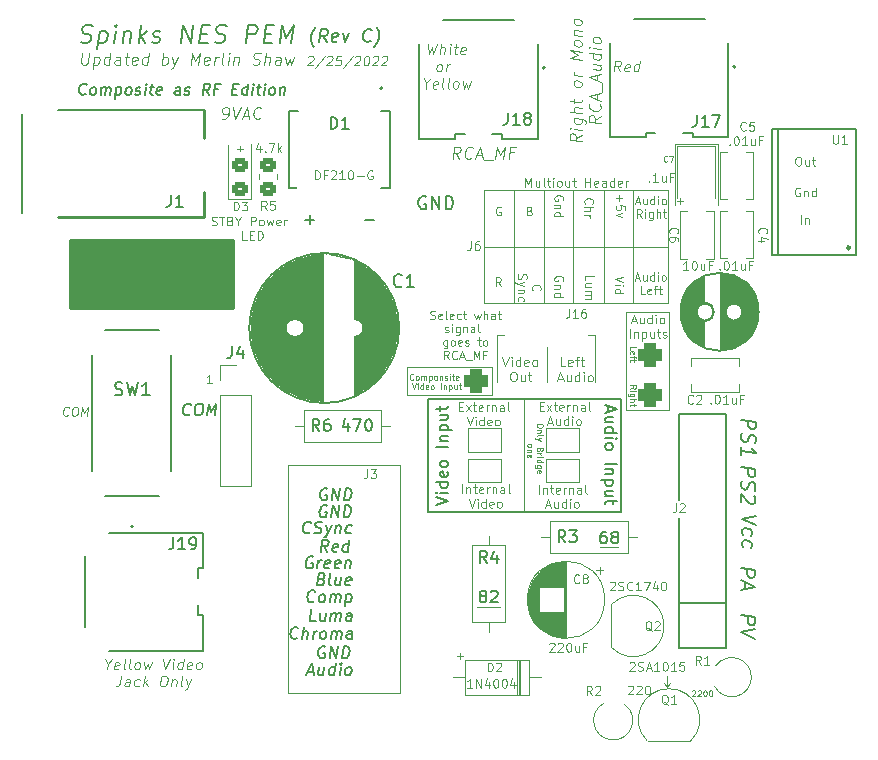
<source format=gto>
%TF.GenerationSoftware,KiCad,Pcbnew,(6.0.1)*%
%TF.CreationDate,2022-02-25T18:27:20-07:00*%
%TF.ProjectId,Power PCB Ver C -  TH - RF is Video Only,506f7765-7220-4504-9342-205665722043,rev?*%
%TF.SameCoordinates,Original*%
%TF.FileFunction,Legend,Top*%
%TF.FilePolarity,Positive*%
%FSLAX46Y46*%
G04 Gerber Fmt 4.6, Leading zero omitted, Abs format (unit mm)*
G04 Created by KiCad (PCBNEW (6.0.1)) date 2022-02-25 18:27:20*
%MOMM*%
%LPD*%
G01*
G04 APERTURE LIST*
G04 Aperture macros list*
%AMRoundRect*
0 Rectangle with rounded corners*
0 $1 Rounding radius*
0 $2 $3 $4 $5 $6 $7 $8 $9 X,Y pos of 4 corners*
0 Add a 4 corners polygon primitive as box body*
4,1,4,$2,$3,$4,$5,$6,$7,$8,$9,$2,$3,0*
0 Add four circle primitives for the rounded corners*
1,1,$1+$1,$2,$3*
1,1,$1+$1,$4,$5*
1,1,$1+$1,$6,$7*
1,1,$1+$1,$8,$9*
0 Add four rect primitives between the rounded corners*
20,1,$1+$1,$2,$3,$4,$5,0*
20,1,$1+$1,$4,$5,$6,$7,0*
20,1,$1+$1,$6,$7,$8,$9,0*
20,1,$1+$1,$8,$9,$2,$3,0*%
%AMOutline5P*
0 Free polygon, 5 corners , with rotation*
0 The origin of the aperture is its center*
0 number of corners: always 5*
0 $1 to $10 corner X, Y*
0 $11 Rotation angle, in degrees counterclockwise*
0 create outline with 5 corners*
4,1,5,$1,$2,$3,$4,$5,$6,$7,$8,$9,$10,$1,$2,$11*%
%AMOutline6P*
0 Free polygon, 6 corners , with rotation*
0 The origin of the aperture is its center*
0 number of corners: always 6*
0 $1 to $12 corner X, Y*
0 $13 Rotation angle, in degrees counterclockwise*
0 create outline with 6 corners*
4,1,6,$1,$2,$3,$4,$5,$6,$7,$8,$9,$10,$11,$12,$1,$2,$13*%
%AMOutline7P*
0 Free polygon, 7 corners , with rotation*
0 The origin of the aperture is its center*
0 number of corners: always 7*
0 $1 to $14 corner X, Y*
0 $15 Rotation angle, in degrees counterclockwise*
0 create outline with 7 corners*
4,1,7,$1,$2,$3,$4,$5,$6,$7,$8,$9,$10,$11,$12,$13,$14,$1,$2,$15*%
%AMOutline8P*
0 Free polygon, 8 corners , with rotation*
0 The origin of the aperture is its center*
0 number of corners: always 8*
0 $1 to $16 corner X, Y*
0 $17 Rotation angle, in degrees counterclockwise*
0 create outline with 8 corners*
4,1,8,$1,$2,$3,$4,$5,$6,$7,$8,$9,$10,$11,$12,$13,$14,$15,$16,$1,$2,$17*%
%AMFreePoly0*
4,1,6,1.000000,0.000000,0.500000,-0.750000,-0.500000,-0.750000,-0.500000,0.750000,0.500000,0.750000,1.000000,0.000000,1.000000,0.000000,$1*%
%AMFreePoly1*
4,1,6,0.500000,-0.750000,-0.650000,-0.750000,-0.150000,0.000000,-0.650000,0.750000,0.500000,0.750000,0.500000,-0.750000,0.500000,-0.750000,$1*%
G04 Aperture macros list end*
%ADD10C,0.100000*%
%ADD11C,0.000000*%
%ADD12C,0.075000*%
%ADD13C,0.120000*%
%ADD14C,0.254000*%
%ADD15C,0.200000*%
%ADD16C,0.150000*%
%ADD17C,0.127000*%
%ADD18C,0.250000*%
%ADD19RoundRect,0.500000X-0.500000X-0.500000X0.500000X-0.500000X0.500000X0.500000X-0.500000X0.500000X0*%
%ADD20O,1.950000X3.900000*%
%ADD21O,3.400000X1.700000*%
%ADD22C,1.600000*%
%ADD23O,1.600000X1.600000*%
%ADD24R,1.599997X1.700000*%
%ADD25C,1.700000*%
%ADD26R,1.700000X1.700000*%
%ADD27O,1.700000X1.700000*%
%ADD28Outline8P,-2.250000X1.125000X-1.125000X2.250000X1.125000X2.250000X2.250000X1.125000X2.250000X-1.125000X1.125000X-2.250000X-1.125000X-2.250000X-2.250000X-1.125000X0.000000*%
%ADD29Outline8P,-2.000000X1.000000X-1.000000X2.000000X1.000000X2.000000X2.000000X1.000000X2.000000X-1.000000X1.000000X-2.000000X-1.000000X-2.000000X-2.000000X-1.000000X0.000000*%
%ADD30FreePoly0,0.000000*%
%ADD31FreePoly1,0.000000*%
%ADD32R,2.000000X1.350000*%
%ADD33O,2.000000X1.350000*%
%ADD34R,1.050000X1.500000*%
%ADD35O,1.050000X1.500000*%
%ADD36RoundRect,0.250000X-0.450000X0.350000X-0.450000X-0.350000X0.450000X-0.350000X0.450000X0.350000X0*%
%ADD37R,1.600000X1.600000*%
%ADD38R,2.200000X2.200000*%
%ADD39O,2.200000X2.200000*%
%ADD40R,2.000000X2.000000*%
%ADD41C,2.000000*%
%ADD42O,3.900000X1.950000*%
%ADD43O,1.700000X3.400000*%
%ADD44C,3.500000*%
%ADD45R,1.500000X1.050000*%
%ADD46O,1.500000X1.050000*%
%ADD47C,3.200000*%
%ADD48Outline8P,-1.550000X0.775000X-0.775000X1.550000X0.775000X1.550000X1.550000X0.775000X1.550000X-0.775000X0.775000X-1.550000X-0.775000X-1.550000X-1.550000X-0.775000X90.000000*%
%ADD49C,1.400000*%
%ADD50C,2.800000*%
%ADD51C,1.300000*%
%ADD52Outline8P,-0.700000X0.350000X-0.350000X0.700000X0.350000X0.700000X0.700000X0.350000X0.700000X-0.350000X0.350000X-0.700000X-0.350000X-0.700000X-0.700000X-0.350000X270.000000*%
%ADD53Outline8P,-0.800000X0.400000X-0.400000X0.800000X0.400000X0.800000X0.800000X0.400000X0.800000X-0.400000X0.400000X-0.800000X-0.400000X-0.800000X-0.800000X-0.400000X270.000000*%
%ADD54Outline8P,-0.800000X0.400000X-0.400000X0.800000X0.400000X0.800000X0.800000X0.400000X0.800000X-0.400000X0.400000X-0.800000X-0.400000X-0.800000X-0.800000X-0.400000X90.000000*%
%ADD55RoundRect,0.250000X0.450000X-0.325000X0.450000X0.325000X-0.450000X0.325000X-0.450000X-0.325000X0*%
G04 APERTURE END LIST*
D10*
X118890894Y-127472671D02*
X118837323Y-127901242D01*
X118649823Y-127001242D02*
X118890894Y-127472671D01*
X119249823Y-127001242D01*
X119785537Y-127858385D02*
X119694466Y-127901242D01*
X119523037Y-127901242D01*
X119442680Y-127858385D01*
X119410537Y-127772671D01*
X119453394Y-127429814D01*
X119506966Y-127344100D01*
X119598037Y-127301242D01*
X119769466Y-127301242D01*
X119849823Y-127344100D01*
X119881966Y-127429814D01*
X119871251Y-127515528D01*
X119431966Y-127601242D01*
X120337323Y-127901242D02*
X120256966Y-127858385D01*
X120224823Y-127772671D01*
X120321251Y-127001242D01*
X120808751Y-127901242D02*
X120728394Y-127858385D01*
X120696251Y-127772671D01*
X120792680Y-127001242D01*
X121280180Y-127901242D02*
X121199823Y-127858385D01*
X121162323Y-127815528D01*
X121130180Y-127729814D01*
X121162323Y-127472671D01*
X121215894Y-127386957D01*
X121264108Y-127344100D01*
X121355180Y-127301242D01*
X121483751Y-127301242D01*
X121564108Y-127344100D01*
X121601608Y-127386957D01*
X121633751Y-127472671D01*
X121601608Y-127729814D01*
X121548037Y-127815528D01*
X121499823Y-127858385D01*
X121408751Y-127901242D01*
X121280180Y-127901242D01*
X121955180Y-127301242D02*
X122051608Y-127901242D01*
X122276608Y-127472671D01*
X122394466Y-127901242D01*
X122640894Y-127301242D01*
X123578394Y-127001242D02*
X123765894Y-127901242D01*
X124178394Y-127001242D01*
X124365894Y-127901242D02*
X124440894Y-127301242D01*
X124478394Y-127001242D02*
X124430180Y-127044100D01*
X124467680Y-127086957D01*
X124515894Y-127044100D01*
X124478394Y-127001242D01*
X124467680Y-127086957D01*
X125180180Y-127901242D02*
X125292680Y-127001242D01*
X125185537Y-127858385D02*
X125094466Y-127901242D01*
X124923037Y-127901242D01*
X124842680Y-127858385D01*
X124805180Y-127815528D01*
X124773037Y-127729814D01*
X124805180Y-127472671D01*
X124858751Y-127386957D01*
X124906966Y-127344100D01*
X124998037Y-127301242D01*
X125169466Y-127301242D01*
X125249823Y-127344100D01*
X125956966Y-127858385D02*
X125865894Y-127901242D01*
X125694466Y-127901242D01*
X125614108Y-127858385D01*
X125581966Y-127772671D01*
X125624823Y-127429814D01*
X125678394Y-127344100D01*
X125769466Y-127301242D01*
X125940894Y-127301242D01*
X126021251Y-127344100D01*
X126053394Y-127429814D01*
X126042680Y-127515528D01*
X125603394Y-127601242D01*
X126508751Y-127901242D02*
X126428394Y-127858385D01*
X126390894Y-127815528D01*
X126358751Y-127729814D01*
X126390894Y-127472671D01*
X126444466Y-127386957D01*
X126492680Y-127344100D01*
X126583751Y-127301242D01*
X126712323Y-127301242D01*
X126792680Y-127344100D01*
X126830180Y-127386957D01*
X126862323Y-127472671D01*
X126830180Y-127729814D01*
X126776608Y-127815528D01*
X126728394Y-127858385D01*
X126637323Y-127901242D01*
X126508751Y-127901242D01*
X119999823Y-128450242D02*
X119919466Y-129093100D01*
X119860537Y-129221671D01*
X119764108Y-129307385D01*
X119630180Y-129350242D01*
X119544466Y-129350242D01*
X120701608Y-129350242D02*
X120760537Y-128878814D01*
X120728394Y-128793100D01*
X120648037Y-128750242D01*
X120476608Y-128750242D01*
X120385537Y-128793100D01*
X120706966Y-129307385D02*
X120615894Y-129350242D01*
X120401608Y-129350242D01*
X120321251Y-129307385D01*
X120289108Y-129221671D01*
X120299823Y-129135957D01*
X120353394Y-129050242D01*
X120444466Y-129007385D01*
X120658751Y-129007385D01*
X120749823Y-128964528D01*
X121521251Y-129307385D02*
X121430180Y-129350242D01*
X121258751Y-129350242D01*
X121178394Y-129307385D01*
X121140894Y-129264528D01*
X121108751Y-129178814D01*
X121140894Y-128921671D01*
X121194466Y-128835957D01*
X121242680Y-128793100D01*
X121333751Y-128750242D01*
X121505180Y-128750242D01*
X121585537Y-128793100D01*
X121901608Y-129350242D02*
X122014108Y-128450242D01*
X122030180Y-129007385D02*
X122244466Y-129350242D01*
X122319466Y-128750242D02*
X121933751Y-129093100D01*
X123599823Y-128450242D02*
X123771251Y-128450242D01*
X123851608Y-128493100D01*
X123926608Y-128578814D01*
X123948037Y-128750242D01*
X123910537Y-129050242D01*
X123846251Y-129221671D01*
X123749823Y-129307385D01*
X123658751Y-129350242D01*
X123487323Y-129350242D01*
X123406966Y-129307385D01*
X123331966Y-129221671D01*
X123310537Y-129050242D01*
X123348037Y-128750242D01*
X123412323Y-128578814D01*
X123508751Y-128493100D01*
X123599823Y-128450242D01*
X124333751Y-128750242D02*
X124258751Y-129350242D01*
X124323037Y-128835957D02*
X124371251Y-128793100D01*
X124462323Y-128750242D01*
X124590894Y-128750242D01*
X124671251Y-128793100D01*
X124703394Y-128878814D01*
X124644466Y-129350242D01*
X125201608Y-129350242D02*
X125121251Y-129307385D01*
X125089108Y-129221671D01*
X125185537Y-128450242D01*
X125533751Y-128750242D02*
X125673037Y-129350242D01*
X125962323Y-128750242D02*
X125673037Y-129350242D01*
X125560537Y-129564528D01*
X125512323Y-129607385D01*
X125421251Y-129650242D01*
D11*
G36*
X139718485Y-93289922D02*
G01*
X139718485Y-93289922D01*
G75*
G02*
X139728463Y-104732887I-2510384J-5723676D01*
G01*
X139718485Y-93289922D01*
G75*
G02*
X139728463Y-104732887I-2510384J-5723676D01*
G01*
X139718485Y-93289922D01*
G75*
G02*
X139728463Y-104732887I-2510384J-5723676D01*
G01*
X139718485Y-93289922D01*
G75*
G02*
X139728463Y-104732887I-2510384J-5723676D01*
G01*
X139718485Y-93289922D01*
G75*
G02*
X139728463Y-104732887I-2510384J-5723676D01*
G01*
X139718485Y-93289922D01*
G75*
G02*
X139728463Y-104732887I-2510384J-5723676D01*
G01*
X139718485Y-93289922D01*
G75*
G02*
X139728463Y-104732887I-2510384J-5723676D01*
G01*
X139718485Y-93289922D01*
G75*
G02*
X139728463Y-104732887I-2510384J-5723676D01*
G01*
X139718485Y-93289922D01*
G75*
G02*
X139728463Y-104732887I-2510384J-5723676D01*
G01*
X139718485Y-93289922D01*
G75*
G02*
X139728463Y-104732887I-2510384J-5723676D01*
G01*
X139718485Y-93289922D01*
G75*
G02*
X139728463Y-104732887I-2510384J-5723676D01*
G01*
X139718485Y-93289922D01*
G75*
G02*
X139728463Y-104732887I-2510384J-5723676D01*
G01*
X139718485Y-93289922D01*
G75*
G02*
X139728463Y-104732887I-2510384J-5723676D01*
G01*
X139718485Y-93289922D01*
G75*
G02*
X139728463Y-104732887I-2510384J-5723676D01*
G01*
X139718485Y-93289922D01*
G75*
G02*
X139728463Y-104732887I-2510384J-5723676D01*
G01*
X139718485Y-93289922D01*
G75*
G02*
X139728463Y-104732887I-2510384J-5723676D01*
G01*
X139718485Y-93289922D01*
G75*
G02*
X139728463Y-104732887I-2510384J-5723676D01*
G01*
X139718485Y-93289922D01*
G75*
G02*
X139728463Y-104732887I-2510384J-5723676D01*
G01*
X139718485Y-93289922D01*
G75*
G02*
X139728463Y-104732887I-2510384J-5723676D01*
G01*
X139718485Y-93289922D01*
G75*
G02*
X139728463Y-104732887I-2510384J-5723676D01*
G01*
X139718485Y-93289922D01*
G75*
G02*
X139728463Y-104732887I-2510384J-5723676D01*
G01*
X139718485Y-93289922D01*
G75*
G02*
X139728463Y-104732887I-2510384J-5723676D01*
G01*
X139718485Y-93289922D01*
G75*
G02*
X139728463Y-104732887I-2510384J-5723676D01*
G01*
X139718485Y-93289922D01*
G75*
G02*
X139728463Y-104732887I-2510384J-5723676D01*
G01*
X139718485Y-93289922D01*
G75*
G02*
X139728463Y-104732887I-2510384J-5723676D01*
G01*
X139718485Y-93289922D01*
G75*
G02*
X139728463Y-104732887I-2510384J-5723676D01*
G01*
X139718485Y-93289922D01*
G75*
G02*
X139728463Y-104732887I-2510384J-5723676D01*
G01*
X139718485Y-93289922D01*
G75*
G02*
X139728463Y-104732887I-2510384J-5723676D01*
G01*
X139718485Y-93289922D01*
G75*
G02*
X139728463Y-104732887I-2510384J-5723676D01*
G01*
X139718485Y-93289922D01*
G75*
G02*
X139728463Y-104732887I-2510384J-5723676D01*
G01*
X139728463Y-104732888D01*
X139708100Y-104713597D01*
X139708100Y-99919138D01*
G75*
G03*
X139708100Y-98108058I0J905540D01*
G01*
X139708100Y-99919138D01*
G75*
G03*
X139708100Y-98108058I0J905540D01*
G01*
X139708100Y-99919138D01*
G75*
G03*
X139708100Y-98108058I0J905540D01*
G01*
X139708100Y-99919138D01*
G75*
G03*
X139708100Y-98108058I0J905540D01*
G01*
X139708100Y-99919138D01*
G75*
G03*
X139708100Y-98108058I0J905540D01*
G01*
X139708100Y-99919138D01*
G75*
G03*
X139708100Y-98108058I0J905540D01*
G01*
X139708100Y-99919138D01*
G75*
G03*
X139708100Y-98108058I0J905540D01*
G01*
X139708100Y-99919138D01*
G75*
G03*
X139708100Y-98108058I0J905540D01*
G01*
X139708100Y-99919138D01*
G75*
G03*
X139708100Y-98108058I0J905540D01*
G01*
X139708100Y-99919138D01*
G75*
G03*
X139708100Y-98108058I0J905540D01*
G01*
X139708100Y-99919138D01*
G75*
G03*
X139708100Y-98108058I0J905540D01*
G01*
X139708100Y-99919138D01*
G75*
G03*
X139708100Y-98108058I0J905540D01*
G01*
X139708100Y-99919138D01*
G75*
G03*
X139708100Y-98108058I0J905540D01*
G01*
X139708100Y-99919138D01*
G75*
G03*
X139708100Y-98108058I0J905540D01*
G01*
X139708100Y-99919138D01*
G75*
G03*
X139708100Y-98108058I0J905540D01*
G01*
X139708100Y-99919138D01*
G75*
G03*
X139708100Y-98108058I0J905540D01*
G01*
X139708100Y-99919138D01*
G75*
G03*
X139708100Y-98108058I0J905540D01*
G01*
X139708100Y-93313600D01*
X139718485Y-93289922D01*
G37*
D12*
X155702409Y-107226933D02*
X155702409Y-107322171D01*
X155678600Y-107369790D01*
X155630980Y-107417409D01*
X155535742Y-107441219D01*
X155369076Y-107441219D01*
X155273838Y-107417409D01*
X155226219Y-107369790D01*
X155202409Y-107322171D01*
X155202409Y-107226933D01*
X155226219Y-107179314D01*
X155273838Y-107131695D01*
X155369076Y-107107885D01*
X155535742Y-107107885D01*
X155630980Y-107131695D01*
X155678600Y-107179314D01*
X155702409Y-107226933D01*
X155535742Y-107655504D02*
X155202409Y-107655504D01*
X155488123Y-107655504D02*
X155511933Y-107679314D01*
X155535742Y-107726933D01*
X155535742Y-107798361D01*
X155511933Y-107845980D01*
X155464314Y-107869790D01*
X155202409Y-107869790D01*
X155202409Y-108179314D02*
X155226219Y-108131695D01*
X155273838Y-108107885D01*
X155702409Y-108107885D01*
X155535742Y-108322171D02*
X155202409Y-108441219D01*
X155535742Y-108560266D02*
X155202409Y-108441219D01*
X155083361Y-108393600D01*
X155059552Y-108369790D01*
X155035742Y-108322171D01*
X155464314Y-109298361D02*
X155440504Y-109369790D01*
X155416695Y-109393600D01*
X155369076Y-109417409D01*
X155297647Y-109417409D01*
X155250028Y-109393600D01*
X155226219Y-109369790D01*
X155202409Y-109322171D01*
X155202409Y-109131695D01*
X155702409Y-109131695D01*
X155702409Y-109298361D01*
X155678600Y-109345980D01*
X155654790Y-109369790D01*
X155607171Y-109393600D01*
X155559552Y-109393600D01*
X155511933Y-109369790D01*
X155488123Y-109345980D01*
X155464314Y-109298361D01*
X155464314Y-109131695D01*
X155202409Y-109631695D02*
X155535742Y-109631695D01*
X155440504Y-109631695D02*
X155488123Y-109655504D01*
X155511933Y-109679314D01*
X155535742Y-109726933D01*
X155535742Y-109774552D01*
X155202409Y-109941219D02*
X155535742Y-109941219D01*
X155702409Y-109941219D02*
X155678600Y-109917409D01*
X155654790Y-109941219D01*
X155678600Y-109965028D01*
X155702409Y-109941219D01*
X155654790Y-109941219D01*
X155202409Y-110393600D02*
X155702409Y-110393600D01*
X155226219Y-110393600D02*
X155202409Y-110345980D01*
X155202409Y-110250742D01*
X155226219Y-110203123D01*
X155250028Y-110179314D01*
X155297647Y-110155504D01*
X155440504Y-110155504D01*
X155488123Y-110179314D01*
X155511933Y-110203123D01*
X155535742Y-110250742D01*
X155535742Y-110345980D01*
X155511933Y-110393600D01*
X155535742Y-110845980D02*
X155130980Y-110845980D01*
X155083361Y-110822171D01*
X155059552Y-110798361D01*
X155035742Y-110750742D01*
X155035742Y-110679314D01*
X155059552Y-110631695D01*
X155226219Y-110845980D02*
X155202409Y-110798361D01*
X155202409Y-110703123D01*
X155226219Y-110655504D01*
X155250028Y-110631695D01*
X155297647Y-110607885D01*
X155440504Y-110607885D01*
X155488123Y-110631695D01*
X155511933Y-110655504D01*
X155535742Y-110703123D01*
X155535742Y-110798361D01*
X155511933Y-110845980D01*
X155226219Y-111274552D02*
X155202409Y-111226933D01*
X155202409Y-111131695D01*
X155226219Y-111084076D01*
X155273838Y-111060266D01*
X155464314Y-111060266D01*
X155511933Y-111084076D01*
X155535742Y-111131695D01*
X155535742Y-111226933D01*
X155511933Y-111274552D01*
X155464314Y-111298361D01*
X155416695Y-111298361D01*
X155369076Y-111060266D01*
X154397409Y-108917409D02*
X154421219Y-108869790D01*
X154445028Y-108845980D01*
X154492647Y-108822171D01*
X154635504Y-108822171D01*
X154683123Y-108845980D01*
X154706933Y-108869790D01*
X154730742Y-108917409D01*
X154730742Y-108988838D01*
X154706933Y-109036457D01*
X154683123Y-109060266D01*
X154635504Y-109084076D01*
X154492647Y-109084076D01*
X154445028Y-109060266D01*
X154421219Y-109036457D01*
X154397409Y-108988838D01*
X154397409Y-108917409D01*
X154730742Y-109298361D02*
X154397409Y-109298361D01*
X154683123Y-109298361D02*
X154706933Y-109322171D01*
X154730742Y-109369790D01*
X154730742Y-109441219D01*
X154706933Y-109488838D01*
X154659314Y-109512647D01*
X154397409Y-109512647D01*
X154421219Y-109941219D02*
X154397409Y-109893600D01*
X154397409Y-109798361D01*
X154421219Y-109750742D01*
X154468838Y-109726933D01*
X154659314Y-109726933D01*
X154706933Y-109750742D01*
X154730742Y-109798361D01*
X154730742Y-109893600D01*
X154706933Y-109941219D01*
X154659314Y-109965028D01*
X154611695Y-109965028D01*
X154564076Y-109726933D01*
D13*
X154129850Y-107738600D02*
X154126100Y-111553600D01*
X151386100Y-104503600D02*
X151386100Y-104643600D01*
X151386100Y-102353600D02*
X151386100Y-104483600D01*
X144206100Y-102343600D02*
X151386100Y-102353600D01*
X144206100Y-104643600D02*
X144206100Y-102343600D01*
X151386100Y-104643600D02*
X144206100Y-104643600D01*
D12*
X144753719Y-103349671D02*
X144729909Y-103373480D01*
X144658480Y-103397290D01*
X144610861Y-103397290D01*
X144539433Y-103373480D01*
X144491814Y-103325861D01*
X144468004Y-103278242D01*
X144444195Y-103183004D01*
X144444195Y-103111576D01*
X144468004Y-103016338D01*
X144491814Y-102968719D01*
X144539433Y-102921100D01*
X144610861Y-102897290D01*
X144658480Y-102897290D01*
X144729909Y-102921100D01*
X144753719Y-102944909D01*
X145039433Y-103397290D02*
X144991814Y-103373480D01*
X144968004Y-103349671D01*
X144944195Y-103302052D01*
X144944195Y-103159195D01*
X144968004Y-103111576D01*
X144991814Y-103087766D01*
X145039433Y-103063957D01*
X145110861Y-103063957D01*
X145158480Y-103087766D01*
X145182290Y-103111576D01*
X145206100Y-103159195D01*
X145206100Y-103302052D01*
X145182290Y-103349671D01*
X145158480Y-103373480D01*
X145110861Y-103397290D01*
X145039433Y-103397290D01*
X145420385Y-103397290D02*
X145420385Y-103063957D01*
X145420385Y-103111576D02*
X145444195Y-103087766D01*
X145491814Y-103063957D01*
X145563242Y-103063957D01*
X145610861Y-103087766D01*
X145634671Y-103135385D01*
X145634671Y-103397290D01*
X145634671Y-103135385D02*
X145658480Y-103087766D01*
X145706100Y-103063957D01*
X145777528Y-103063957D01*
X145825147Y-103087766D01*
X145848957Y-103135385D01*
X145848957Y-103397290D01*
X146087052Y-103063957D02*
X146087052Y-103563957D01*
X146087052Y-103087766D02*
X146134671Y-103063957D01*
X146229909Y-103063957D01*
X146277528Y-103087766D01*
X146301338Y-103111576D01*
X146325147Y-103159195D01*
X146325147Y-103302052D01*
X146301338Y-103349671D01*
X146277528Y-103373480D01*
X146229909Y-103397290D01*
X146134671Y-103397290D01*
X146087052Y-103373480D01*
X146610861Y-103397290D02*
X146563242Y-103373480D01*
X146539433Y-103349671D01*
X146515623Y-103302052D01*
X146515623Y-103159195D01*
X146539433Y-103111576D01*
X146563242Y-103087766D01*
X146610861Y-103063957D01*
X146682290Y-103063957D01*
X146729909Y-103087766D01*
X146753719Y-103111576D01*
X146777528Y-103159195D01*
X146777528Y-103302052D01*
X146753719Y-103349671D01*
X146729909Y-103373480D01*
X146682290Y-103397290D01*
X146610861Y-103397290D01*
X146991814Y-103063957D02*
X146991814Y-103397290D01*
X146991814Y-103111576D02*
X147015623Y-103087766D01*
X147063242Y-103063957D01*
X147134671Y-103063957D01*
X147182290Y-103087766D01*
X147206100Y-103135385D01*
X147206100Y-103397290D01*
X147420385Y-103373480D02*
X147468004Y-103397290D01*
X147563242Y-103397290D01*
X147610861Y-103373480D01*
X147634671Y-103325861D01*
X147634671Y-103302052D01*
X147610861Y-103254433D01*
X147563242Y-103230623D01*
X147491814Y-103230623D01*
X147444195Y-103206814D01*
X147420385Y-103159195D01*
X147420385Y-103135385D01*
X147444195Y-103087766D01*
X147491814Y-103063957D01*
X147563242Y-103063957D01*
X147610861Y-103087766D01*
X147848957Y-103397290D02*
X147848957Y-103063957D01*
X147848957Y-102897290D02*
X147825147Y-102921100D01*
X147848957Y-102944909D01*
X147872766Y-102921100D01*
X147848957Y-102897290D01*
X147848957Y-102944909D01*
X148015623Y-103063957D02*
X148206100Y-103063957D01*
X148087052Y-102897290D02*
X148087052Y-103325861D01*
X148110861Y-103373480D01*
X148158480Y-103397290D01*
X148206100Y-103397290D01*
X148563242Y-103373480D02*
X148515623Y-103397290D01*
X148420385Y-103397290D01*
X148372766Y-103373480D01*
X148348957Y-103325861D01*
X148348957Y-103135385D01*
X148372766Y-103087766D01*
X148420385Y-103063957D01*
X148515623Y-103063957D01*
X148563242Y-103087766D01*
X148587052Y-103135385D01*
X148587052Y-103183004D01*
X148348957Y-103230623D01*
X144622766Y-103702290D02*
X144789433Y-104202290D01*
X144956100Y-103702290D01*
X145122766Y-104202290D02*
X145122766Y-103868957D01*
X145122766Y-103702290D02*
X145098957Y-103726100D01*
X145122766Y-103749909D01*
X145146576Y-103726100D01*
X145122766Y-103702290D01*
X145122766Y-103749909D01*
X145575147Y-104202290D02*
X145575147Y-103702290D01*
X145575147Y-104178480D02*
X145527528Y-104202290D01*
X145432290Y-104202290D01*
X145384671Y-104178480D01*
X145360861Y-104154671D01*
X145337052Y-104107052D01*
X145337052Y-103964195D01*
X145360861Y-103916576D01*
X145384671Y-103892766D01*
X145432290Y-103868957D01*
X145527528Y-103868957D01*
X145575147Y-103892766D01*
X146003719Y-104178480D02*
X145956100Y-104202290D01*
X145860861Y-104202290D01*
X145813242Y-104178480D01*
X145789433Y-104130861D01*
X145789433Y-103940385D01*
X145813242Y-103892766D01*
X145860861Y-103868957D01*
X145956100Y-103868957D01*
X146003719Y-103892766D01*
X146027528Y-103940385D01*
X146027528Y-103988004D01*
X145789433Y-104035623D01*
X146313242Y-104202290D02*
X146265623Y-104178480D01*
X146241814Y-104154671D01*
X146218004Y-104107052D01*
X146218004Y-103964195D01*
X146241814Y-103916576D01*
X146265623Y-103892766D01*
X146313242Y-103868957D01*
X146384671Y-103868957D01*
X146432290Y-103892766D01*
X146456100Y-103916576D01*
X146479909Y-103964195D01*
X146479909Y-104107052D01*
X146456100Y-104154671D01*
X146432290Y-104178480D01*
X146384671Y-104202290D01*
X146313242Y-104202290D01*
X147075147Y-104202290D02*
X147075147Y-103702290D01*
X147313242Y-103868957D02*
X147313242Y-104202290D01*
X147313242Y-103916576D02*
X147337052Y-103892766D01*
X147384671Y-103868957D01*
X147456100Y-103868957D01*
X147503719Y-103892766D01*
X147527528Y-103940385D01*
X147527528Y-104202290D01*
X147765623Y-103868957D02*
X147765623Y-104368957D01*
X147765623Y-103892766D02*
X147813242Y-103868957D01*
X147908480Y-103868957D01*
X147956100Y-103892766D01*
X147979909Y-103916576D01*
X148003719Y-103964195D01*
X148003719Y-104107052D01*
X147979909Y-104154671D01*
X147956100Y-104178480D01*
X147908480Y-104202290D01*
X147813242Y-104202290D01*
X147765623Y-104178480D01*
X148432290Y-103868957D02*
X148432290Y-104202290D01*
X148218004Y-103868957D02*
X148218004Y-104130861D01*
X148241814Y-104178480D01*
X148289433Y-104202290D01*
X148360861Y-104202290D01*
X148408480Y-104178480D01*
X148432290Y-104154671D01*
X148598957Y-103868957D02*
X148789433Y-103868957D01*
X148670385Y-103702290D02*
X148670385Y-104130861D01*
X148694195Y-104178480D01*
X148741814Y-104202290D01*
X148789433Y-104202290D01*
D13*
X162726100Y-97693600D02*
X162726100Y-105993600D01*
D10*
X163251100Y-98414850D02*
X163608242Y-98414850D01*
X163179671Y-98629135D02*
X163429671Y-97879135D01*
X163679671Y-98629135D01*
X164251100Y-98129135D02*
X164251100Y-98629135D01*
X163929671Y-98129135D02*
X163929671Y-98521992D01*
X163965385Y-98593421D01*
X164036814Y-98629135D01*
X164143957Y-98629135D01*
X164215385Y-98593421D01*
X164251100Y-98557707D01*
X164929671Y-98629135D02*
X164929671Y-97879135D01*
X164929671Y-98593421D02*
X164858242Y-98629135D01*
X164715385Y-98629135D01*
X164643957Y-98593421D01*
X164608242Y-98557707D01*
X164572528Y-98486278D01*
X164572528Y-98271992D01*
X164608242Y-98200564D01*
X164643957Y-98164850D01*
X164715385Y-98129135D01*
X164858242Y-98129135D01*
X164929671Y-98164850D01*
X165286814Y-98629135D02*
X165286814Y-98129135D01*
X165286814Y-97879135D02*
X165251100Y-97914850D01*
X165286814Y-97950564D01*
X165322528Y-97914850D01*
X165286814Y-97879135D01*
X165286814Y-97950564D01*
X165751100Y-98629135D02*
X165679671Y-98593421D01*
X165643957Y-98557707D01*
X165608242Y-98486278D01*
X165608242Y-98271992D01*
X165643957Y-98200564D01*
X165679671Y-98164850D01*
X165751100Y-98129135D01*
X165858242Y-98129135D01*
X165929671Y-98164850D01*
X165965385Y-98200564D01*
X166001100Y-98271992D01*
X166001100Y-98486278D01*
X165965385Y-98557707D01*
X165929671Y-98593421D01*
X165858242Y-98629135D01*
X165751100Y-98629135D01*
X163090385Y-99836635D02*
X163090385Y-99086635D01*
X163447528Y-99336635D02*
X163447528Y-99836635D01*
X163447528Y-99408064D02*
X163483242Y-99372350D01*
X163554671Y-99336635D01*
X163661814Y-99336635D01*
X163733242Y-99372350D01*
X163768957Y-99443778D01*
X163768957Y-99836635D01*
X164126100Y-99336635D02*
X164126100Y-100086635D01*
X164126100Y-99372350D02*
X164197528Y-99336635D01*
X164340385Y-99336635D01*
X164411814Y-99372350D01*
X164447528Y-99408064D01*
X164483242Y-99479492D01*
X164483242Y-99693778D01*
X164447528Y-99765207D01*
X164411814Y-99800921D01*
X164340385Y-99836635D01*
X164197528Y-99836635D01*
X164126100Y-99800921D01*
X165126100Y-99336635D02*
X165126100Y-99836635D01*
X164804671Y-99336635D02*
X164804671Y-99729492D01*
X164840385Y-99800921D01*
X164911814Y-99836635D01*
X165018957Y-99836635D01*
X165090385Y-99800921D01*
X165126100Y-99765207D01*
X165376100Y-99336635D02*
X165661814Y-99336635D01*
X165483242Y-99086635D02*
X165483242Y-99729492D01*
X165518957Y-99800921D01*
X165590385Y-99836635D01*
X165661814Y-99836635D01*
X165876100Y-99800921D02*
X165947528Y-99836635D01*
X166090385Y-99836635D01*
X166161814Y-99800921D01*
X166197528Y-99729492D01*
X166197528Y-99693778D01*
X166161814Y-99622350D01*
X166090385Y-99586635D01*
X165983242Y-99586635D01*
X165911814Y-99550921D01*
X165876100Y-99479492D01*
X165876100Y-99443778D01*
X165911814Y-99372350D01*
X165983242Y-99336635D01*
X166090385Y-99336635D01*
X166161814Y-99372350D01*
D13*
X166326100Y-105993600D02*
X162726100Y-105993600D01*
X166426100Y-97693600D02*
X166426100Y-105993600D01*
X162726100Y-97693600D02*
X166426100Y-97693600D01*
D12*
X163099909Y-104134076D02*
X163338004Y-103967409D01*
X163099909Y-103848361D02*
X163599909Y-103848361D01*
X163599909Y-104038838D01*
X163576100Y-104086457D01*
X163552290Y-104110266D01*
X163504671Y-104134076D01*
X163433242Y-104134076D01*
X163385623Y-104110266D01*
X163361814Y-104086457D01*
X163338004Y-104038838D01*
X163338004Y-103848361D01*
X163099909Y-104348361D02*
X163433242Y-104348361D01*
X163599909Y-104348361D02*
X163576100Y-104324552D01*
X163552290Y-104348361D01*
X163576100Y-104372171D01*
X163599909Y-104348361D01*
X163552290Y-104348361D01*
X163433242Y-104800742D02*
X163028480Y-104800742D01*
X162980861Y-104776933D01*
X162957052Y-104753123D01*
X162933242Y-104705504D01*
X162933242Y-104634076D01*
X162957052Y-104586457D01*
X163123719Y-104800742D02*
X163099909Y-104753123D01*
X163099909Y-104657885D01*
X163123719Y-104610266D01*
X163147528Y-104586457D01*
X163195147Y-104562647D01*
X163338004Y-104562647D01*
X163385623Y-104586457D01*
X163409433Y-104610266D01*
X163433242Y-104657885D01*
X163433242Y-104753123D01*
X163409433Y-104800742D01*
X163099909Y-105038838D02*
X163599909Y-105038838D01*
X163099909Y-105253123D02*
X163361814Y-105253123D01*
X163409433Y-105229314D01*
X163433242Y-105181695D01*
X163433242Y-105110266D01*
X163409433Y-105062647D01*
X163385623Y-105038838D01*
X163433242Y-105419790D02*
X163433242Y-105610266D01*
X163599909Y-105491219D02*
X163171338Y-105491219D01*
X163123719Y-105515028D01*
X163099909Y-105562647D01*
X163099909Y-105610266D01*
X163099909Y-100848361D02*
X163099909Y-100610266D01*
X163599909Y-100610266D01*
X163123719Y-101205504D02*
X163099909Y-101157885D01*
X163099909Y-101062647D01*
X163123719Y-101015028D01*
X163171338Y-100991219D01*
X163361814Y-100991219D01*
X163409433Y-101015028D01*
X163433242Y-101062647D01*
X163433242Y-101157885D01*
X163409433Y-101205504D01*
X163361814Y-101229314D01*
X163314195Y-101229314D01*
X163266576Y-100991219D01*
X163433242Y-101372171D02*
X163433242Y-101562647D01*
X163099909Y-101443600D02*
X163528480Y-101443600D01*
X163576100Y-101467409D01*
X163599909Y-101515028D01*
X163599909Y-101562647D01*
X163433242Y-101657885D02*
X163433242Y-101848361D01*
X163599909Y-101729314D02*
X163171338Y-101729314D01*
X163123719Y-101753123D01*
X163099909Y-101800742D01*
X163099909Y-101848361D01*
D13*
X154122350Y-105048600D02*
X154129850Y-107738600D01*
X143626100Y-129893600D02*
X134126100Y-129893600D01*
D11*
G36*
X115878734Y-91435546D02*
G01*
X129446609Y-91435546D01*
X129446609Y-91450408D01*
X129520914Y-91450408D01*
X129520914Y-91465270D01*
X129550635Y-91465270D01*
X129550635Y-91480129D01*
X129580358Y-91480129D01*
X129580358Y-91509852D01*
X129595217Y-91509852D01*
X129595217Y-91524711D01*
X129610079Y-91524711D01*
X129610079Y-91554434D01*
X129624940Y-91554434D01*
X129624940Y-97394712D01*
X129610079Y-97394712D01*
X129610079Y-97424435D01*
X129595217Y-97424435D01*
X129595217Y-97439296D01*
X129580358Y-97439296D01*
X129580358Y-97454155D01*
X129565497Y-97454155D01*
X129565497Y-97469017D01*
X129550635Y-97469017D01*
X129550635Y-97483878D01*
X129520914Y-97483878D01*
X129520914Y-97498737D01*
X129491191Y-97498737D01*
X129491191Y-97513600D01*
X115759847Y-97513600D01*
X115759847Y-97498737D01*
X115744988Y-97498737D01*
X115744988Y-97483878D01*
X115700404Y-97483878D01*
X115700404Y-97469017D01*
X115685545Y-97469017D01*
X115685545Y-97439296D01*
X115670683Y-97439296D01*
X115670683Y-97424435D01*
X115655822Y-97424435D01*
X115655822Y-97409573D01*
X115640963Y-97409573D01*
X115640963Y-97379853D01*
X115626100Y-97379853D01*
X115626100Y-91569293D01*
X115640963Y-91569293D01*
X115640963Y-91539572D01*
X115655822Y-91539572D01*
X115655822Y-91509852D01*
X115670683Y-91509852D01*
X115670683Y-91494990D01*
X115685545Y-91494990D01*
X115685545Y-91480129D01*
X115715265Y-91480129D01*
X115715265Y-91465270D01*
X115730127Y-91465270D01*
X115730127Y-91450408D01*
X115819291Y-91450408D01*
X115819291Y-91435546D01*
X115863873Y-91435546D01*
X115863873Y-91420685D01*
X115878734Y-91420685D01*
X115878734Y-91435546D01*
G37*
G36*
X170685300Y-100940600D02*
G01*
X170685300Y-100940600D01*
G75*
G03*
X169479780Y-100712525I-1J3299998D01*
G01*
X170685300Y-100940600D01*
G75*
G03*
X169479780Y-100712525I-1J3299998D01*
G01*
X170685300Y-100940600D01*
G75*
G03*
X169479780Y-100712525I-1J3299998D01*
G01*
X170685300Y-100940600D01*
G75*
G03*
X169479780Y-100712525I-1J3299998D01*
G01*
X169479781Y-100712523D01*
X169485300Y-100698457D01*
X169485300Y-98489292D01*
X169482450Y-98489291D01*
G75*
G03*
X169482449Y-96791909I-47150J848691D01*
G01*
X169482450Y-98489291D01*
G75*
G03*
X169482449Y-96791909I-47150J848691D01*
G01*
X169482450Y-98489291D01*
G75*
G03*
X169482449Y-96791909I-47150J848691D01*
G01*
X169482450Y-98489291D01*
G75*
G03*
X169482449Y-96791909I-47150J848691D01*
G01*
X169482450Y-98489291D01*
G75*
G03*
X169482449Y-96791909I-47150J848691D01*
G01*
X169482450Y-98489291D01*
G75*
G03*
X169482449Y-96791909I-47150J848691D01*
G01*
X169482450Y-98489291D01*
G75*
G03*
X169482449Y-96791909I-47150J848691D01*
G01*
X169482450Y-98489291D01*
G75*
G03*
X169482449Y-96791909I-47150J848691D01*
G01*
X169482450Y-98489291D01*
G75*
G03*
X169482449Y-96791909I-47150J848691D01*
G01*
X169482450Y-98489291D01*
G75*
G03*
X169482449Y-96791909I-47150J848691D01*
G01*
X169482450Y-98489291D01*
G75*
G03*
X169482449Y-96791909I-47150J848691D01*
G01*
X169482450Y-98489291D01*
G75*
G03*
X169482449Y-96791909I-47150J848691D01*
G01*
X169482450Y-98489291D01*
G75*
G03*
X169482449Y-96791909I-47150J848691D01*
G01*
X169482450Y-98489291D01*
G75*
G03*
X169482449Y-96791909I-47150J848691D01*
G01*
X169482450Y-98489291D01*
G75*
G03*
X169482449Y-96791909I-47150J848691D01*
G01*
X169482450Y-98489291D01*
G75*
G03*
X169482449Y-96791909I-47150J848691D01*
G01*
X169482450Y-96791906D01*
X169485300Y-96791906D01*
X169485300Y-94569099D01*
X169478696Y-94569101D01*
G75*
G03*
X170685300Y-94340600I1206599J-3071471D01*
G01*
X169478696Y-94569101D01*
G75*
G03*
X170685300Y-94340600I1206599J-3071471D01*
G01*
X169478696Y-94569101D01*
G75*
G03*
X170685300Y-94340600I1206599J-3071471D01*
G01*
X169478696Y-94569101D01*
G75*
G03*
X170685300Y-94340600I1206599J-3071471D01*
G01*
X169478696Y-94569101D01*
G75*
G03*
X170685300Y-94340600I1206599J-3071471D01*
G01*
X170685300Y-100940600D01*
G37*
D14*
X114626100Y-89634798D02*
X127050102Y-89634798D01*
D15*
X162359100Y-114593600D02*
X162359100Y-105043600D01*
D13*
X134126100Y-129893600D02*
X134126100Y-110643600D01*
D11*
G36*
X126756813Y-94957549D02*
G01*
X127975396Y-94957549D01*
X127975396Y-94972408D01*
X128005116Y-94972408D01*
X128005116Y-95002131D01*
X128019978Y-95002131D01*
X128019978Y-95031851D01*
X128034837Y-95031851D01*
X128034837Y-96413903D01*
X128019978Y-96413903D01*
X128019978Y-96443624D01*
X128005116Y-96443624D01*
X128005116Y-96458485D01*
X127990255Y-96458485D01*
X127990255Y-96473344D01*
X127975396Y-96473344D01*
X127975396Y-96488206D01*
X126563623Y-96488206D01*
X126563623Y-96473344D01*
X126548761Y-96473344D01*
X126548761Y-96458485D01*
X126519041Y-96458485D01*
X126519041Y-96428762D01*
X126504179Y-96428762D01*
X126504179Y-95002131D01*
X126519041Y-95002131D01*
X126519041Y-94987269D01*
X126533900Y-94987269D01*
X126533900Y-94972408D01*
X126563623Y-94972408D01*
X126563623Y-94957549D01*
X126727090Y-94957549D01*
X126727090Y-94942687D01*
X126756813Y-94942687D01*
X126756813Y-94957549D01*
G37*
D13*
X166486100Y-129083600D02*
X166256100Y-129363600D01*
X129076100Y-85203600D02*
X129080100Y-83481600D01*
D14*
X127050102Y-89634798D02*
X127050102Y-87480600D01*
D15*
X145976100Y-114593600D02*
X162359100Y-114593600D01*
D13*
X148716100Y-126538600D02*
X148716100Y-127013600D01*
X134126100Y-110643600D02*
X141126100Y-110643600D01*
X160576100Y-117517600D02*
X162100100Y-117517600D01*
X141126100Y-110643600D02*
X143626100Y-110643600D01*
D11*
G36*
X169485300Y-96791906D02*
G01*
X169482450Y-96791909D01*
G75*
G02*
X169482449Y-98489291I-47150J-848691D01*
G01*
X169482450Y-96791909D01*
G75*
G02*
X169482449Y-98489291I-47150J-848691D01*
G01*
X169482450Y-96791909D01*
G75*
G02*
X169482449Y-98489291I-47150J-848691D01*
G01*
X169482450Y-96791909D01*
G75*
G02*
X169482449Y-98489291I-47150J-848691D01*
G01*
X169482450Y-96791909D01*
G75*
G02*
X169482449Y-98489291I-47150J-848691D01*
G01*
X169482450Y-96791909D01*
G75*
G02*
X169482449Y-98489291I-47150J-848691D01*
G01*
X169482450Y-96791909D01*
G75*
G02*
X169482449Y-98489291I-47150J-848691D01*
G01*
X169482450Y-96791909D01*
G75*
G02*
X169482449Y-98489291I-47150J-848691D01*
G01*
X169482450Y-96791909D01*
G75*
G02*
X169482449Y-98489291I-47150J-848691D01*
G01*
X169482450Y-96791909D01*
G75*
G02*
X169482449Y-98489291I-47150J-848691D01*
G01*
X169482450Y-96791909D01*
G75*
G02*
X169482449Y-98489291I-47150J-848691D01*
G01*
X169482450Y-96791909D01*
G75*
G02*
X169482449Y-98489291I-47150J-848691D01*
G01*
X169482450Y-96791909D01*
G75*
G02*
X169482449Y-98489291I-47150J-848691D01*
G01*
X169482450Y-96791909D01*
G75*
G02*
X169482449Y-98489291I-47150J-848691D01*
G01*
X169482450Y-96791909D01*
G75*
G02*
X169482449Y-98489291I-47150J-848691D01*
G01*
X169482450Y-96791909D01*
G75*
G02*
X169482449Y-98489291I-47150J-848691D01*
G01*
X169482450Y-96791909D01*
G75*
G02*
X169482449Y-98489291I-47150J-848691D01*
G01*
X169482450Y-98489292D01*
X169485300Y-98489292D01*
X169485300Y-100698457D01*
X169479780Y-100712525D01*
G75*
G03*
X169478696Y-94569101I1205520J3071925D01*
G01*
X169479780Y-100712525D01*
G75*
G03*
X169478696Y-94569101I1205520J3071925D01*
G01*
X169479780Y-100712525D01*
G75*
G03*
X169478696Y-94569101I1205520J3071925D01*
G01*
X169479780Y-100712525D01*
G75*
G03*
X169478696Y-94569101I1205520J3071925D01*
G01*
X169479780Y-100712525D01*
G75*
G03*
X169478696Y-94569101I1205520J3071925D01*
G01*
X169479780Y-100712525D01*
G75*
G03*
X169478696Y-94569101I1205520J3071925D01*
G01*
X169479780Y-100712525D01*
G75*
G03*
X169478696Y-94569101I1205520J3071925D01*
G01*
X169479780Y-100712525D01*
G75*
G03*
X169478696Y-94569101I1205520J3071925D01*
G01*
X169479780Y-100712525D01*
G75*
G03*
X169478696Y-94569101I1205520J3071925D01*
G01*
X169479780Y-100712525D01*
G75*
G03*
X169478696Y-94569101I1205520J3071925D01*
G01*
X169479780Y-100712525D01*
G75*
G03*
X169478696Y-94569101I1205520J3071925D01*
G01*
X169479780Y-100712525D01*
G75*
G03*
X169478696Y-94569101I1205520J3071925D01*
G01*
X169479780Y-100712525D01*
G75*
G03*
X169478696Y-94569101I1205520J3071925D01*
G01*
X169479780Y-100712525D01*
G75*
G03*
X169478696Y-94569101I1205520J3071925D01*
G01*
X169479780Y-100712525D01*
G75*
G03*
X169478696Y-94569101I1205520J3071925D01*
G01*
X169479780Y-100712525D01*
G75*
G03*
X169478696Y-94569101I1205520J3071925D01*
G01*
X169479780Y-100712525D01*
G75*
G03*
X169478696Y-94569101I1205520J3071925D01*
G01*
X169479780Y-100712525D01*
G75*
G03*
X169478696Y-94569101I1205520J3071925D01*
G01*
X169479780Y-100712525D01*
G75*
G03*
X169478696Y-94569101I1205520J3071925D01*
G01*
X169479780Y-100712525D01*
G75*
G03*
X169478696Y-94569101I1205520J3071925D01*
G01*
X169479780Y-100712525D01*
G75*
G03*
X169478696Y-94569101I1205520J3071925D01*
G01*
X169479780Y-100712525D01*
G75*
G03*
X169478696Y-94569101I1205520J3071925D01*
G01*
X169479780Y-100712525D01*
G75*
G03*
X169478696Y-94569101I1205520J3071925D01*
G01*
X169479780Y-100712525D01*
G75*
G03*
X169478696Y-94569101I1205520J3071925D01*
G01*
X169485300Y-94569099D01*
X169485300Y-96791906D01*
G37*
D13*
X148471100Y-126783600D02*
X148946100Y-126783600D01*
D11*
G36*
X124052152Y-93278281D02*
G01*
X124096737Y-93278281D01*
X124096737Y-93293142D01*
X124111596Y-93293142D01*
X124111596Y-93308004D01*
X124126457Y-93308004D01*
X124126457Y-93337725D01*
X124141319Y-93337725D01*
X124141319Y-93352586D01*
X124156178Y-93352586D01*
X124156178Y-93382307D01*
X124171039Y-93382307D01*
X124171039Y-93798409D01*
X124156178Y-93798409D01*
X124156178Y-93828130D01*
X124141319Y-93828130D01*
X124141319Y-93842992D01*
X124126457Y-93842992D01*
X124126457Y-93872712D01*
X124111596Y-93872712D01*
X124111596Y-93887574D01*
X124081875Y-93887574D01*
X124081875Y-93902433D01*
X124052152Y-93902433D01*
X124052152Y-93917294D01*
X120336963Y-93917294D01*
X120336963Y-93902433D01*
X120322100Y-93902433D01*
X120322100Y-93887574D01*
X120277519Y-93887574D01*
X120277519Y-93857851D01*
X120262660Y-93857851D01*
X120262660Y-93842992D01*
X120247799Y-93842992D01*
X120247799Y-93813268D01*
X120232937Y-93813268D01*
X120232937Y-93798409D01*
X120218076Y-93798409D01*
X120218076Y-93783548D01*
X120232937Y-93783548D01*
X120232937Y-93768686D01*
X120218076Y-93768686D01*
X120218076Y-93412027D01*
X120232937Y-93412027D01*
X120232937Y-93367445D01*
X120247799Y-93367445D01*
X120247799Y-93337725D01*
X120262660Y-93337725D01*
X120262660Y-93322863D01*
X120277519Y-93322863D01*
X120277519Y-93308004D01*
X120292381Y-93308004D01*
X120292381Y-93293142D01*
X120307242Y-93293142D01*
X120307242Y-93278281D01*
X120336963Y-93278281D01*
X120336963Y-93263422D01*
X124052152Y-93263422D01*
X124052152Y-93278281D01*
G37*
G36*
X123992711Y-94125346D02*
G01*
X124067014Y-94125346D01*
X124067014Y-94140205D01*
X124081875Y-94140205D01*
X124081875Y-94155066D01*
X124096737Y-94155066D01*
X124096737Y-94169928D01*
X124111596Y-94169928D01*
X124111596Y-94184789D01*
X124126457Y-94184789D01*
X124126457Y-94199648D01*
X124141319Y-94199648D01*
X124141319Y-94214510D01*
X124156178Y-94214510D01*
X124156178Y-94229371D01*
X124171039Y-94229371D01*
X124171039Y-94645471D01*
X124156178Y-94645471D01*
X124156178Y-94675192D01*
X124141319Y-94675192D01*
X124141319Y-94690054D01*
X124126457Y-94690054D01*
X124126457Y-94734636D01*
X124096737Y-94734636D01*
X124096737Y-94749497D01*
X124052152Y-94749497D01*
X124052152Y-94764359D01*
X124022432Y-94764359D01*
X124022432Y-94779218D01*
X120366683Y-94779218D01*
X120366683Y-94764359D01*
X120336963Y-94764359D01*
X120336963Y-94749497D01*
X120292381Y-94749497D01*
X120292381Y-94734636D01*
X120277519Y-94734636D01*
X120277519Y-94719777D01*
X120262660Y-94719777D01*
X120262660Y-94704915D01*
X120247799Y-94704915D01*
X120247799Y-94660333D01*
X120232937Y-94660333D01*
X120232937Y-94630610D01*
X120218076Y-94630610D01*
X120218076Y-94586028D01*
X120232937Y-94586028D01*
X120232937Y-94407700D01*
X120218076Y-94407700D01*
X120218076Y-94303674D01*
X120232937Y-94303674D01*
X120232937Y-94288812D01*
X120218076Y-94288812D01*
X120218076Y-94244230D01*
X120232937Y-94244230D01*
X120232937Y-94229371D01*
X120247799Y-94229371D01*
X120247799Y-94199648D01*
X120262660Y-94199648D01*
X120262660Y-94184789D01*
X120277519Y-94184789D01*
X120277519Y-94155066D01*
X120322100Y-94155066D01*
X120322100Y-94125346D01*
X120411265Y-94125346D01*
X120411265Y-94110484D01*
X123992711Y-94110484D01*
X123992711Y-94125346D01*
G37*
D15*
X111626100Y-89313600D02*
X111626100Y-80913600D01*
D13*
X130996100Y-85203600D02*
X130986100Y-83473600D01*
D11*
G36*
X137208100Y-92763598D02*
G01*
X137208100Y-92763598D01*
G75*
G03*
X139718485Y-93289922I0J-6249997D01*
G01*
X137208100Y-92763598D01*
G75*
G03*
X139718485Y-93289922I0J-6249997D01*
G01*
X137208100Y-92763598D01*
G75*
G03*
X139718485Y-93289922I0J-6249997D01*
G01*
X137208100Y-92763598D01*
G75*
G03*
X139718485Y-93289922I0J-6249997D01*
G01*
X137208100Y-92763598D01*
G75*
G03*
X139718485Y-93289922I0J-6249997D01*
G01*
X137208100Y-92763598D01*
G75*
G03*
X139718485Y-93289922I0J-6249997D01*
G01*
X139708100Y-93313600D01*
X139708100Y-98108058D01*
G75*
G02*
X139708100Y-99919138I0J-905540D01*
G01*
X139708100Y-98108058D01*
G75*
G02*
X139708100Y-99919138I0J-905540D01*
G01*
X139708100Y-98108058D01*
G75*
G02*
X139708100Y-99919138I0J-905540D01*
G01*
X139708100Y-98108058D01*
G75*
G02*
X139708100Y-99919138I0J-905540D01*
G01*
X139708100Y-98108058D01*
G75*
G02*
X139708100Y-99919138I0J-905540D01*
G01*
X139708100Y-98108058D01*
G75*
G02*
X139708100Y-99919138I0J-905540D01*
G01*
X139708100Y-98108058D01*
G75*
G02*
X139708100Y-99919138I0J-905540D01*
G01*
X139708100Y-98108058D01*
G75*
G02*
X139708100Y-99919138I0J-905540D01*
G01*
X139708100Y-98108058D01*
G75*
G02*
X139708100Y-99919138I0J-905540D01*
G01*
X139708100Y-98108058D01*
G75*
G02*
X139708100Y-99919138I0J-905540D01*
G01*
X139708100Y-98108058D01*
G75*
G02*
X139708100Y-99919138I0J-905540D01*
G01*
X139708100Y-98108058D01*
G75*
G02*
X139708100Y-99919138I0J-905540D01*
G01*
X139708100Y-98108058D01*
G75*
G02*
X139708100Y-99919138I0J-905540D01*
G01*
X139708100Y-98108058D01*
G75*
G02*
X139708100Y-99919138I0J-905540D01*
G01*
X139708100Y-98108058D01*
G75*
G02*
X139708100Y-99919138I0J-905540D01*
G01*
X139708100Y-98108058D01*
G75*
G02*
X139708100Y-99919138I0J-905540D01*
G01*
X139708100Y-98108058D01*
G75*
G02*
X139708100Y-99919138I0J-905540D01*
G01*
X139708100Y-104713597D01*
X139718486Y-104737274D01*
G75*
G03*
X137208100Y-105263598I-2510386J5723683D01*
G01*
X139718486Y-104737274D01*
G75*
G03*
X137208100Y-105263598I-2510386J5723683D01*
G01*
X139718486Y-104737274D01*
G75*
G03*
X137208100Y-105263598I-2510386J5723683D01*
G01*
X139718486Y-104737274D01*
G75*
G03*
X137208100Y-105263598I-2510386J5723683D01*
G01*
X139718486Y-104737274D01*
G75*
G03*
X137208100Y-105263598I-2510386J5723683D01*
G01*
X139718486Y-104737274D01*
G75*
G03*
X137208100Y-105263598I-2510386J5723683D01*
G01*
X139718486Y-104737274D01*
G75*
G03*
X137208100Y-105263598I-2510386J5723683D01*
G01*
X137208100Y-92763598D01*
G37*
D13*
X166236100Y-129363600D02*
X165986100Y-129083600D01*
X166236100Y-129363600D02*
X166486100Y-129083600D01*
X154126100Y-111553600D02*
X154126100Y-114422600D01*
X130093600Y-83568600D02*
X130093600Y-84043600D01*
X150126100Y-122593600D02*
X152076100Y-122593600D01*
X129848600Y-83813600D02*
X130323600Y-83813600D01*
D15*
X114626100Y-80592398D02*
X127050102Y-80592398D01*
X145976100Y-105043600D02*
X162359100Y-105043600D01*
D11*
G36*
X118494228Y-93857851D02*
G01*
X118509090Y-93857851D01*
X118509090Y-93902433D01*
X118523949Y-93902433D01*
X118523949Y-93917294D01*
X118509090Y-93917294D01*
X118509090Y-94615751D01*
X118523949Y-94615751D01*
X118523949Y-94630610D01*
X119148100Y-94630610D01*
X119148100Y-94645471D01*
X119207544Y-94645471D01*
X119207544Y-94630610D01*
X119237267Y-94630610D01*
X119237267Y-94645471D01*
X119296708Y-94645471D01*
X119296708Y-94675192D01*
X119311570Y-94675192D01*
X119311570Y-94690054D01*
X119326431Y-94690054D01*
X119326431Y-94704915D01*
X119311570Y-94704915D01*
X119311570Y-94734636D01*
X119326431Y-94734636D01*
X119326431Y-95284485D01*
X119311570Y-95284485D01*
X119311570Y-95299346D01*
X119326431Y-95299346D01*
X119326431Y-95329067D01*
X119311570Y-95329067D01*
X119311570Y-95358787D01*
X119296708Y-95358787D01*
X119296708Y-95403369D01*
X119252126Y-95403369D01*
X119252126Y-95418231D01*
X118523949Y-95418231D01*
X118523949Y-95433092D01*
X118509090Y-95433092D01*
X118509090Y-96131547D01*
X118523949Y-96131547D01*
X118523949Y-96161270D01*
X118509090Y-96161270D01*
X118509090Y-96190990D01*
X118494228Y-96190990D01*
X118494228Y-96205852D01*
X117780913Y-96205852D01*
X117780913Y-96190990D01*
X117751189Y-96190990D01*
X117751189Y-96131547D01*
X117736330Y-96131547D01*
X117736330Y-95477675D01*
X117751189Y-95477675D01*
X117751189Y-95447954D01*
X117736330Y-95447954D01*
X117736330Y-95418231D01*
X116993292Y-95418231D01*
X116993292Y-95403369D01*
X116978430Y-95403369D01*
X116978430Y-95388510D01*
X116963568Y-95388510D01*
X116963568Y-95373649D01*
X116948709Y-95373649D01*
X116948709Y-94675192D01*
X116963568Y-94675192D01*
X116963568Y-94645471D01*
X117023012Y-94645471D01*
X117023012Y-94630610D01*
X117736330Y-94630610D01*
X117736330Y-94615751D01*
X117751189Y-94615751D01*
X117751189Y-94600889D01*
X117736330Y-94600889D01*
X117736330Y-93902433D01*
X117751189Y-93902433D01*
X117751189Y-93857851D01*
X117780913Y-93857851D01*
X117780913Y-93842992D01*
X118494228Y-93842992D01*
X118494228Y-93857851D01*
G37*
D13*
X143626100Y-110643600D02*
X143626100Y-129893600D01*
D15*
X145976100Y-114593600D02*
X145976100Y-105043600D01*
D14*
X127050102Y-82908600D02*
X127050102Y-80592398D01*
D13*
X166236100Y-128453600D02*
X166236100Y-129363600D01*
D11*
G36*
X123962988Y-95002131D02*
G01*
X123977850Y-95002131D01*
X123977850Y-95016990D01*
X124052152Y-95016990D01*
X124052152Y-95031851D01*
X124067014Y-95031851D01*
X124067014Y-95046713D01*
X124096737Y-95046713D01*
X124096737Y-95076433D01*
X124111596Y-95076433D01*
X124111596Y-95091295D01*
X124126457Y-95091295D01*
X124126457Y-95135877D01*
X124141319Y-95135877D01*
X124141319Y-95150738D01*
X124126457Y-95150738D01*
X124126457Y-95180459D01*
X124141319Y-95180459D01*
X124141319Y-95210180D01*
X124156178Y-95210180D01*
X124156178Y-96250434D01*
X124141319Y-96250434D01*
X124141319Y-96265296D01*
X124126457Y-96265296D01*
X124126457Y-96354460D01*
X124111596Y-96354460D01*
X124111596Y-96369321D01*
X124096737Y-96369321D01*
X124096737Y-96384180D01*
X124081875Y-96384180D01*
X124081875Y-96399042D01*
X124052152Y-96399042D01*
X124052152Y-96413903D01*
X124037293Y-96413903D01*
X124037293Y-96428762D01*
X123977850Y-96428762D01*
X123977850Y-96443624D01*
X120411265Y-96443624D01*
X120411265Y-96428762D01*
X120351824Y-96428762D01*
X120351824Y-96413903D01*
X120336963Y-96413903D01*
X120336963Y-96399042D01*
X120322100Y-96399042D01*
X120322100Y-96384180D01*
X120307242Y-96384180D01*
X120307242Y-96369321D01*
X120292381Y-96369321D01*
X120292381Y-96354460D01*
X120277519Y-96354460D01*
X120277519Y-96324737D01*
X120262660Y-96324737D01*
X120262660Y-95106156D01*
X120277519Y-95106156D01*
X120277519Y-95091295D01*
X120292381Y-95091295D01*
X120292381Y-95046713D01*
X120322100Y-95046713D01*
X120322100Y-95031851D01*
X120351824Y-95031851D01*
X120351824Y-95016990D01*
X120381545Y-95016990D01*
X120381545Y-95002131D01*
X120396406Y-95002131D01*
X120396406Y-95016990D01*
X120426127Y-95016990D01*
X120426127Y-94987269D01*
X123962988Y-94987269D01*
X123962988Y-95002131D01*
G37*
G36*
X124943799Y-94957549D02*
G01*
X126162382Y-94957549D01*
X126162382Y-94972408D01*
X126177243Y-94972408D01*
X126177243Y-94987269D01*
X126192102Y-94987269D01*
X126192102Y-95061572D01*
X126206964Y-95061572D01*
X126206964Y-95150738D01*
X126221825Y-95150738D01*
X126221825Y-96384180D01*
X126206964Y-96384180D01*
X126206964Y-96399042D01*
X126192102Y-96399042D01*
X126192102Y-96458485D01*
X126177243Y-96458485D01*
X126177243Y-96473344D01*
X126147520Y-96473344D01*
X126147520Y-96488206D01*
X124735748Y-96488206D01*
X124735748Y-96473344D01*
X124720889Y-96473344D01*
X124720889Y-96458485D01*
X124706027Y-96458485D01*
X124706027Y-96443624D01*
X124691165Y-96443624D01*
X124691165Y-96428762D01*
X124676306Y-96428762D01*
X124676306Y-95016990D01*
X124691165Y-95016990D01*
X124691165Y-95002131D01*
X124706027Y-95002131D01*
X124706027Y-94972408D01*
X124720889Y-94972408D01*
X124720889Y-94957549D01*
X124884355Y-94957549D01*
X124884355Y-94942687D01*
X124943799Y-94942687D01*
X124943799Y-94957549D01*
G37*
D10*
X157618957Y-102249504D02*
X157238004Y-102249504D01*
X157238004Y-101449504D01*
X158190385Y-102211409D02*
X158114195Y-102249504D01*
X157961814Y-102249504D01*
X157885623Y-102211409D01*
X157847528Y-102135219D01*
X157847528Y-101830457D01*
X157885623Y-101754266D01*
X157961814Y-101716171D01*
X158114195Y-101716171D01*
X158190385Y-101754266D01*
X158228480Y-101830457D01*
X158228480Y-101906647D01*
X157847528Y-101982838D01*
X158457052Y-101716171D02*
X158761814Y-101716171D01*
X158571338Y-102249504D02*
X158571338Y-101563790D01*
X158609433Y-101487600D01*
X158685623Y-101449504D01*
X158761814Y-101449504D01*
X158914195Y-101716171D02*
X159218957Y-101716171D01*
X159028480Y-101449504D02*
X159028480Y-102135219D01*
X159066576Y-102211409D01*
X159142766Y-102249504D01*
X159218957Y-102249504D01*
X157009433Y-103308933D02*
X157390385Y-103308933D01*
X156933242Y-103537504D02*
X157199909Y-102737504D01*
X157466576Y-103537504D01*
X158076100Y-103004171D02*
X158076100Y-103537504D01*
X157733242Y-103004171D02*
X157733242Y-103423219D01*
X157771338Y-103499409D01*
X157847528Y-103537504D01*
X157961814Y-103537504D01*
X158038004Y-103499409D01*
X158076100Y-103461314D01*
X158799909Y-103537504D02*
X158799909Y-102737504D01*
X158799909Y-103499409D02*
X158723719Y-103537504D01*
X158571338Y-103537504D01*
X158495147Y-103499409D01*
X158457052Y-103461314D01*
X158418957Y-103385123D01*
X158418957Y-103156552D01*
X158457052Y-103080361D01*
X158495147Y-103042266D01*
X158571338Y-103004171D01*
X158723719Y-103004171D01*
X158799909Y-103042266D01*
X159180861Y-103537504D02*
X159180861Y-103004171D01*
X159180861Y-102737504D02*
X159142766Y-102775600D01*
X159180861Y-102813695D01*
X159218957Y-102775600D01*
X159180861Y-102737504D01*
X159180861Y-102813695D01*
X159676100Y-103537504D02*
X159599909Y-103499409D01*
X159561814Y-103461314D01*
X159523719Y-103385123D01*
X159523719Y-103156552D01*
X159561814Y-103080361D01*
X159599909Y-103042266D01*
X159676100Y-103004171D01*
X159790385Y-103004171D01*
X159866576Y-103042266D01*
X159904671Y-103080361D01*
X159942766Y-103156552D01*
X159942766Y-103385123D01*
X159904671Y-103461314D01*
X159866576Y-103499409D01*
X159790385Y-103537504D01*
X159676100Y-103537504D01*
D16*
X136303957Y-75210266D02*
X136258123Y-75157885D01*
X136173004Y-75000742D01*
X136133719Y-74895980D01*
X136100980Y-74738838D01*
X136081338Y-74476933D01*
X136107528Y-74267409D01*
X136192647Y-74005504D01*
X136264671Y-73848361D01*
X136330147Y-73743600D01*
X136454552Y-73586457D01*
X136513480Y-73534076D01*
X137403957Y-74791219D02*
X137102766Y-74267409D01*
X136775385Y-74791219D02*
X136912885Y-73691219D01*
X137331933Y-73691219D01*
X137430147Y-73743600D01*
X137475980Y-73795980D01*
X137515266Y-73900742D01*
X137495623Y-74057885D01*
X137430147Y-74162647D01*
X137371219Y-74215028D01*
X137259909Y-74267409D01*
X136840861Y-74267409D01*
X138300980Y-74738838D02*
X138189671Y-74791219D01*
X137980147Y-74791219D01*
X137881933Y-74738838D01*
X137842647Y-74634076D01*
X137895028Y-74215028D01*
X137960504Y-74110266D01*
X138071814Y-74057885D01*
X138281338Y-74057885D01*
X138379552Y-74110266D01*
X138418838Y-74215028D01*
X138405742Y-74319790D01*
X137868838Y-74424552D01*
X138805147Y-74057885D02*
X138975385Y-74791219D01*
X139328957Y-74057885D01*
X141136100Y-74686457D02*
X141077171Y-74738838D01*
X140913480Y-74791219D01*
X140808719Y-74791219D01*
X140658123Y-74738838D01*
X140566457Y-74634076D01*
X140527171Y-74529314D01*
X140500980Y-74319790D01*
X140520623Y-74162647D01*
X140599195Y-73953123D01*
X140664671Y-73848361D01*
X140782528Y-73743600D01*
X140946219Y-73691219D01*
X141050980Y-73691219D01*
X141201576Y-73743600D01*
X141247409Y-73795980D01*
X141437290Y-75210266D02*
X141496219Y-75157885D01*
X141620623Y-75000742D01*
X141686100Y-74895980D01*
X141758123Y-74738838D01*
X141843242Y-74476933D01*
X141869433Y-74267409D01*
X141849790Y-74005504D01*
X141817052Y-73848361D01*
X141777766Y-73743600D01*
X141692647Y-73586457D01*
X141646814Y-73534076D01*
D10*
X128583808Y-81305980D02*
X128774284Y-81305980D01*
X128875475Y-81258361D01*
X128929046Y-81210742D01*
X129042141Y-81067885D01*
X129113570Y-80877409D01*
X129161189Y-80496457D01*
X129125475Y-80401219D01*
X129083808Y-80353600D01*
X128994522Y-80305980D01*
X128804046Y-80305980D01*
X128702855Y-80353600D01*
X128649284Y-80401219D01*
X128589760Y-80496457D01*
X128559998Y-80734552D01*
X128595713Y-80829790D01*
X128637379Y-80877409D01*
X128726665Y-80925028D01*
X128917141Y-80925028D01*
X129018332Y-80877409D01*
X129071903Y-80829790D01*
X129131427Y-80734552D01*
X129470713Y-80305980D02*
X129679046Y-81305980D01*
X130137379Y-80305980D01*
X130333808Y-81020266D02*
X130809998Y-81020266D01*
X130202855Y-81305980D02*
X130661189Y-80305980D01*
X130869522Y-81305980D01*
X131786189Y-81210742D02*
X131732617Y-81258361D01*
X131583808Y-81305980D01*
X131488570Y-81305980D01*
X131351665Y-81258361D01*
X131268332Y-81163123D01*
X131232617Y-81067885D01*
X131208808Y-80877409D01*
X131226665Y-80734552D01*
X131298094Y-80544076D01*
X131357617Y-80448838D01*
X131464760Y-80353600D01*
X131613570Y-80305980D01*
X131708808Y-80305980D01*
X131845713Y-80353600D01*
X131887379Y-80401219D01*
D16*
X137438570Y-114083600D02*
X137349284Y-114035980D01*
X137206427Y-114035980D01*
X137057617Y-114083600D01*
X136950475Y-114178838D01*
X136890951Y-114274076D01*
X136819522Y-114464552D01*
X136801665Y-114607409D01*
X136825475Y-114797885D01*
X136861189Y-114893123D01*
X136944522Y-114988361D01*
X137081427Y-115035980D01*
X137176665Y-115035980D01*
X137325475Y-114988361D01*
X137379046Y-114940742D01*
X137420713Y-114607409D01*
X137230236Y-114607409D01*
X137795713Y-115035980D02*
X137920713Y-114035980D01*
X138367141Y-115035980D01*
X138492141Y-114035980D01*
X138843332Y-115035980D02*
X138968332Y-114035980D01*
X139206427Y-114035980D01*
X139343332Y-114083600D01*
X139426665Y-114178838D01*
X139462379Y-114274076D01*
X139486189Y-114464552D01*
X139468332Y-114607409D01*
X139396903Y-114797885D01*
X139337379Y-114893123D01*
X139230236Y-114988361D01*
X139081427Y-115035980D01*
X138843332Y-115035980D01*
D12*
X135863457Y-76056695D02*
X135906314Y-76018600D01*
X135987266Y-75980504D01*
X136177742Y-75980504D01*
X136249171Y-76018600D01*
X136282504Y-76056695D01*
X136311076Y-76132885D01*
X136301552Y-76209076D01*
X136249171Y-76323361D01*
X135734885Y-76780504D01*
X136230123Y-76780504D01*
X137249171Y-75942409D02*
X136434885Y-76970980D01*
X137463457Y-76056695D02*
X137506314Y-76018600D01*
X137587266Y-75980504D01*
X137777742Y-75980504D01*
X137849171Y-76018600D01*
X137882504Y-76056695D01*
X137911076Y-76132885D01*
X137901552Y-76209076D01*
X137849171Y-76323361D01*
X137334885Y-76780504D01*
X137830123Y-76780504D01*
X138653933Y-75980504D02*
X138272980Y-75980504D01*
X138187266Y-76361457D01*
X138230123Y-76323361D01*
X138311076Y-76285266D01*
X138501552Y-76285266D01*
X138572980Y-76323361D01*
X138606314Y-76361457D01*
X138634885Y-76437647D01*
X138611076Y-76628123D01*
X138563457Y-76704314D01*
X138520600Y-76742409D01*
X138439647Y-76780504D01*
X138249171Y-76780504D01*
X138177742Y-76742409D01*
X138144409Y-76704314D01*
X139611076Y-75942409D02*
X138796790Y-76970980D01*
X139825361Y-76056695D02*
X139868219Y-76018600D01*
X139949171Y-75980504D01*
X140139647Y-75980504D01*
X140211076Y-76018600D01*
X140244409Y-76056695D01*
X140272980Y-76132885D01*
X140263457Y-76209076D01*
X140211076Y-76323361D01*
X139696790Y-76780504D01*
X140192028Y-76780504D01*
X140787266Y-75980504D02*
X140863457Y-75980504D01*
X140934885Y-76018600D01*
X140968219Y-76056695D01*
X140996790Y-76132885D01*
X141015838Y-76285266D01*
X140992028Y-76475742D01*
X140934885Y-76628123D01*
X140887266Y-76704314D01*
X140844409Y-76742409D01*
X140763457Y-76780504D01*
X140687266Y-76780504D01*
X140615838Y-76742409D01*
X140582504Y-76704314D01*
X140553933Y-76628123D01*
X140534885Y-76475742D01*
X140558695Y-76285266D01*
X140615838Y-76132885D01*
X140663457Y-76056695D01*
X140706314Y-76018600D01*
X140787266Y-75980504D01*
X141349171Y-76056695D02*
X141392028Y-76018600D01*
X141472980Y-75980504D01*
X141663457Y-75980504D01*
X141734885Y-76018600D01*
X141768219Y-76056695D01*
X141796790Y-76132885D01*
X141787266Y-76209076D01*
X141734885Y-76323361D01*
X141220600Y-76780504D01*
X141715838Y-76780504D01*
X142111076Y-76056695D02*
X142153933Y-76018600D01*
X142234885Y-75980504D01*
X142425361Y-75980504D01*
X142496790Y-76018600D01*
X142530123Y-76056695D01*
X142558695Y-76132885D01*
X142549171Y-76209076D01*
X142496790Y-76323361D01*
X141982504Y-76780504D01*
X142477742Y-76780504D01*
D10*
X162937528Y-129354314D02*
X162973242Y-129318600D01*
X163044671Y-129282885D01*
X163223242Y-129282885D01*
X163294671Y-129318600D01*
X163330385Y-129354314D01*
X163366100Y-129425742D01*
X163366100Y-129497171D01*
X163330385Y-129604314D01*
X162901814Y-130032885D01*
X163366100Y-130032885D01*
X163651814Y-129354314D02*
X163687528Y-129318600D01*
X163758957Y-129282885D01*
X163937528Y-129282885D01*
X164008957Y-129318600D01*
X164044671Y-129354314D01*
X164080385Y-129425742D01*
X164080385Y-129497171D01*
X164044671Y-129604314D01*
X163616100Y-130032885D01*
X164080385Y-130032885D01*
X164544671Y-129282885D02*
X164616100Y-129282885D01*
X164687528Y-129318600D01*
X164723242Y-129354314D01*
X164758957Y-129425742D01*
X164794671Y-129568600D01*
X164794671Y-129747171D01*
X164758957Y-129890028D01*
X164723242Y-129961457D01*
X164687528Y-129997171D01*
X164616100Y-130032885D01*
X164544671Y-130032885D01*
X164473242Y-129997171D01*
X164437528Y-129961457D01*
X164401814Y-129890028D01*
X164366100Y-129747171D01*
X164366100Y-129568600D01*
X164401814Y-129425742D01*
X164437528Y-129354314D01*
X164473242Y-129318600D01*
X164544671Y-129282885D01*
D12*
X166242766Y-84872171D02*
X166218957Y-84895980D01*
X166147528Y-84919790D01*
X166099909Y-84919790D01*
X166028480Y-84895980D01*
X165980861Y-84848361D01*
X165957052Y-84800742D01*
X165933242Y-84705504D01*
X165933242Y-84634076D01*
X165957052Y-84538838D01*
X165980861Y-84491219D01*
X166028480Y-84443600D01*
X166099909Y-84419790D01*
X166147528Y-84419790D01*
X166218957Y-84443600D01*
X166242766Y-84467409D01*
X166409433Y-84419790D02*
X166742766Y-84419790D01*
X166528480Y-84919790D01*
D10*
X152152528Y-88768600D02*
X152081100Y-88732885D01*
X151973957Y-88732885D01*
X151866814Y-88768600D01*
X151795385Y-88840028D01*
X151759671Y-88911457D01*
X151723957Y-89054314D01*
X151723957Y-89161457D01*
X151759671Y-89304314D01*
X151795385Y-89375742D01*
X151866814Y-89447171D01*
X151973957Y-89482885D01*
X152045385Y-89482885D01*
X152152528Y-89447171D01*
X152188242Y-89411457D01*
X152188242Y-89161457D01*
X152045385Y-89161457D01*
X152158242Y-95482885D02*
X151908242Y-95125742D01*
X151729671Y-95482885D02*
X151729671Y-94732885D01*
X152015385Y-94732885D01*
X152086814Y-94768600D01*
X152122528Y-94804314D01*
X152158242Y-94875742D01*
X152158242Y-94982885D01*
X152122528Y-95054314D01*
X152086814Y-95090028D01*
X152015385Y-95125742D01*
X151729671Y-95125742D01*
X158998480Y-82634701D02*
X158522290Y-82908510D01*
X158998480Y-83206129D02*
X157998480Y-83081129D01*
X157998480Y-82700177D01*
X158046100Y-82610891D01*
X158093719Y-82569225D01*
X158188957Y-82533510D01*
X158331814Y-82551367D01*
X158427052Y-82610891D01*
X158474671Y-82664463D01*
X158522290Y-82765653D01*
X158522290Y-83146605D01*
X158998480Y-82206129D02*
X158331814Y-82122796D01*
X157998480Y-82081129D02*
X158046100Y-82134701D01*
X158093719Y-82093034D01*
X158046100Y-82039463D01*
X157998480Y-82081129D01*
X158093719Y-82093034D01*
X158331814Y-81218034D02*
X159141338Y-81319225D01*
X159236576Y-81378748D01*
X159284195Y-81432320D01*
X159331814Y-81533510D01*
X159331814Y-81676367D01*
X159284195Y-81765653D01*
X158950861Y-81295415D02*
X158998480Y-81396605D01*
X158998480Y-81587082D01*
X158950861Y-81676367D01*
X158903242Y-81718034D01*
X158808004Y-81753748D01*
X158522290Y-81718034D01*
X158427052Y-81658510D01*
X158379433Y-81604939D01*
X158331814Y-81503748D01*
X158331814Y-81313272D01*
X158379433Y-81223986D01*
X158998480Y-80825177D02*
X157998480Y-80700177D01*
X158998480Y-80396605D02*
X158474671Y-80331129D01*
X158379433Y-80366844D01*
X158331814Y-80456129D01*
X158331814Y-80598986D01*
X158379433Y-80700177D01*
X158427052Y-80753748D01*
X158331814Y-79979939D02*
X158331814Y-79598986D01*
X157998480Y-79795415D02*
X158855623Y-79902558D01*
X158950861Y-79866844D01*
X158998480Y-79777558D01*
X158998480Y-79682320D01*
X158998480Y-78444225D02*
X158950861Y-78533510D01*
X158903242Y-78575177D01*
X158808004Y-78610891D01*
X158522290Y-78575177D01*
X158427052Y-78515653D01*
X158379433Y-78462082D01*
X158331814Y-78360891D01*
X158331814Y-78218034D01*
X158379433Y-78128748D01*
X158427052Y-78087082D01*
X158522290Y-78051367D01*
X158808004Y-78087082D01*
X158903242Y-78146605D01*
X158950861Y-78200177D01*
X158998480Y-78301367D01*
X158998480Y-78444225D01*
X158998480Y-77682320D02*
X158331814Y-77598986D01*
X158522290Y-77622796D02*
X158427052Y-77563272D01*
X158379433Y-77509701D01*
X158331814Y-77408510D01*
X158331814Y-77313272D01*
X158998480Y-76301367D02*
X157998480Y-76176367D01*
X158712766Y-75932320D01*
X157998480Y-75509701D01*
X158998480Y-75634701D01*
X158998480Y-75015653D02*
X158950861Y-75104939D01*
X158903242Y-75146605D01*
X158808004Y-75182320D01*
X158522290Y-75146605D01*
X158427052Y-75087082D01*
X158379433Y-75033510D01*
X158331814Y-74932320D01*
X158331814Y-74789463D01*
X158379433Y-74700177D01*
X158427052Y-74658510D01*
X158522290Y-74622796D01*
X158808004Y-74658510D01*
X158903242Y-74718034D01*
X158950861Y-74771605D01*
X158998480Y-74872796D01*
X158998480Y-75015653D01*
X158331814Y-74170415D02*
X158998480Y-74253748D01*
X158427052Y-74182320D02*
X158379433Y-74128748D01*
X158331814Y-74027558D01*
X158331814Y-73884701D01*
X158379433Y-73795415D01*
X158474671Y-73759701D01*
X158998480Y-73825177D01*
X158998480Y-73206129D02*
X158950861Y-73295415D01*
X158903242Y-73337082D01*
X158808004Y-73372796D01*
X158522290Y-73337082D01*
X158427052Y-73277558D01*
X158379433Y-73223986D01*
X158331814Y-73122796D01*
X158331814Y-72979939D01*
X158379433Y-72890653D01*
X158427052Y-72848986D01*
X158522290Y-72813272D01*
X158808004Y-72848986D01*
X158903242Y-72908510D01*
X158950861Y-72962082D01*
X158998480Y-73063272D01*
X158998480Y-73206129D01*
X160608480Y-81087082D02*
X160132290Y-81360891D01*
X160608480Y-81658510D02*
X159608480Y-81533510D01*
X159608480Y-81152558D01*
X159656100Y-81063272D01*
X159703719Y-81021605D01*
X159798957Y-80985891D01*
X159941814Y-81003748D01*
X160037052Y-81063272D01*
X160084671Y-81116844D01*
X160132290Y-81218034D01*
X160132290Y-81598986D01*
X160513242Y-80075177D02*
X160560861Y-80128748D01*
X160608480Y-80277558D01*
X160608480Y-80372796D01*
X160560861Y-80509701D01*
X160465623Y-80593034D01*
X160370385Y-80628748D01*
X160179909Y-80652558D01*
X160037052Y-80634701D01*
X159846576Y-80563272D01*
X159751338Y-80503748D01*
X159656100Y-80396605D01*
X159608480Y-80247796D01*
X159608480Y-80152558D01*
X159656100Y-80015653D01*
X159703719Y-79973986D01*
X160322766Y-79670415D02*
X160322766Y-79194225D01*
X160608480Y-79801367D02*
X159608480Y-79343034D01*
X160608480Y-79134701D01*
X160703719Y-79051367D02*
X160703719Y-78289463D01*
X160322766Y-78051367D02*
X160322766Y-77575177D01*
X160608480Y-78182320D02*
X159608480Y-77723986D01*
X160608480Y-77515653D01*
X159941814Y-76670415D02*
X160608480Y-76753748D01*
X159941814Y-77098986D02*
X160465623Y-77164463D01*
X160560861Y-77128748D01*
X160608480Y-77039463D01*
X160608480Y-76896605D01*
X160560861Y-76795415D01*
X160513242Y-76741844D01*
X160608480Y-75848986D02*
X159608480Y-75723986D01*
X160560861Y-75843034D02*
X160608480Y-75944225D01*
X160608480Y-76134701D01*
X160560861Y-76223986D01*
X160513242Y-76265653D01*
X160418004Y-76301367D01*
X160132290Y-76265653D01*
X160037052Y-76206129D01*
X159989433Y-76152558D01*
X159941814Y-76051367D01*
X159941814Y-75860891D01*
X159989433Y-75771605D01*
X160608480Y-75372796D02*
X159941814Y-75289463D01*
X159608480Y-75247796D02*
X159656100Y-75301367D01*
X159703719Y-75259701D01*
X159656100Y-75206129D01*
X159608480Y-75247796D01*
X159703719Y-75259701D01*
X160608480Y-74753748D02*
X160560861Y-74843034D01*
X160513242Y-74884701D01*
X160418004Y-74920415D01*
X160132290Y-74884701D01*
X160037052Y-74825177D01*
X159989433Y-74771605D01*
X159941814Y-74670415D01*
X159941814Y-74527558D01*
X159989433Y-74438272D01*
X160037052Y-74396605D01*
X160132290Y-74360891D01*
X160418004Y-74396605D01*
X160513242Y-74456129D01*
X160560861Y-74509701D01*
X160608480Y-74610891D01*
X160608480Y-74753748D01*
D16*
X117009611Y-79182885D02*
X116958719Y-79228123D01*
X116817350Y-79273361D01*
X116726873Y-79273361D01*
X116596814Y-79228123D01*
X116517647Y-79137647D01*
X116483719Y-79047171D01*
X116461100Y-78866219D01*
X116478064Y-78730504D01*
X116545921Y-78549552D01*
X116602469Y-78459076D01*
X116704254Y-78368600D01*
X116845623Y-78323361D01*
X116936100Y-78323361D01*
X117066159Y-78368600D01*
X117105742Y-78413838D01*
X117541159Y-79273361D02*
X117456338Y-79228123D01*
X117416754Y-79182885D01*
X117382826Y-79092409D01*
X117416754Y-78820980D01*
X117473302Y-78730504D01*
X117524195Y-78685266D01*
X117620326Y-78640028D01*
X117756040Y-78640028D01*
X117840861Y-78685266D01*
X117880445Y-78730504D01*
X117914373Y-78820980D01*
X117880445Y-79092409D01*
X117823897Y-79182885D01*
X117773004Y-79228123D01*
X117676873Y-79273361D01*
X117541159Y-79273361D01*
X118264969Y-79273361D02*
X118344135Y-78640028D01*
X118332826Y-78730504D02*
X118383719Y-78685266D01*
X118479850Y-78640028D01*
X118615564Y-78640028D01*
X118700385Y-78685266D01*
X118734314Y-78775742D01*
X118672111Y-79273361D01*
X118734314Y-78775742D02*
X118790861Y-78685266D01*
X118886992Y-78640028D01*
X119022707Y-78640028D01*
X119107528Y-78685266D01*
X119141457Y-78775742D01*
X119079254Y-79273361D01*
X119610802Y-78640028D02*
X119492052Y-79590028D01*
X119605147Y-78685266D02*
X119701278Y-78640028D01*
X119882230Y-78640028D01*
X119967052Y-78685266D01*
X120006635Y-78730504D01*
X120040564Y-78820980D01*
X120006635Y-79092409D01*
X119950088Y-79182885D01*
X119899195Y-79228123D01*
X119803064Y-79273361D01*
X119622111Y-79273361D01*
X119537290Y-79228123D01*
X120526873Y-79273361D02*
X120442052Y-79228123D01*
X120402469Y-79182885D01*
X120368540Y-79092409D01*
X120402469Y-78820980D01*
X120459016Y-78730504D01*
X120509909Y-78685266D01*
X120606040Y-78640028D01*
X120741754Y-78640028D01*
X120826576Y-78685266D01*
X120866159Y-78730504D01*
X120900088Y-78820980D01*
X120866159Y-79092409D01*
X120809611Y-79182885D01*
X120758719Y-79228123D01*
X120662588Y-79273361D01*
X120526873Y-79273361D01*
X121211100Y-79228123D02*
X121295921Y-79273361D01*
X121476873Y-79273361D01*
X121573004Y-79228123D01*
X121629552Y-79137647D01*
X121635207Y-79092409D01*
X121601278Y-79001933D01*
X121516457Y-78956695D01*
X121380742Y-78956695D01*
X121295921Y-78911457D01*
X121261992Y-78820980D01*
X121267647Y-78775742D01*
X121324195Y-78685266D01*
X121420326Y-78640028D01*
X121556040Y-78640028D01*
X121640861Y-78685266D01*
X122019730Y-79273361D02*
X122098897Y-78640028D01*
X122138480Y-78323361D02*
X122087588Y-78368600D01*
X122127171Y-78413838D01*
X122178064Y-78368600D01*
X122138480Y-78323361D01*
X122127171Y-78413838D01*
X122415564Y-78640028D02*
X122777469Y-78640028D01*
X122590861Y-78323361D02*
X122489076Y-79137647D01*
X122523004Y-79228123D01*
X122607826Y-79273361D01*
X122698302Y-79273361D01*
X123382528Y-79228123D02*
X123286397Y-79273361D01*
X123105445Y-79273361D01*
X123020623Y-79228123D01*
X122986695Y-79137647D01*
X123031933Y-78775742D01*
X123088480Y-78685266D01*
X123184611Y-78640028D01*
X123365564Y-78640028D01*
X123450385Y-78685266D01*
X123484314Y-78775742D01*
X123473004Y-78866219D01*
X123009314Y-78956695D01*
X124960207Y-79273361D02*
X125022409Y-78775742D01*
X124988480Y-78685266D01*
X124903659Y-78640028D01*
X124722707Y-78640028D01*
X124626576Y-78685266D01*
X124965861Y-79228123D02*
X124869730Y-79273361D01*
X124643540Y-79273361D01*
X124558719Y-79228123D01*
X124524790Y-79137647D01*
X124536100Y-79047171D01*
X124592647Y-78956695D01*
X124688778Y-78911457D01*
X124914969Y-78911457D01*
X125011100Y-78866219D01*
X125373004Y-79228123D02*
X125457826Y-79273361D01*
X125638778Y-79273361D01*
X125734909Y-79228123D01*
X125791457Y-79137647D01*
X125797111Y-79092409D01*
X125763183Y-79001933D01*
X125678361Y-78956695D01*
X125542647Y-78956695D01*
X125457826Y-78911457D01*
X125423897Y-78820980D01*
X125429552Y-78775742D01*
X125486100Y-78685266D01*
X125582230Y-78640028D01*
X125717945Y-78640028D01*
X125802766Y-78685266D01*
X127448302Y-79273361D02*
X127188183Y-78820980D01*
X126905445Y-79273361D02*
X127024195Y-78323361D01*
X127386100Y-78323361D01*
X127470921Y-78368600D01*
X127510504Y-78413838D01*
X127544433Y-78504314D01*
X127527469Y-78640028D01*
X127470921Y-78730504D01*
X127420028Y-78775742D01*
X127323897Y-78820980D01*
X126961992Y-78820980D01*
X128234314Y-78775742D02*
X127917647Y-78775742D01*
X127855445Y-79273361D02*
X127974195Y-78323361D01*
X128426576Y-78323361D01*
X129455742Y-78775742D02*
X129772409Y-78775742D01*
X129845921Y-79273361D02*
X129393540Y-79273361D01*
X129512290Y-78323361D01*
X129964671Y-78323361D01*
X130660207Y-79273361D02*
X130778957Y-78323361D01*
X130665861Y-79228123D02*
X130569730Y-79273361D01*
X130388778Y-79273361D01*
X130303957Y-79228123D01*
X130264373Y-79182885D01*
X130230445Y-79092409D01*
X130264373Y-78820980D01*
X130320921Y-78730504D01*
X130371814Y-78685266D01*
X130467945Y-78640028D01*
X130648897Y-78640028D01*
X130733719Y-78685266D01*
X131112588Y-79273361D02*
X131191754Y-78640028D01*
X131231338Y-78323361D02*
X131180445Y-78368600D01*
X131220028Y-78413838D01*
X131270921Y-78368600D01*
X131231338Y-78323361D01*
X131220028Y-78413838D01*
X131508421Y-78640028D02*
X131870326Y-78640028D01*
X131683719Y-78323361D02*
X131581933Y-79137647D01*
X131615861Y-79228123D01*
X131700683Y-79273361D01*
X131791159Y-79273361D01*
X132107826Y-79273361D02*
X132186992Y-78640028D01*
X132226576Y-78323361D02*
X132175683Y-78368600D01*
X132215266Y-78413838D01*
X132266159Y-78368600D01*
X132226576Y-78323361D01*
X132215266Y-78413838D01*
X132695921Y-79273361D02*
X132611100Y-79228123D01*
X132571516Y-79182885D01*
X132537588Y-79092409D01*
X132571516Y-78820980D01*
X132628064Y-78730504D01*
X132678957Y-78685266D01*
X132775088Y-78640028D01*
X132910802Y-78640028D01*
X132995623Y-78685266D01*
X133035207Y-78730504D01*
X133069135Y-78820980D01*
X133035207Y-79092409D01*
X132978659Y-79182885D01*
X132927766Y-79228123D01*
X132831635Y-79273361D01*
X132695921Y-79273361D01*
X133498897Y-78640028D02*
X133419730Y-79273361D01*
X133487588Y-78730504D02*
X133538480Y-78685266D01*
X133634611Y-78640028D01*
X133770326Y-78640028D01*
X133855147Y-78685266D01*
X133889076Y-78775742D01*
X133826873Y-79273361D01*
D10*
X162262608Y-77284742D02*
X162016180Y-76856171D01*
X161748323Y-77284742D02*
X161860823Y-76384742D01*
X162203680Y-76384742D01*
X162284037Y-76427600D01*
X162321537Y-76470457D01*
X162353680Y-76556171D01*
X162337608Y-76684742D01*
X162284037Y-76770457D01*
X162235823Y-76813314D01*
X162144751Y-76856171D01*
X161801894Y-76856171D01*
X162996537Y-77241885D02*
X162905466Y-77284742D01*
X162734037Y-77284742D01*
X162653680Y-77241885D01*
X162621537Y-77156171D01*
X162664394Y-76813314D01*
X162717966Y-76727600D01*
X162809037Y-76684742D01*
X162980466Y-76684742D01*
X163060823Y-76727600D01*
X163092966Y-76813314D01*
X163082251Y-76899028D01*
X162642966Y-76984742D01*
X163805466Y-77284742D02*
X163917966Y-76384742D01*
X163810823Y-77241885D02*
X163719751Y-77284742D01*
X163548323Y-77284742D01*
X163467966Y-77241885D01*
X163430466Y-77199028D01*
X163398323Y-77113314D01*
X163430466Y-76856171D01*
X163484037Y-76770457D01*
X163532251Y-76727600D01*
X163623323Y-76684742D01*
X163794751Y-76684742D01*
X163875108Y-76727600D01*
X164708242Y-86561457D02*
X164743957Y-86597171D01*
X164708242Y-86632885D01*
X164672528Y-86597171D01*
X164708242Y-86561457D01*
X164708242Y-86632885D01*
X165458242Y-86632885D02*
X165029671Y-86632885D01*
X165243957Y-86632885D02*
X165243957Y-85882885D01*
X165172528Y-85990028D01*
X165101100Y-86061457D01*
X165029671Y-86097171D01*
X166101100Y-86132885D02*
X166101100Y-86632885D01*
X165779671Y-86132885D02*
X165779671Y-86525742D01*
X165815385Y-86597171D01*
X165886814Y-86632885D01*
X165993957Y-86632885D01*
X166065385Y-86597171D01*
X166101100Y-86561457D01*
X166708242Y-86240028D02*
X166458242Y-86240028D01*
X166458242Y-86632885D02*
X166458242Y-85882885D01*
X166815385Y-85882885D01*
D16*
X136469522Y-123815980D02*
X135993332Y-123815980D01*
X136118332Y-122815980D01*
X137314760Y-123149314D02*
X137231427Y-123815980D01*
X136886189Y-123149314D02*
X136820713Y-123673123D01*
X136856427Y-123768361D01*
X136945713Y-123815980D01*
X137088570Y-123815980D01*
X137189760Y-123768361D01*
X137243332Y-123720742D01*
X137707617Y-123815980D02*
X137790951Y-123149314D01*
X137779046Y-123244552D02*
X137832617Y-123196933D01*
X137933808Y-123149314D01*
X138076665Y-123149314D01*
X138165951Y-123196933D01*
X138201665Y-123292171D01*
X138136189Y-123815980D01*
X138201665Y-123292171D02*
X138261189Y-123196933D01*
X138362379Y-123149314D01*
X138505236Y-123149314D01*
X138594522Y-123196933D01*
X138630236Y-123292171D01*
X138564760Y-123815980D01*
X139469522Y-123815980D02*
X139534998Y-123292171D01*
X139499284Y-123196933D01*
X139409998Y-123149314D01*
X139219522Y-123149314D01*
X139118332Y-123196933D01*
X139475475Y-123768361D02*
X139374284Y-123815980D01*
X139136189Y-123815980D01*
X139046903Y-123768361D01*
X139011189Y-123673123D01*
X139023094Y-123577885D01*
X139082617Y-123482647D01*
X139183808Y-123435028D01*
X139421903Y-123435028D01*
X139523094Y-123387409D01*
D10*
X132809671Y-101464314D02*
X132845385Y-101428600D01*
X132916814Y-101392885D01*
X133095385Y-101392885D01*
X133166814Y-101428600D01*
X133202528Y-101464314D01*
X133238242Y-101535742D01*
X133238242Y-101607171D01*
X133202528Y-101714314D01*
X132773957Y-102142885D01*
X133238242Y-102142885D01*
X133523957Y-101464314D02*
X133559671Y-101428600D01*
X133631100Y-101392885D01*
X133809671Y-101392885D01*
X133881100Y-101428600D01*
X133916814Y-101464314D01*
X133952528Y-101535742D01*
X133952528Y-101607171D01*
X133916814Y-101714314D01*
X133488242Y-102142885D01*
X133952528Y-102142885D01*
X134416814Y-101392885D02*
X134488242Y-101392885D01*
X134559671Y-101428600D01*
X134595385Y-101464314D01*
X134631100Y-101535742D01*
X134666814Y-101678600D01*
X134666814Y-101857171D01*
X134631100Y-102000028D01*
X134595385Y-102071457D01*
X134559671Y-102107171D01*
X134488242Y-102142885D01*
X134416814Y-102142885D01*
X134345385Y-102107171D01*
X134309671Y-102071457D01*
X134273957Y-102000028D01*
X134238242Y-101857171D01*
X134238242Y-101678600D01*
X134273957Y-101535742D01*
X134309671Y-101464314D01*
X134345385Y-101428600D01*
X134416814Y-101392885D01*
X135131100Y-101392885D02*
X135202528Y-101392885D01*
X135273957Y-101428600D01*
X135309671Y-101464314D01*
X135345385Y-101535742D01*
X135381100Y-101678600D01*
X135381100Y-101857171D01*
X135345385Y-102000028D01*
X135309671Y-102071457D01*
X135273957Y-102107171D01*
X135202528Y-102142885D01*
X135131100Y-102142885D01*
X135059671Y-102107171D01*
X135023957Y-102071457D01*
X134988242Y-102000028D01*
X134952528Y-101857171D01*
X134952528Y-101678600D01*
X134988242Y-101535742D01*
X135023957Y-101464314D01*
X135059671Y-101428600D01*
X135131100Y-101392885D01*
X136023957Y-101642885D02*
X136023957Y-102142885D01*
X135702528Y-101642885D02*
X135702528Y-102035742D01*
X135738242Y-102107171D01*
X135809671Y-102142885D01*
X135916814Y-102142885D01*
X135988242Y-102107171D01*
X136023957Y-102071457D01*
X136631100Y-101750028D02*
X136381100Y-101750028D01*
X136381100Y-102142885D02*
X136381100Y-101392885D01*
X136738242Y-101392885D01*
X166498242Y-90988600D02*
X166462528Y-90952885D01*
X166426814Y-90845742D01*
X166426814Y-90774314D01*
X166462528Y-90667171D01*
X166533957Y-90595742D01*
X166605385Y-90560028D01*
X166748242Y-90524314D01*
X166855385Y-90524314D01*
X166998242Y-90560028D01*
X167069671Y-90595742D01*
X167141100Y-90667171D01*
X167176814Y-90774314D01*
X167176814Y-90845742D01*
X167141100Y-90952885D01*
X167105385Y-90988600D01*
X167176814Y-91631457D02*
X167176814Y-91488600D01*
X167141100Y-91417171D01*
X167105385Y-91381457D01*
X166998242Y-91310028D01*
X166855385Y-91274314D01*
X166569671Y-91274314D01*
X166498242Y-91310028D01*
X166462528Y-91345742D01*
X166426814Y-91417171D01*
X166426814Y-91560028D01*
X166462528Y-91631457D01*
X166498242Y-91667171D01*
X166569671Y-91702885D01*
X166748242Y-91702885D01*
X166819671Y-91667171D01*
X166855385Y-91631457D01*
X166891100Y-91560028D01*
X166891100Y-91417171D01*
X166855385Y-91345742D01*
X166819671Y-91310028D01*
X166748242Y-91274314D01*
X159286814Y-94986457D02*
X159286814Y-94629314D01*
X160036814Y-94629314D01*
X159786814Y-95557885D02*
X159286814Y-95557885D01*
X159786814Y-95236457D02*
X159393957Y-95236457D01*
X159322528Y-95272171D01*
X159286814Y-95343600D01*
X159286814Y-95450742D01*
X159322528Y-95522171D01*
X159358242Y-95557885D01*
X159286814Y-95915028D02*
X159786814Y-95915028D01*
X159715385Y-95915028D02*
X159751100Y-95950742D01*
X159786814Y-96022171D01*
X159786814Y-96129314D01*
X159751100Y-96200742D01*
X159679671Y-96236457D01*
X159286814Y-96236457D01*
X159679671Y-96236457D02*
X159751100Y-96272171D01*
X159786814Y-96343600D01*
X159786814Y-96450742D01*
X159751100Y-96522171D01*
X159679671Y-96557885D01*
X159286814Y-96557885D01*
D16*
X135994760Y-116300742D02*
X135941189Y-116348361D01*
X135792379Y-116395980D01*
X135697141Y-116395980D01*
X135560236Y-116348361D01*
X135476903Y-116253123D01*
X135441189Y-116157885D01*
X135417379Y-115967409D01*
X135435236Y-115824552D01*
X135506665Y-115634076D01*
X135566189Y-115538838D01*
X135673332Y-115443600D01*
X135822141Y-115395980D01*
X135917379Y-115395980D01*
X136054284Y-115443600D01*
X136095951Y-115491219D01*
X136369760Y-116348361D02*
X136506665Y-116395980D01*
X136744760Y-116395980D01*
X136845951Y-116348361D01*
X136899522Y-116300742D01*
X136959046Y-116205504D01*
X136970951Y-116110266D01*
X136935236Y-116015028D01*
X136893570Y-115967409D01*
X136804284Y-115919790D01*
X136619760Y-115872171D01*
X136530475Y-115824552D01*
X136488808Y-115776933D01*
X136453094Y-115681695D01*
X136464998Y-115586457D01*
X136524522Y-115491219D01*
X136578094Y-115443600D01*
X136679284Y-115395980D01*
X136917379Y-115395980D01*
X137054284Y-115443600D01*
X137351903Y-115729314D02*
X137506665Y-116395980D01*
X137828094Y-115729314D02*
X137506665Y-116395980D01*
X137381665Y-116634076D01*
X137328094Y-116681695D01*
X137226903Y-116729314D01*
X138209046Y-115729314D02*
X138125713Y-116395980D01*
X138197141Y-115824552D02*
X138250713Y-115776933D01*
X138351903Y-115729314D01*
X138494760Y-115729314D01*
X138584046Y-115776933D01*
X138619760Y-115872171D01*
X138554284Y-116395980D01*
X139464998Y-116348361D02*
X139363808Y-116395980D01*
X139173332Y-116395980D01*
X139084046Y-116348361D01*
X139042379Y-116300742D01*
X139006665Y-116205504D01*
X139042379Y-115919790D01*
X139101903Y-115824552D01*
X139155475Y-115776933D01*
X139256665Y-115729314D01*
X139447141Y-115729314D01*
X139536427Y-115776933D01*
D10*
X168431100Y-105361457D02*
X168395385Y-105397171D01*
X168288242Y-105432885D01*
X168216814Y-105432885D01*
X168109671Y-105397171D01*
X168038242Y-105325742D01*
X168002528Y-105254314D01*
X167966814Y-105111457D01*
X167966814Y-105004314D01*
X168002528Y-104861457D01*
X168038242Y-104790028D01*
X168109671Y-104718600D01*
X168216814Y-104682885D01*
X168288242Y-104682885D01*
X168395385Y-104718600D01*
X168431100Y-104754314D01*
X168716814Y-104754314D02*
X168752528Y-104718600D01*
X168823957Y-104682885D01*
X169002528Y-104682885D01*
X169073957Y-104718600D01*
X169109671Y-104754314D01*
X169145385Y-104825742D01*
X169145385Y-104897171D01*
X169109671Y-105004314D01*
X168681100Y-105432885D01*
X169145385Y-105432885D01*
D16*
X136351427Y-122130742D02*
X136297855Y-122178361D01*
X136149046Y-122225980D01*
X136053808Y-122225980D01*
X135916903Y-122178361D01*
X135833570Y-122083123D01*
X135797855Y-121987885D01*
X135774046Y-121797409D01*
X135791903Y-121654552D01*
X135863332Y-121464076D01*
X135922855Y-121368838D01*
X136029998Y-121273600D01*
X136178808Y-121225980D01*
X136274046Y-121225980D01*
X136410951Y-121273600D01*
X136452617Y-121321219D01*
X136910951Y-122225980D02*
X136821665Y-122178361D01*
X136779998Y-122130742D01*
X136744284Y-122035504D01*
X136779998Y-121749790D01*
X136839522Y-121654552D01*
X136893094Y-121606933D01*
X136994284Y-121559314D01*
X137137141Y-121559314D01*
X137226427Y-121606933D01*
X137268094Y-121654552D01*
X137303808Y-121749790D01*
X137268094Y-122035504D01*
X137208570Y-122130742D01*
X137154998Y-122178361D01*
X137053808Y-122225980D01*
X136910951Y-122225980D01*
X137672855Y-122225980D02*
X137756189Y-121559314D01*
X137744284Y-121654552D02*
X137797855Y-121606933D01*
X137899046Y-121559314D01*
X138041903Y-121559314D01*
X138131189Y-121606933D01*
X138166903Y-121702171D01*
X138101427Y-122225980D01*
X138166903Y-121702171D02*
X138226427Y-121606933D01*
X138327617Y-121559314D01*
X138470475Y-121559314D01*
X138559760Y-121606933D01*
X138595475Y-121702171D01*
X138529998Y-122225980D01*
X139089522Y-121559314D02*
X138964522Y-122559314D01*
X139083570Y-121606933D02*
X139184760Y-121559314D01*
X139375236Y-121559314D01*
X139464522Y-121606933D01*
X139506189Y-121654552D01*
X139541903Y-121749790D01*
X139506189Y-122035504D01*
X139446665Y-122130742D01*
X139393094Y-122178361D01*
X139291903Y-122225980D01*
X139101427Y-122225980D01*
X139012141Y-122178361D01*
D10*
X171551100Y-83451457D02*
X171586814Y-83487171D01*
X171551100Y-83522885D01*
X171515385Y-83487171D01*
X171551100Y-83451457D01*
X171551100Y-83522885D01*
X172051100Y-82772885D02*
X172122528Y-82772885D01*
X172193957Y-82808600D01*
X172229671Y-82844314D01*
X172265385Y-82915742D01*
X172301100Y-83058600D01*
X172301100Y-83237171D01*
X172265385Y-83380028D01*
X172229671Y-83451457D01*
X172193957Y-83487171D01*
X172122528Y-83522885D01*
X172051100Y-83522885D01*
X171979671Y-83487171D01*
X171943957Y-83451457D01*
X171908242Y-83380028D01*
X171872528Y-83237171D01*
X171872528Y-83058600D01*
X171908242Y-82915742D01*
X171943957Y-82844314D01*
X171979671Y-82808600D01*
X172051100Y-82772885D01*
X173015385Y-83522885D02*
X172586814Y-83522885D01*
X172801100Y-83522885D02*
X172801100Y-82772885D01*
X172729671Y-82880028D01*
X172658242Y-82951457D01*
X172586814Y-82987171D01*
X173658242Y-83022885D02*
X173658242Y-83522885D01*
X173336814Y-83022885D02*
X173336814Y-83415742D01*
X173372528Y-83487171D01*
X173443957Y-83522885D01*
X173551100Y-83522885D01*
X173622528Y-83487171D01*
X173658242Y-83451457D01*
X174265385Y-83130028D02*
X174015385Y-83130028D01*
X174015385Y-83522885D02*
X174015385Y-82772885D01*
X174372528Y-82772885D01*
X127683528Y-90293421D02*
X127790671Y-90329135D01*
X127969242Y-90329135D01*
X128040671Y-90293421D01*
X128076385Y-90257707D01*
X128112100Y-90186278D01*
X128112100Y-90114850D01*
X128076385Y-90043421D01*
X128040671Y-90007707D01*
X127969242Y-89971992D01*
X127826385Y-89936278D01*
X127754957Y-89900564D01*
X127719242Y-89864850D01*
X127683528Y-89793421D01*
X127683528Y-89721992D01*
X127719242Y-89650564D01*
X127754957Y-89614850D01*
X127826385Y-89579135D01*
X128004957Y-89579135D01*
X128112100Y-89614850D01*
X128326385Y-89579135D02*
X128754957Y-89579135D01*
X128540671Y-90329135D02*
X128540671Y-89579135D01*
X129254957Y-89936278D02*
X129362100Y-89971992D01*
X129397814Y-90007707D01*
X129433528Y-90079135D01*
X129433528Y-90186278D01*
X129397814Y-90257707D01*
X129362100Y-90293421D01*
X129290671Y-90329135D01*
X129004957Y-90329135D01*
X129004957Y-89579135D01*
X129254957Y-89579135D01*
X129326385Y-89614850D01*
X129362100Y-89650564D01*
X129397814Y-89721992D01*
X129397814Y-89793421D01*
X129362100Y-89864850D01*
X129326385Y-89900564D01*
X129254957Y-89936278D01*
X129004957Y-89936278D01*
X129897814Y-89971992D02*
X129897814Y-90329135D01*
X129647814Y-89579135D02*
X129897814Y-89971992D01*
X130147814Y-89579135D01*
X130969242Y-90329135D02*
X130969242Y-89579135D01*
X131254957Y-89579135D01*
X131326385Y-89614850D01*
X131362100Y-89650564D01*
X131397814Y-89721992D01*
X131397814Y-89829135D01*
X131362100Y-89900564D01*
X131326385Y-89936278D01*
X131254957Y-89971992D01*
X130969242Y-89971992D01*
X131826385Y-90329135D02*
X131754957Y-90293421D01*
X131719242Y-90257707D01*
X131683528Y-90186278D01*
X131683528Y-89971992D01*
X131719242Y-89900564D01*
X131754957Y-89864850D01*
X131826385Y-89829135D01*
X131933528Y-89829135D01*
X132004957Y-89864850D01*
X132040671Y-89900564D01*
X132076385Y-89971992D01*
X132076385Y-90186278D01*
X132040671Y-90257707D01*
X132004957Y-90293421D01*
X131933528Y-90329135D01*
X131826385Y-90329135D01*
X132326385Y-89829135D02*
X132469242Y-90329135D01*
X132612100Y-89971992D01*
X132754957Y-90329135D01*
X132897814Y-89829135D01*
X133469242Y-90293421D02*
X133397814Y-90329135D01*
X133254957Y-90329135D01*
X133183528Y-90293421D01*
X133147814Y-90221992D01*
X133147814Y-89936278D01*
X133183528Y-89864850D01*
X133254957Y-89829135D01*
X133397814Y-89829135D01*
X133469242Y-89864850D01*
X133504957Y-89936278D01*
X133504957Y-90007707D01*
X133147814Y-90079135D01*
X133826385Y-90329135D02*
X133826385Y-89829135D01*
X133826385Y-89971992D02*
X133862100Y-89900564D01*
X133897814Y-89864850D01*
X133969242Y-89829135D01*
X134040671Y-89829135D01*
X130629957Y-91536635D02*
X130272814Y-91536635D01*
X130272814Y-90786635D01*
X130879957Y-91143778D02*
X131129957Y-91143778D01*
X131237100Y-91536635D02*
X130879957Y-91536635D01*
X130879957Y-90786635D01*
X131237100Y-90786635D01*
X131558528Y-91536635D02*
X131558528Y-90786635D01*
X131737100Y-90786635D01*
X131844242Y-90822350D01*
X131915671Y-90893778D01*
X131951385Y-90965207D01*
X131987100Y-91108064D01*
X131987100Y-91215207D01*
X131951385Y-91358064D01*
X131915671Y-91429492D01*
X131844242Y-91500921D01*
X131737100Y-91536635D01*
X131558528Y-91536635D01*
X157401100Y-88211457D02*
X157436814Y-88140028D01*
X157436814Y-88032885D01*
X157401100Y-87925742D01*
X157329671Y-87854314D01*
X157258242Y-87818600D01*
X157115385Y-87782885D01*
X157008242Y-87782885D01*
X156865385Y-87818600D01*
X156793957Y-87854314D01*
X156722528Y-87925742D01*
X156686814Y-88032885D01*
X156686814Y-88104314D01*
X156722528Y-88211457D01*
X156758242Y-88247171D01*
X157008242Y-88247171D01*
X157008242Y-88104314D01*
X157186814Y-88568600D02*
X156686814Y-88568600D01*
X157115385Y-88568600D02*
X157151100Y-88604314D01*
X157186814Y-88675742D01*
X157186814Y-88782885D01*
X157151100Y-88854314D01*
X157079671Y-88890028D01*
X156686814Y-88890028D01*
X156686814Y-89568600D02*
X157436814Y-89568600D01*
X156722528Y-89568600D02*
X156686814Y-89497171D01*
X156686814Y-89354314D01*
X156722528Y-89282885D01*
X156758242Y-89247171D01*
X156829671Y-89211457D01*
X157043957Y-89211457D01*
X157115385Y-89247171D01*
X157151100Y-89282885D01*
X157186814Y-89354314D01*
X157186814Y-89497171D01*
X157151100Y-89568600D01*
D16*
X146682230Y-113955266D02*
X147682230Y-113621933D01*
X146682230Y-113288600D01*
X147682230Y-112955266D02*
X147015564Y-112955266D01*
X146682230Y-112955266D02*
X146729850Y-113002885D01*
X146777469Y-112955266D01*
X146729850Y-112907647D01*
X146682230Y-112955266D01*
X146777469Y-112955266D01*
X147682230Y-112050504D02*
X146682230Y-112050504D01*
X147634611Y-112050504D02*
X147682230Y-112145742D01*
X147682230Y-112336219D01*
X147634611Y-112431457D01*
X147586992Y-112479076D01*
X147491754Y-112526695D01*
X147206040Y-112526695D01*
X147110802Y-112479076D01*
X147063183Y-112431457D01*
X147015564Y-112336219D01*
X147015564Y-112145742D01*
X147063183Y-112050504D01*
X147634611Y-111193361D02*
X147682230Y-111288600D01*
X147682230Y-111479076D01*
X147634611Y-111574314D01*
X147539373Y-111621933D01*
X147158421Y-111621933D01*
X147063183Y-111574314D01*
X147015564Y-111479076D01*
X147015564Y-111288600D01*
X147063183Y-111193361D01*
X147158421Y-111145742D01*
X147253659Y-111145742D01*
X147348897Y-111621933D01*
X147682230Y-110574314D02*
X147634611Y-110669552D01*
X147586992Y-110717171D01*
X147491754Y-110764790D01*
X147206040Y-110764790D01*
X147110802Y-110717171D01*
X147063183Y-110669552D01*
X147015564Y-110574314D01*
X147015564Y-110431457D01*
X147063183Y-110336219D01*
X147110802Y-110288600D01*
X147206040Y-110240980D01*
X147491754Y-110240980D01*
X147586992Y-110288600D01*
X147634611Y-110336219D01*
X147682230Y-110431457D01*
X147682230Y-110574314D01*
X147682230Y-109050504D02*
X146682230Y-109050504D01*
X147015564Y-108574314D02*
X147682230Y-108574314D01*
X147110802Y-108574314D02*
X147063183Y-108526695D01*
X147015564Y-108431457D01*
X147015564Y-108288600D01*
X147063183Y-108193361D01*
X147158421Y-108145742D01*
X147682230Y-108145742D01*
X147015564Y-107669552D02*
X148015564Y-107669552D01*
X147063183Y-107669552D02*
X147015564Y-107574314D01*
X147015564Y-107383838D01*
X147063183Y-107288600D01*
X147110802Y-107240980D01*
X147206040Y-107193361D01*
X147491754Y-107193361D01*
X147586992Y-107240980D01*
X147634611Y-107288600D01*
X147682230Y-107383838D01*
X147682230Y-107574314D01*
X147634611Y-107669552D01*
X147015564Y-106336219D02*
X147682230Y-106336219D01*
X147015564Y-106764790D02*
X147539373Y-106764790D01*
X147634611Y-106717171D01*
X147682230Y-106621933D01*
X147682230Y-106479076D01*
X147634611Y-106383838D01*
X147586992Y-106336219D01*
X147015564Y-106002885D02*
X147015564Y-105621933D01*
X146682230Y-105860028D02*
X147539373Y-105860028D01*
X147634611Y-105812409D01*
X147682230Y-105717171D01*
X147682230Y-105621933D01*
D15*
X116578733Y-74800742D02*
X116784091Y-74872171D01*
X117141233Y-74872171D01*
X117293019Y-74800742D01*
X117373376Y-74729314D01*
X117462662Y-74586457D01*
X117480519Y-74443600D01*
X117426948Y-74300742D01*
X117364448Y-74229314D01*
X117230519Y-74157885D01*
X116953733Y-74086457D01*
X116819805Y-74015028D01*
X116757305Y-73943600D01*
X116703733Y-73800742D01*
X116721591Y-73657885D01*
X116810876Y-73515028D01*
X116891233Y-73443600D01*
X117043019Y-73372171D01*
X117400162Y-73372171D01*
X117605519Y-73443600D01*
X118194805Y-73872171D02*
X118007305Y-75372171D01*
X118185876Y-73943600D02*
X118337662Y-73872171D01*
X118623376Y-73872171D01*
X118757305Y-73943600D01*
X118819805Y-74015028D01*
X118873376Y-74157885D01*
X118819805Y-74586457D01*
X118730519Y-74729314D01*
X118650162Y-74800742D01*
X118498376Y-74872171D01*
X118212662Y-74872171D01*
X118078733Y-74800742D01*
X119426948Y-74872171D02*
X119551948Y-73872171D01*
X119614448Y-73372171D02*
X119534091Y-73443600D01*
X119596591Y-73515028D01*
X119676948Y-73443600D01*
X119614448Y-73372171D01*
X119596591Y-73515028D01*
X120266233Y-73872171D02*
X120141233Y-74872171D01*
X120248376Y-74015028D02*
X120328733Y-73943600D01*
X120480519Y-73872171D01*
X120694805Y-73872171D01*
X120828733Y-73943600D01*
X120882305Y-74086457D01*
X120784091Y-74872171D01*
X121498376Y-74872171D02*
X121685876Y-73372171D01*
X121712662Y-74300742D02*
X122069805Y-74872171D01*
X122194805Y-73872171D02*
X121551948Y-74443600D01*
X122650162Y-74800742D02*
X122784091Y-74872171D01*
X123069805Y-74872171D01*
X123221591Y-74800742D01*
X123310876Y-74657885D01*
X123319805Y-74586457D01*
X123266233Y-74443600D01*
X123132305Y-74372171D01*
X122918019Y-74372171D01*
X122784091Y-74300742D01*
X122730519Y-74157885D01*
X122739448Y-74086457D01*
X122828733Y-73943600D01*
X122980519Y-73872171D01*
X123194805Y-73872171D01*
X123328733Y-73943600D01*
X125069805Y-74872171D02*
X125257305Y-73372171D01*
X125926948Y-74872171D01*
X126114448Y-73372171D01*
X126739448Y-74086457D02*
X127239448Y-74086457D01*
X127355519Y-74872171D02*
X126641233Y-74872171D01*
X126828733Y-73372171D01*
X127543019Y-73372171D01*
X127935876Y-74800742D02*
X128141233Y-74872171D01*
X128498376Y-74872171D01*
X128650162Y-74800742D01*
X128730519Y-74729314D01*
X128819805Y-74586457D01*
X128837662Y-74443600D01*
X128784091Y-74300742D01*
X128721591Y-74229314D01*
X128587662Y-74157885D01*
X128310876Y-74086457D01*
X128176948Y-74015028D01*
X128114448Y-73943600D01*
X128060876Y-73800742D01*
X128078733Y-73657885D01*
X128168019Y-73515028D01*
X128248376Y-73443600D01*
X128400162Y-73372171D01*
X128757305Y-73372171D01*
X128962662Y-73443600D01*
X130569805Y-74872171D02*
X130757305Y-73372171D01*
X131328733Y-73372171D01*
X131462662Y-73443600D01*
X131525162Y-73515028D01*
X131578733Y-73657885D01*
X131551948Y-73872171D01*
X131462662Y-74015028D01*
X131382305Y-74086457D01*
X131230519Y-74157885D01*
X130659091Y-74157885D01*
X132168019Y-74086457D02*
X132668019Y-74086457D01*
X132784091Y-74872171D02*
X132069805Y-74872171D01*
X132257305Y-73372171D01*
X132971591Y-73372171D01*
X133426948Y-74872171D02*
X133614448Y-73372171D01*
X133980519Y-74443600D01*
X134614448Y-73372171D01*
X134426948Y-74872171D01*
D10*
X162172528Y-87715028D02*
X162172528Y-88286457D01*
X161886814Y-88000742D02*
X162458242Y-88000742D01*
X162636814Y-89000742D02*
X162636814Y-88643600D01*
X162279671Y-88607885D01*
X162315385Y-88643600D01*
X162351100Y-88715028D01*
X162351100Y-88893600D01*
X162315385Y-88965028D01*
X162279671Y-89000742D01*
X162208242Y-89036457D01*
X162029671Y-89036457D01*
X161958242Y-89000742D01*
X161922528Y-88965028D01*
X161886814Y-88893600D01*
X161886814Y-88715028D01*
X161922528Y-88643600D01*
X161958242Y-88607885D01*
X162386814Y-89286457D02*
X161886814Y-89465028D01*
X162386814Y-89643600D01*
D16*
X172493242Y-123351421D02*
X173693242Y-123501421D01*
X173693242Y-123958564D01*
X173636100Y-124065707D01*
X173578957Y-124115707D01*
X173464671Y-124158564D01*
X173293242Y-124137135D01*
X173178957Y-124065707D01*
X173121814Y-124001421D01*
X173064671Y-123879992D01*
X173064671Y-123422850D01*
X173693242Y-124529992D02*
X172493242Y-124779992D01*
X173693242Y-125329992D01*
X137005475Y-120262171D02*
X137142379Y-120309790D01*
X137184046Y-120357409D01*
X137219760Y-120452647D01*
X137201903Y-120595504D01*
X137142379Y-120690742D01*
X137088808Y-120738361D01*
X136987617Y-120785980D01*
X136606665Y-120785980D01*
X136731665Y-119785980D01*
X137064998Y-119785980D01*
X137154284Y-119833600D01*
X137195951Y-119881219D01*
X137231665Y-119976457D01*
X137219760Y-120071695D01*
X137160236Y-120166933D01*
X137106665Y-120214552D01*
X137005475Y-120262171D01*
X136672141Y-120262171D01*
X137749522Y-120785980D02*
X137660236Y-120738361D01*
X137624522Y-120643123D01*
X137731665Y-119785980D01*
X138642379Y-120119314D02*
X138559046Y-120785980D01*
X138213808Y-120119314D02*
X138148332Y-120643123D01*
X138184046Y-120738361D01*
X138273332Y-120785980D01*
X138416189Y-120785980D01*
X138517379Y-120738361D01*
X138570951Y-120690742D01*
X139422141Y-120738361D02*
X139320951Y-120785980D01*
X139130475Y-120785980D01*
X139041189Y-120738361D01*
X139005475Y-120643123D01*
X139053094Y-120262171D01*
X139112617Y-120166933D01*
X139213808Y-120119314D01*
X139404284Y-120119314D01*
X139493570Y-120166933D01*
X139529284Y-120262171D01*
X139517379Y-120357409D01*
X139029284Y-120452647D01*
D10*
X155443957Y-105636278D02*
X155693957Y-105636278D01*
X155801100Y-106029135D02*
X155443957Y-106029135D01*
X155443957Y-105279135D01*
X155801100Y-105279135D01*
X156051100Y-106029135D02*
X156443957Y-105529135D01*
X156051100Y-105529135D02*
X156443957Y-106029135D01*
X156622528Y-105529135D02*
X156908242Y-105529135D01*
X156729671Y-105279135D02*
X156729671Y-105921992D01*
X156765385Y-105993421D01*
X156836814Y-106029135D01*
X156908242Y-106029135D01*
X157443957Y-105993421D02*
X157372528Y-106029135D01*
X157229671Y-106029135D01*
X157158242Y-105993421D01*
X157122528Y-105921992D01*
X157122528Y-105636278D01*
X157158242Y-105564850D01*
X157229671Y-105529135D01*
X157372528Y-105529135D01*
X157443957Y-105564850D01*
X157479671Y-105636278D01*
X157479671Y-105707707D01*
X157122528Y-105779135D01*
X157801100Y-106029135D02*
X157801100Y-105529135D01*
X157801100Y-105671992D02*
X157836814Y-105600564D01*
X157872528Y-105564850D01*
X157943957Y-105529135D01*
X158015385Y-105529135D01*
X158265385Y-105529135D02*
X158265385Y-106029135D01*
X158265385Y-105600564D02*
X158301100Y-105564850D01*
X158372528Y-105529135D01*
X158479671Y-105529135D01*
X158551100Y-105564850D01*
X158586814Y-105636278D01*
X158586814Y-106029135D01*
X159265385Y-106029135D02*
X159265385Y-105636278D01*
X159229671Y-105564850D01*
X159158242Y-105529135D01*
X159015385Y-105529135D01*
X158943957Y-105564850D01*
X159265385Y-105993421D02*
X159193957Y-106029135D01*
X159015385Y-106029135D01*
X158943957Y-105993421D01*
X158908242Y-105921992D01*
X158908242Y-105850564D01*
X158943957Y-105779135D01*
X159015385Y-105743421D01*
X159193957Y-105743421D01*
X159265385Y-105707707D01*
X159729671Y-106029135D02*
X159658242Y-105993421D01*
X159622528Y-105921992D01*
X159622528Y-105279135D01*
X156176100Y-107022350D02*
X156533242Y-107022350D01*
X156104671Y-107236635D02*
X156354671Y-106486635D01*
X156604671Y-107236635D01*
X157176100Y-106736635D02*
X157176100Y-107236635D01*
X156854671Y-106736635D02*
X156854671Y-107129492D01*
X156890385Y-107200921D01*
X156961814Y-107236635D01*
X157068957Y-107236635D01*
X157140385Y-107200921D01*
X157176100Y-107165207D01*
X157854671Y-107236635D02*
X157854671Y-106486635D01*
X157854671Y-107200921D02*
X157783242Y-107236635D01*
X157640385Y-107236635D01*
X157568957Y-107200921D01*
X157533242Y-107165207D01*
X157497528Y-107093778D01*
X157497528Y-106879492D01*
X157533242Y-106808064D01*
X157568957Y-106772350D01*
X157640385Y-106736635D01*
X157783242Y-106736635D01*
X157854671Y-106772350D01*
X158211814Y-107236635D02*
X158211814Y-106736635D01*
X158211814Y-106486635D02*
X158176100Y-106522350D01*
X158211814Y-106558064D01*
X158247528Y-106522350D01*
X158211814Y-106486635D01*
X158211814Y-106558064D01*
X158676100Y-107236635D02*
X158604671Y-107200921D01*
X158568957Y-107165207D01*
X158533242Y-107093778D01*
X158533242Y-106879492D01*
X158568957Y-106808064D01*
X158604671Y-106772350D01*
X158676100Y-106736635D01*
X158783242Y-106736635D01*
X158854671Y-106772350D01*
X158890385Y-106808064D01*
X158926100Y-106879492D01*
X158926100Y-107093778D01*
X158890385Y-107165207D01*
X158854671Y-107200921D01*
X158783242Y-107236635D01*
X158676100Y-107236635D01*
X154240528Y-87042885D02*
X154240528Y-86292885D01*
X154490528Y-86828600D01*
X154740528Y-86292885D01*
X154740528Y-87042885D01*
X155419100Y-86542885D02*
X155419100Y-87042885D01*
X155097671Y-86542885D02*
X155097671Y-86935742D01*
X155133385Y-87007171D01*
X155204814Y-87042885D01*
X155311957Y-87042885D01*
X155383385Y-87007171D01*
X155419100Y-86971457D01*
X155883385Y-87042885D02*
X155811957Y-87007171D01*
X155776242Y-86935742D01*
X155776242Y-86292885D01*
X156061957Y-86542885D02*
X156347671Y-86542885D01*
X156169100Y-86292885D02*
X156169100Y-86935742D01*
X156204814Y-87007171D01*
X156276242Y-87042885D01*
X156347671Y-87042885D01*
X156597671Y-87042885D02*
X156597671Y-86542885D01*
X156597671Y-86292885D02*
X156561957Y-86328600D01*
X156597671Y-86364314D01*
X156633385Y-86328600D01*
X156597671Y-86292885D01*
X156597671Y-86364314D01*
X157061957Y-87042885D02*
X156990528Y-87007171D01*
X156954814Y-86971457D01*
X156919100Y-86900028D01*
X156919100Y-86685742D01*
X156954814Y-86614314D01*
X156990528Y-86578600D01*
X157061957Y-86542885D01*
X157169100Y-86542885D01*
X157240528Y-86578600D01*
X157276242Y-86614314D01*
X157311957Y-86685742D01*
X157311957Y-86900028D01*
X157276242Y-86971457D01*
X157240528Y-87007171D01*
X157169100Y-87042885D01*
X157061957Y-87042885D01*
X157954814Y-86542885D02*
X157954814Y-87042885D01*
X157633385Y-86542885D02*
X157633385Y-86935742D01*
X157669100Y-87007171D01*
X157740528Y-87042885D01*
X157847671Y-87042885D01*
X157919100Y-87007171D01*
X157954814Y-86971457D01*
X158204814Y-86542885D02*
X158490528Y-86542885D01*
X158311957Y-86292885D02*
X158311957Y-86935742D01*
X158347671Y-87007171D01*
X158419100Y-87042885D01*
X158490528Y-87042885D01*
X159311957Y-87042885D02*
X159311957Y-86292885D01*
X159311957Y-86650028D02*
X159740528Y-86650028D01*
X159740528Y-87042885D02*
X159740528Y-86292885D01*
X160383385Y-87007171D02*
X160311957Y-87042885D01*
X160169100Y-87042885D01*
X160097671Y-87007171D01*
X160061957Y-86935742D01*
X160061957Y-86650028D01*
X160097671Y-86578600D01*
X160169100Y-86542885D01*
X160311957Y-86542885D01*
X160383385Y-86578600D01*
X160419100Y-86650028D01*
X160419100Y-86721457D01*
X160061957Y-86792885D01*
X161061957Y-87042885D02*
X161061957Y-86650028D01*
X161026242Y-86578600D01*
X160954814Y-86542885D01*
X160811957Y-86542885D01*
X160740528Y-86578600D01*
X161061957Y-87007171D02*
X160990528Y-87042885D01*
X160811957Y-87042885D01*
X160740528Y-87007171D01*
X160704814Y-86935742D01*
X160704814Y-86864314D01*
X160740528Y-86792885D01*
X160811957Y-86757171D01*
X160990528Y-86757171D01*
X161061957Y-86721457D01*
X161740528Y-87042885D02*
X161740528Y-86292885D01*
X161740528Y-87007171D02*
X161669100Y-87042885D01*
X161526242Y-87042885D01*
X161454814Y-87007171D01*
X161419100Y-86971457D01*
X161383385Y-86900028D01*
X161383385Y-86685742D01*
X161419100Y-86614314D01*
X161454814Y-86578600D01*
X161526242Y-86542885D01*
X161669100Y-86542885D01*
X161740528Y-86578600D01*
X162383385Y-87007171D02*
X162311957Y-87042885D01*
X162169100Y-87042885D01*
X162097671Y-87007171D01*
X162061957Y-86935742D01*
X162061957Y-86650028D01*
X162097671Y-86578600D01*
X162169100Y-86542885D01*
X162311957Y-86542885D01*
X162383385Y-86578600D01*
X162419100Y-86650028D01*
X162419100Y-86721457D01*
X162061957Y-86792885D01*
X162740528Y-87042885D02*
X162740528Y-86542885D01*
X162740528Y-86685742D02*
X162776242Y-86614314D01*
X162811957Y-86578600D01*
X162883385Y-86542885D01*
X162954814Y-86542885D01*
X155393957Y-113029135D02*
X155393957Y-112279135D01*
X155751100Y-112529135D02*
X155751100Y-113029135D01*
X155751100Y-112600564D02*
X155786814Y-112564850D01*
X155858242Y-112529135D01*
X155965385Y-112529135D01*
X156036814Y-112564850D01*
X156072528Y-112636278D01*
X156072528Y-113029135D01*
X156322528Y-112529135D02*
X156608242Y-112529135D01*
X156429671Y-112279135D02*
X156429671Y-112921992D01*
X156465385Y-112993421D01*
X156536814Y-113029135D01*
X156608242Y-113029135D01*
X157143957Y-112993421D02*
X157072528Y-113029135D01*
X156929671Y-113029135D01*
X156858242Y-112993421D01*
X156822528Y-112921992D01*
X156822528Y-112636278D01*
X156858242Y-112564850D01*
X156929671Y-112529135D01*
X157072528Y-112529135D01*
X157143957Y-112564850D01*
X157179671Y-112636278D01*
X157179671Y-112707707D01*
X156822528Y-112779135D01*
X157501100Y-113029135D02*
X157501100Y-112529135D01*
X157501100Y-112671992D02*
X157536814Y-112600564D01*
X157572528Y-112564850D01*
X157643957Y-112529135D01*
X157715385Y-112529135D01*
X157965385Y-112529135D02*
X157965385Y-113029135D01*
X157965385Y-112600564D02*
X158001100Y-112564850D01*
X158072528Y-112529135D01*
X158179671Y-112529135D01*
X158251100Y-112564850D01*
X158286814Y-112636278D01*
X158286814Y-113029135D01*
X158965385Y-113029135D02*
X158965385Y-112636278D01*
X158929671Y-112564850D01*
X158858242Y-112529135D01*
X158715385Y-112529135D01*
X158643957Y-112564850D01*
X158965385Y-112993421D02*
X158893957Y-113029135D01*
X158715385Y-113029135D01*
X158643957Y-112993421D01*
X158608242Y-112921992D01*
X158608242Y-112850564D01*
X158643957Y-112779135D01*
X158715385Y-112743421D01*
X158893957Y-112743421D01*
X158965385Y-112707707D01*
X159429671Y-113029135D02*
X159358242Y-112993421D01*
X159322528Y-112921992D01*
X159322528Y-112279135D01*
X156001100Y-114022350D02*
X156358242Y-114022350D01*
X155929671Y-114236635D02*
X156179671Y-113486635D01*
X156429671Y-114236635D01*
X157001100Y-113736635D02*
X157001100Y-114236635D01*
X156679671Y-113736635D02*
X156679671Y-114129492D01*
X156715385Y-114200921D01*
X156786814Y-114236635D01*
X156893957Y-114236635D01*
X156965385Y-114200921D01*
X157001100Y-114165207D01*
X157679671Y-114236635D02*
X157679671Y-113486635D01*
X157679671Y-114200921D02*
X157608242Y-114236635D01*
X157465385Y-114236635D01*
X157393957Y-114200921D01*
X157358242Y-114165207D01*
X157322528Y-114093778D01*
X157322528Y-113879492D01*
X157358242Y-113808064D01*
X157393957Y-113772350D01*
X157465385Y-113736635D01*
X157608242Y-113736635D01*
X157679671Y-113772350D01*
X158036814Y-114236635D02*
X158036814Y-113736635D01*
X158036814Y-113486635D02*
X158001100Y-113522350D01*
X158036814Y-113558064D01*
X158072528Y-113522350D01*
X158036814Y-113486635D01*
X158036814Y-113558064D01*
X158501100Y-114236635D02*
X158429671Y-114200921D01*
X158393957Y-114165207D01*
X158358242Y-114093778D01*
X158358242Y-113879492D01*
X158393957Y-113808064D01*
X158429671Y-113772350D01*
X158501100Y-113736635D01*
X158608242Y-113736635D01*
X158679671Y-113772350D01*
X158715385Y-113808064D01*
X158751100Y-113879492D01*
X158751100Y-114093778D01*
X158715385Y-114165207D01*
X158679671Y-114200921D01*
X158608242Y-114236635D01*
X158501100Y-114236635D01*
D16*
X157615433Y-117145980D02*
X157282100Y-116669790D01*
X157044004Y-117145980D02*
X157044004Y-116145980D01*
X157424957Y-116145980D01*
X157520195Y-116193600D01*
X157567814Y-116241219D01*
X157615433Y-116336457D01*
X157615433Y-116479314D01*
X157567814Y-116574552D01*
X157520195Y-116622171D01*
X157424957Y-116669790D01*
X157044004Y-116669790D01*
X157948766Y-116145980D02*
X158567814Y-116145980D01*
X158234480Y-116526933D01*
X158377338Y-116526933D01*
X158472576Y-116574552D01*
X158520195Y-116622171D01*
X158567814Y-116717409D01*
X158567814Y-116955504D01*
X158520195Y-117050742D01*
X158472576Y-117098361D01*
X158377338Y-117145980D01*
X158091623Y-117145980D01*
X157996385Y-117098361D01*
X157948766Y-117050742D01*
D10*
X168032528Y-94092885D02*
X167603957Y-94092885D01*
X167818242Y-94092885D02*
X167818242Y-93342885D01*
X167746814Y-93450028D01*
X167675385Y-93521457D01*
X167603957Y-93557171D01*
X168496814Y-93342885D02*
X168568242Y-93342885D01*
X168639671Y-93378600D01*
X168675385Y-93414314D01*
X168711100Y-93485742D01*
X168746814Y-93628600D01*
X168746814Y-93807171D01*
X168711100Y-93950028D01*
X168675385Y-94021457D01*
X168639671Y-94057171D01*
X168568242Y-94092885D01*
X168496814Y-94092885D01*
X168425385Y-94057171D01*
X168389671Y-94021457D01*
X168353957Y-93950028D01*
X168318242Y-93807171D01*
X168318242Y-93628600D01*
X168353957Y-93485742D01*
X168389671Y-93414314D01*
X168425385Y-93378600D01*
X168496814Y-93342885D01*
X169389671Y-93592885D02*
X169389671Y-94092885D01*
X169068242Y-93592885D02*
X169068242Y-93985742D01*
X169103957Y-94057171D01*
X169175385Y-94092885D01*
X169282528Y-94092885D01*
X169353957Y-94057171D01*
X169389671Y-94021457D01*
X169996814Y-93700028D02*
X169746814Y-93700028D01*
X169746814Y-94092885D02*
X169746814Y-93342885D01*
X170103957Y-93342885D01*
D16*
X135833808Y-128120266D02*
X136309998Y-128120266D01*
X135702855Y-128405980D02*
X136161189Y-127405980D01*
X136369522Y-128405980D01*
X137214760Y-127739314D02*
X137131427Y-128405980D01*
X136786189Y-127739314D02*
X136720713Y-128263123D01*
X136756427Y-128358361D01*
X136845713Y-128405980D01*
X136988570Y-128405980D01*
X137089760Y-128358361D01*
X137143332Y-128310742D01*
X138036189Y-128405980D02*
X138161189Y-127405980D01*
X138042141Y-128358361D02*
X137940951Y-128405980D01*
X137750475Y-128405980D01*
X137661189Y-128358361D01*
X137619522Y-128310742D01*
X137583808Y-128215504D01*
X137619522Y-127929790D01*
X137679046Y-127834552D01*
X137732617Y-127786933D01*
X137833808Y-127739314D01*
X138024284Y-127739314D01*
X138113570Y-127786933D01*
X138512379Y-128405980D02*
X138595713Y-127739314D01*
X138637379Y-127405980D02*
X138583808Y-127453600D01*
X138625475Y-127501219D01*
X138679046Y-127453600D01*
X138637379Y-127405980D01*
X138625475Y-127501219D01*
X139131427Y-128405980D02*
X139042141Y-128358361D01*
X139000475Y-128310742D01*
X138964760Y-128215504D01*
X139000475Y-127929790D01*
X139059998Y-127834552D01*
X139113570Y-127786933D01*
X139214760Y-127739314D01*
X139357617Y-127739314D01*
X139446903Y-127786933D01*
X139488570Y-127834552D01*
X139524284Y-127929790D01*
X139488570Y-128215504D01*
X139429046Y-128310742D01*
X139375475Y-128358361D01*
X139274284Y-128405980D01*
X139131427Y-128405980D01*
X137479998Y-117975980D02*
X137206189Y-117499790D01*
X136908570Y-117975980D02*
X137033570Y-116975980D01*
X137414522Y-116975980D01*
X137503808Y-117023600D01*
X137545475Y-117071219D01*
X137581189Y-117166457D01*
X137563332Y-117309314D01*
X137503808Y-117404552D01*
X137450236Y-117452171D01*
X137349046Y-117499790D01*
X136968094Y-117499790D01*
X138295475Y-117928361D02*
X138194284Y-117975980D01*
X138003808Y-117975980D01*
X137914522Y-117928361D01*
X137878808Y-117833123D01*
X137926427Y-117452171D01*
X137985951Y-117356933D01*
X138087141Y-117309314D01*
X138277617Y-117309314D01*
X138366903Y-117356933D01*
X138402617Y-117452171D01*
X138390713Y-117547409D01*
X137902617Y-117642647D01*
X139194284Y-117975980D02*
X139319284Y-116975980D01*
X139200236Y-117928361D02*
X139099046Y-117975980D01*
X138908570Y-117975980D01*
X138819284Y-117928361D01*
X138777617Y-117880742D01*
X138741903Y-117785504D01*
X138777617Y-117499790D01*
X138837141Y-117404552D01*
X138890713Y-117356933D01*
X138991903Y-117309314D01*
X139182379Y-117309314D01*
X139271665Y-117356933D01*
X161052385Y-116245980D02*
X160861909Y-116245980D01*
X160766671Y-116293600D01*
X160719052Y-116341219D01*
X160623814Y-116484076D01*
X160576195Y-116674552D01*
X160576195Y-117055504D01*
X160623814Y-117150742D01*
X160671433Y-117198361D01*
X160766671Y-117245980D01*
X160957147Y-117245980D01*
X161052385Y-117198361D01*
X161100004Y-117150742D01*
X161147623Y-117055504D01*
X161147623Y-116817409D01*
X161100004Y-116722171D01*
X161052385Y-116674552D01*
X160957147Y-116626933D01*
X160766671Y-116626933D01*
X160671433Y-116674552D01*
X160623814Y-116722171D01*
X160576195Y-116817409D01*
X161719052Y-116674552D02*
X161623814Y-116626933D01*
X161576195Y-116579314D01*
X161528576Y-116484076D01*
X161528576Y-116436457D01*
X161576195Y-116341219D01*
X161623814Y-116293600D01*
X161719052Y-116245980D01*
X161909528Y-116245980D01*
X162004766Y-116293600D01*
X162052385Y-116341219D01*
X162100004Y-116436457D01*
X162100004Y-116484076D01*
X162052385Y-116579314D01*
X162004766Y-116626933D01*
X161909528Y-116674552D01*
X161719052Y-116674552D01*
X161623814Y-116722171D01*
X161576195Y-116769790D01*
X161528576Y-116865028D01*
X161528576Y-117055504D01*
X161576195Y-117150742D01*
X161623814Y-117198361D01*
X161719052Y-117245980D01*
X161909528Y-117245980D01*
X162004766Y-117198361D01*
X162052385Y-117150742D01*
X162100004Y-117055504D01*
X162100004Y-116865028D01*
X162052385Y-116769790D01*
X162004766Y-116722171D01*
X161909528Y-116674552D01*
D10*
X177281100Y-84502885D02*
X177423957Y-84502885D01*
X177495385Y-84538600D01*
X177566814Y-84610028D01*
X177602528Y-84752885D01*
X177602528Y-85002885D01*
X177566814Y-85145742D01*
X177495385Y-85217171D01*
X177423957Y-85252885D01*
X177281100Y-85252885D01*
X177209671Y-85217171D01*
X177138242Y-85145742D01*
X177102528Y-85002885D01*
X177102528Y-84752885D01*
X177138242Y-84610028D01*
X177209671Y-84538600D01*
X177281100Y-84502885D01*
X178245385Y-84752885D02*
X178245385Y-85252885D01*
X177923957Y-84752885D02*
X177923957Y-85145742D01*
X177959671Y-85217171D01*
X178031100Y-85252885D01*
X178138242Y-85252885D01*
X178209671Y-85217171D01*
X178245385Y-85181457D01*
X178495385Y-84752885D02*
X178781100Y-84752885D01*
X178602528Y-84502885D02*
X178602528Y-85145742D01*
X178638242Y-85217171D01*
X178709671Y-85252885D01*
X178781100Y-85252885D01*
X177536814Y-90182885D02*
X177536814Y-89432885D01*
X177893957Y-89682885D02*
X177893957Y-90182885D01*
X177893957Y-89754314D02*
X177929671Y-89718600D01*
X178001100Y-89682885D01*
X178108242Y-89682885D01*
X178179671Y-89718600D01*
X178215385Y-89790028D01*
X178215385Y-90182885D01*
D16*
X172503242Y-110812850D02*
X173703242Y-110962850D01*
X173703242Y-111419992D01*
X173646100Y-111527135D01*
X173588957Y-111577135D01*
X173474671Y-111619992D01*
X173303242Y-111598564D01*
X173188957Y-111527135D01*
X173131814Y-111462850D01*
X173074671Y-111341421D01*
X173074671Y-110884278D01*
X172560385Y-111962850D02*
X172503242Y-112127135D01*
X172503242Y-112412850D01*
X172560385Y-112534278D01*
X172617528Y-112598564D01*
X172731814Y-112669992D01*
X172846100Y-112684278D01*
X172960385Y-112641421D01*
X173017528Y-112591421D01*
X173074671Y-112484278D01*
X173131814Y-112262850D01*
X173188957Y-112155707D01*
X173246100Y-112105707D01*
X173360385Y-112062850D01*
X173474671Y-112077135D01*
X173588957Y-112148564D01*
X173646100Y-112212850D01*
X173703242Y-112334278D01*
X173703242Y-112619992D01*
X173646100Y-112784278D01*
X173588957Y-113234278D02*
X173646100Y-113298564D01*
X173703242Y-113419992D01*
X173703242Y-113705707D01*
X173646100Y-113812850D01*
X173588957Y-113862850D01*
X173474671Y-113905707D01*
X173360385Y-113891421D01*
X173188957Y-113812850D01*
X172503242Y-113041421D01*
X172503242Y-113784278D01*
D10*
X156276814Y-125724314D02*
X156312528Y-125688600D01*
X156383957Y-125652885D01*
X156562528Y-125652885D01*
X156633957Y-125688600D01*
X156669671Y-125724314D01*
X156705385Y-125795742D01*
X156705385Y-125867171D01*
X156669671Y-125974314D01*
X156241100Y-126402885D01*
X156705385Y-126402885D01*
X156991100Y-125724314D02*
X157026814Y-125688600D01*
X157098242Y-125652885D01*
X157276814Y-125652885D01*
X157348242Y-125688600D01*
X157383957Y-125724314D01*
X157419671Y-125795742D01*
X157419671Y-125867171D01*
X157383957Y-125974314D01*
X156955385Y-126402885D01*
X157419671Y-126402885D01*
X157883957Y-125652885D02*
X157955385Y-125652885D01*
X158026814Y-125688600D01*
X158062528Y-125724314D01*
X158098242Y-125795742D01*
X158133957Y-125938600D01*
X158133957Y-126117171D01*
X158098242Y-126260028D01*
X158062528Y-126331457D01*
X158026814Y-126367171D01*
X157955385Y-126402885D01*
X157883957Y-126402885D01*
X157812528Y-126367171D01*
X157776814Y-126331457D01*
X157741100Y-126260028D01*
X157705385Y-126117171D01*
X157705385Y-125938600D01*
X157741100Y-125795742D01*
X157776814Y-125724314D01*
X157812528Y-125688600D01*
X157883957Y-125652885D01*
X158776814Y-125902885D02*
X158776814Y-126402885D01*
X158455385Y-125902885D02*
X158455385Y-126295742D01*
X158491100Y-126367171D01*
X158562528Y-126402885D01*
X158669671Y-126402885D01*
X158741100Y-126367171D01*
X158776814Y-126331457D01*
X159383957Y-126010028D02*
X159133957Y-126010028D01*
X159133957Y-126402885D02*
X159133957Y-125652885D01*
X159491100Y-125652885D01*
X159871100Y-130062885D02*
X159621100Y-129705742D01*
X159442528Y-130062885D02*
X159442528Y-129312885D01*
X159728242Y-129312885D01*
X159799671Y-129348600D01*
X159835385Y-129384314D01*
X159871100Y-129455742D01*
X159871100Y-129562885D01*
X159835385Y-129634314D01*
X159799671Y-129670028D01*
X159728242Y-129705742D01*
X159442528Y-129705742D01*
X160156814Y-129384314D02*
X160192528Y-129348600D01*
X160263957Y-129312885D01*
X160442528Y-129312885D01*
X160513957Y-129348600D01*
X160549671Y-129384314D01*
X160585385Y-129455742D01*
X160585385Y-129527171D01*
X160549671Y-129634314D01*
X160121100Y-130062885D01*
X160585385Y-130062885D01*
D16*
X172453242Y-119351421D02*
X173653242Y-119501421D01*
X173653242Y-119958564D01*
X173596100Y-120065707D01*
X173538957Y-120115707D01*
X173424671Y-120158564D01*
X173253242Y-120137135D01*
X173138957Y-120065707D01*
X173081814Y-120001421D01*
X173024671Y-119879992D01*
X173024671Y-119422850D01*
X172796100Y-120537135D02*
X172796100Y-121108564D01*
X172453242Y-120379992D02*
X173653242Y-120929992D01*
X172453242Y-121179992D01*
D10*
X149738957Y-129457885D02*
X149310385Y-129457885D01*
X149524671Y-129457885D02*
X149524671Y-128707885D01*
X149453242Y-128815028D01*
X149381814Y-128886457D01*
X149310385Y-128922171D01*
X150060385Y-129457885D02*
X150060385Y-128707885D01*
X150488957Y-129457885D01*
X150488957Y-128707885D01*
X151167528Y-128957885D02*
X151167528Y-129457885D01*
X150988957Y-128672171D02*
X150810385Y-129207885D01*
X151274671Y-129207885D01*
X151703242Y-128707885D02*
X151774671Y-128707885D01*
X151846100Y-128743600D01*
X151881814Y-128779314D01*
X151917528Y-128850742D01*
X151953242Y-128993600D01*
X151953242Y-129172171D01*
X151917528Y-129315028D01*
X151881814Y-129386457D01*
X151846100Y-129422171D01*
X151774671Y-129457885D01*
X151703242Y-129457885D01*
X151631814Y-129422171D01*
X151596100Y-129386457D01*
X151560385Y-129315028D01*
X151524671Y-129172171D01*
X151524671Y-128993600D01*
X151560385Y-128850742D01*
X151596100Y-128779314D01*
X151631814Y-128743600D01*
X151703242Y-128707885D01*
X152417528Y-128707885D02*
X152488957Y-128707885D01*
X152560385Y-128743600D01*
X152596100Y-128779314D01*
X152631814Y-128850742D01*
X152667528Y-128993600D01*
X152667528Y-129172171D01*
X152631814Y-129315028D01*
X152596100Y-129386457D01*
X152560385Y-129422171D01*
X152488957Y-129457885D01*
X152417528Y-129457885D01*
X152346100Y-129422171D01*
X152310385Y-129386457D01*
X152274671Y-129315028D01*
X152238957Y-129172171D01*
X152238957Y-128993600D01*
X152274671Y-128850742D01*
X152310385Y-128779314D01*
X152346100Y-128743600D01*
X152417528Y-128707885D01*
X153310385Y-128957885D02*
X153310385Y-129457885D01*
X153131814Y-128672171D02*
X152953242Y-129207885D01*
X153417528Y-129207885D01*
X151052528Y-128082885D02*
X151052528Y-127332885D01*
X151231100Y-127332885D01*
X151338242Y-127368600D01*
X151409671Y-127440028D01*
X151445385Y-127511457D01*
X151481100Y-127654314D01*
X151481100Y-127761457D01*
X151445385Y-127904314D01*
X151409671Y-127975742D01*
X151338242Y-128047171D01*
X151231100Y-128082885D01*
X151052528Y-128082885D01*
X151766814Y-127404314D02*
X151802528Y-127368600D01*
X151873957Y-127332885D01*
X152052528Y-127332885D01*
X152123957Y-127368600D01*
X152159671Y-127404314D01*
X152195385Y-127475742D01*
X152195385Y-127547171D01*
X152159671Y-127654314D01*
X151731100Y-128082885D01*
X152195385Y-128082885D01*
X154589671Y-89090028D02*
X154696814Y-89125742D01*
X154732528Y-89161457D01*
X154768242Y-89232885D01*
X154768242Y-89340028D01*
X154732528Y-89411457D01*
X154696814Y-89447171D01*
X154625385Y-89482885D01*
X154339671Y-89482885D01*
X154339671Y-88732885D01*
X154589671Y-88732885D01*
X154661100Y-88768600D01*
X154696814Y-88804314D01*
X154732528Y-88875742D01*
X154732528Y-88947171D01*
X154696814Y-89018600D01*
X154661100Y-89054314D01*
X154589671Y-89090028D01*
X154339671Y-89090028D01*
X131809671Y-83632885D02*
X131809671Y-84132885D01*
X131631100Y-83347171D02*
X131452528Y-83882885D01*
X131916814Y-83882885D01*
X132202528Y-84061457D02*
X132238242Y-84097171D01*
X132202528Y-84132885D01*
X132166814Y-84097171D01*
X132202528Y-84061457D01*
X132202528Y-84132885D01*
X132488242Y-83382885D02*
X132988242Y-83382885D01*
X132666814Y-84132885D01*
X133273957Y-84132885D02*
X133273957Y-83382885D01*
X133345385Y-83847171D02*
X133559671Y-84132885D01*
X133559671Y-83632885D02*
X133273957Y-83918600D01*
D16*
X136273332Y-118403600D02*
X136184046Y-118355980D01*
X136041189Y-118355980D01*
X135892379Y-118403600D01*
X135785236Y-118498838D01*
X135725713Y-118594076D01*
X135654284Y-118784552D01*
X135636427Y-118927409D01*
X135660236Y-119117885D01*
X135695951Y-119213123D01*
X135779284Y-119308361D01*
X135916189Y-119355980D01*
X136011427Y-119355980D01*
X136160236Y-119308361D01*
X136213808Y-119260742D01*
X136255475Y-118927409D01*
X136064998Y-118927409D01*
X136630475Y-119355980D02*
X136713808Y-118689314D01*
X136689998Y-118879790D02*
X136749522Y-118784552D01*
X136803094Y-118736933D01*
X136904284Y-118689314D01*
X136999522Y-118689314D01*
X137636427Y-119308361D02*
X137535236Y-119355980D01*
X137344760Y-119355980D01*
X137255475Y-119308361D01*
X137219760Y-119213123D01*
X137267379Y-118832171D01*
X137326903Y-118736933D01*
X137428094Y-118689314D01*
X137618570Y-118689314D01*
X137707855Y-118736933D01*
X137743570Y-118832171D01*
X137731665Y-118927409D01*
X137243570Y-119022647D01*
X138493570Y-119308361D02*
X138392379Y-119355980D01*
X138201903Y-119355980D01*
X138112617Y-119308361D01*
X138076903Y-119213123D01*
X138124522Y-118832171D01*
X138184046Y-118736933D01*
X138285236Y-118689314D01*
X138475713Y-118689314D01*
X138564998Y-118736933D01*
X138600713Y-118832171D01*
X138588808Y-118927409D01*
X138100713Y-119022647D01*
X139047141Y-118689314D02*
X138963808Y-119355980D01*
X139035236Y-118784552D02*
X139088808Y-118736933D01*
X139189998Y-118689314D01*
X139332855Y-118689314D01*
X139422141Y-118736933D01*
X139457855Y-118832171D01*
X139392379Y-119355980D01*
D10*
X169931100Y-105331457D02*
X169966814Y-105367171D01*
X169931100Y-105402885D01*
X169895385Y-105367171D01*
X169931100Y-105331457D01*
X169931100Y-105402885D01*
X170431100Y-104652885D02*
X170502528Y-104652885D01*
X170573957Y-104688600D01*
X170609671Y-104724314D01*
X170645385Y-104795742D01*
X170681100Y-104938600D01*
X170681100Y-105117171D01*
X170645385Y-105260028D01*
X170609671Y-105331457D01*
X170573957Y-105367171D01*
X170502528Y-105402885D01*
X170431100Y-105402885D01*
X170359671Y-105367171D01*
X170323957Y-105331457D01*
X170288242Y-105260028D01*
X170252528Y-105117171D01*
X170252528Y-104938600D01*
X170288242Y-104795742D01*
X170323957Y-104724314D01*
X170359671Y-104688600D01*
X170431100Y-104652885D01*
X171395385Y-105402885D02*
X170966814Y-105402885D01*
X171181100Y-105402885D02*
X171181100Y-104652885D01*
X171109671Y-104760028D01*
X171038242Y-104831457D01*
X170966814Y-104867171D01*
X172038242Y-104902885D02*
X172038242Y-105402885D01*
X171716814Y-104902885D02*
X171716814Y-105295742D01*
X171752528Y-105367171D01*
X171823957Y-105402885D01*
X171931100Y-105402885D01*
X172002528Y-105367171D01*
X172038242Y-105331457D01*
X172645385Y-105010028D02*
X172395385Y-105010028D01*
X172395385Y-105402885D02*
X172395385Y-104652885D01*
X172752528Y-104652885D01*
X174028242Y-90988600D02*
X173992528Y-90952885D01*
X173956814Y-90845742D01*
X173956814Y-90774314D01*
X173992528Y-90667171D01*
X174063957Y-90595742D01*
X174135385Y-90560028D01*
X174278242Y-90524314D01*
X174385385Y-90524314D01*
X174528242Y-90560028D01*
X174599671Y-90595742D01*
X174671100Y-90667171D01*
X174706814Y-90774314D01*
X174706814Y-90845742D01*
X174671100Y-90952885D01*
X174635385Y-90988600D01*
X174456814Y-91631457D02*
X173956814Y-91631457D01*
X174742528Y-91452885D02*
X174206814Y-91274314D01*
X174206814Y-91738600D01*
D16*
X134919522Y-125230742D02*
X134865951Y-125278361D01*
X134717141Y-125325980D01*
X134621903Y-125325980D01*
X134484998Y-125278361D01*
X134401665Y-125183123D01*
X134365951Y-125087885D01*
X134342141Y-124897409D01*
X134359998Y-124754552D01*
X134431427Y-124564076D01*
X134490951Y-124468838D01*
X134598094Y-124373600D01*
X134746903Y-124325980D01*
X134842141Y-124325980D01*
X134979046Y-124373600D01*
X135020713Y-124421219D01*
X135336189Y-125325980D02*
X135461189Y-124325980D01*
X135764760Y-125325980D02*
X135830236Y-124802171D01*
X135794522Y-124706933D01*
X135705236Y-124659314D01*
X135562379Y-124659314D01*
X135461189Y-124706933D01*
X135407617Y-124754552D01*
X136240951Y-125325980D02*
X136324284Y-124659314D01*
X136300475Y-124849790D02*
X136359998Y-124754552D01*
X136413570Y-124706933D01*
X136514760Y-124659314D01*
X136609998Y-124659314D01*
X137002855Y-125325980D02*
X136913570Y-125278361D01*
X136871903Y-125230742D01*
X136836189Y-125135504D01*
X136871903Y-124849790D01*
X136931427Y-124754552D01*
X136984998Y-124706933D01*
X137086189Y-124659314D01*
X137229046Y-124659314D01*
X137318332Y-124706933D01*
X137359998Y-124754552D01*
X137395713Y-124849790D01*
X137359998Y-125135504D01*
X137300475Y-125230742D01*
X137246903Y-125278361D01*
X137145713Y-125325980D01*
X137002855Y-125325980D01*
X137764760Y-125325980D02*
X137848094Y-124659314D01*
X137836189Y-124754552D02*
X137889760Y-124706933D01*
X137990951Y-124659314D01*
X138133808Y-124659314D01*
X138223094Y-124706933D01*
X138258808Y-124802171D01*
X138193332Y-125325980D01*
X138258808Y-124802171D02*
X138318332Y-124706933D01*
X138419522Y-124659314D01*
X138562379Y-124659314D01*
X138651665Y-124706933D01*
X138687379Y-124802171D01*
X138621903Y-125325980D01*
X139526665Y-125325980D02*
X139592141Y-124802171D01*
X139556427Y-124706933D01*
X139467141Y-124659314D01*
X139276665Y-124659314D01*
X139175475Y-124706933D01*
X139532617Y-125278361D02*
X139431427Y-125325980D01*
X139193332Y-125325980D01*
X139104046Y-125278361D01*
X139068332Y-125183123D01*
X139080236Y-125087885D01*
X139139760Y-124992647D01*
X139240951Y-124945028D01*
X139479046Y-124945028D01*
X139580236Y-124897409D01*
X125825980Y-106310742D02*
X125772409Y-106358361D01*
X125623600Y-106405980D01*
X125528361Y-106405980D01*
X125391457Y-106358361D01*
X125308123Y-106263123D01*
X125272409Y-106167885D01*
X125248600Y-105977409D01*
X125266457Y-105834552D01*
X125337885Y-105644076D01*
X125397409Y-105548838D01*
X125504552Y-105453600D01*
X125653361Y-105405980D01*
X125748600Y-105405980D01*
X125885504Y-105453600D01*
X125927171Y-105501219D01*
X126558123Y-105405980D02*
X126748600Y-105405980D01*
X126837885Y-105453600D01*
X126921219Y-105548838D01*
X126945028Y-105739314D01*
X126903361Y-106072647D01*
X126831933Y-106263123D01*
X126724790Y-106358361D01*
X126623600Y-106405980D01*
X126433123Y-106405980D01*
X126343838Y-106358361D01*
X126260504Y-106263123D01*
X126236695Y-106072647D01*
X126278361Y-105739314D01*
X126349790Y-105548838D01*
X126456933Y-105453600D01*
X126558123Y-105405980D01*
X127290266Y-106405980D02*
X127415266Y-105405980D01*
X127659314Y-106120266D01*
X128081933Y-105405980D01*
X127956933Y-106405980D01*
X172533242Y-106782850D02*
X173733242Y-106932850D01*
X173733242Y-107389992D01*
X173676100Y-107497135D01*
X173618957Y-107547135D01*
X173504671Y-107589992D01*
X173333242Y-107568564D01*
X173218957Y-107497135D01*
X173161814Y-107432850D01*
X173104671Y-107311421D01*
X173104671Y-106854278D01*
X172590385Y-107932850D02*
X172533242Y-108097135D01*
X172533242Y-108382850D01*
X172590385Y-108504278D01*
X172647528Y-108568564D01*
X172761814Y-108639992D01*
X172876100Y-108654278D01*
X172990385Y-108611421D01*
X173047528Y-108561421D01*
X173104671Y-108454278D01*
X173161814Y-108232850D01*
X173218957Y-108125707D01*
X173276100Y-108075707D01*
X173390385Y-108032850D01*
X173504671Y-108047135D01*
X173618957Y-108118564D01*
X173676100Y-108182850D01*
X173733242Y-108304278D01*
X173733242Y-108589992D01*
X173676100Y-108754278D01*
X172533242Y-109754278D02*
X172533242Y-109068564D01*
X172533242Y-109411421D02*
X173733242Y-109561421D01*
X173561814Y-109425707D01*
X173447528Y-109297135D01*
X173390385Y-109175707D01*
D10*
X157401100Y-95011457D02*
X157436814Y-94940028D01*
X157436814Y-94832885D01*
X157401100Y-94725742D01*
X157329671Y-94654314D01*
X157258242Y-94618600D01*
X157115385Y-94582885D01*
X157008242Y-94582885D01*
X156865385Y-94618600D01*
X156793957Y-94654314D01*
X156722528Y-94725742D01*
X156686814Y-94832885D01*
X156686814Y-94904314D01*
X156722528Y-95011457D01*
X156758242Y-95047171D01*
X157008242Y-95047171D01*
X157008242Y-94904314D01*
X157186814Y-95368600D02*
X156686814Y-95368600D01*
X157115385Y-95368600D02*
X157151100Y-95404314D01*
X157186814Y-95475742D01*
X157186814Y-95582885D01*
X157151100Y-95654314D01*
X157079671Y-95690028D01*
X156686814Y-95690028D01*
X156686814Y-96368600D02*
X157436814Y-96368600D01*
X156722528Y-96368600D02*
X156686814Y-96297171D01*
X156686814Y-96154314D01*
X156722528Y-96082885D01*
X156758242Y-96047171D01*
X156829671Y-96011457D01*
X157043957Y-96011457D01*
X157115385Y-96047171D01*
X157151100Y-96082885D01*
X157186814Y-96154314D01*
X157186814Y-96297171D01*
X157151100Y-96368600D01*
X162536814Y-94651742D02*
X161786814Y-94901742D01*
X162536814Y-95151742D01*
X161786814Y-95401742D02*
X162286814Y-95401742D01*
X162536814Y-95401742D02*
X162501100Y-95366028D01*
X162465385Y-95401742D01*
X162501100Y-95437457D01*
X162536814Y-95401742D01*
X162465385Y-95401742D01*
X161786814Y-96080314D02*
X162536814Y-96080314D01*
X161822528Y-96080314D02*
X161786814Y-96008885D01*
X161786814Y-95866028D01*
X161822528Y-95794600D01*
X161858242Y-95758885D01*
X161929671Y-95723171D01*
X162143957Y-95723171D01*
X162215385Y-95758885D01*
X162251100Y-95794600D01*
X162286814Y-95866028D01*
X162286814Y-96008885D01*
X162251100Y-96080314D01*
X148893957Y-113004135D02*
X148893957Y-112254135D01*
X149251100Y-112504135D02*
X149251100Y-113004135D01*
X149251100Y-112575564D02*
X149286814Y-112539850D01*
X149358242Y-112504135D01*
X149465385Y-112504135D01*
X149536814Y-112539850D01*
X149572528Y-112611278D01*
X149572528Y-113004135D01*
X149822528Y-112504135D02*
X150108242Y-112504135D01*
X149929671Y-112254135D02*
X149929671Y-112896992D01*
X149965385Y-112968421D01*
X150036814Y-113004135D01*
X150108242Y-113004135D01*
X150643957Y-112968421D02*
X150572528Y-113004135D01*
X150429671Y-113004135D01*
X150358242Y-112968421D01*
X150322528Y-112896992D01*
X150322528Y-112611278D01*
X150358242Y-112539850D01*
X150429671Y-112504135D01*
X150572528Y-112504135D01*
X150643957Y-112539850D01*
X150679671Y-112611278D01*
X150679671Y-112682707D01*
X150322528Y-112754135D01*
X151001100Y-113004135D02*
X151001100Y-112504135D01*
X151001100Y-112646992D02*
X151036814Y-112575564D01*
X151072528Y-112539850D01*
X151143957Y-112504135D01*
X151215385Y-112504135D01*
X151465385Y-112504135D02*
X151465385Y-113004135D01*
X151465385Y-112575564D02*
X151501100Y-112539850D01*
X151572528Y-112504135D01*
X151679671Y-112504135D01*
X151751100Y-112539850D01*
X151786814Y-112611278D01*
X151786814Y-113004135D01*
X152465385Y-113004135D02*
X152465385Y-112611278D01*
X152429671Y-112539850D01*
X152358242Y-112504135D01*
X152215385Y-112504135D01*
X152143957Y-112539850D01*
X152465385Y-112968421D02*
X152393957Y-113004135D01*
X152215385Y-113004135D01*
X152143957Y-112968421D01*
X152108242Y-112896992D01*
X152108242Y-112825564D01*
X152143957Y-112754135D01*
X152215385Y-112718421D01*
X152393957Y-112718421D01*
X152465385Y-112682707D01*
X152929671Y-113004135D02*
X152858242Y-112968421D01*
X152822528Y-112896992D01*
X152822528Y-112254135D01*
X149447528Y-113461635D02*
X149697528Y-114211635D01*
X149947528Y-113461635D01*
X150197528Y-114211635D02*
X150197528Y-113711635D01*
X150197528Y-113461635D02*
X150161814Y-113497350D01*
X150197528Y-113533064D01*
X150233242Y-113497350D01*
X150197528Y-113461635D01*
X150197528Y-113533064D01*
X150876100Y-114211635D02*
X150876100Y-113461635D01*
X150876100Y-114175921D02*
X150804671Y-114211635D01*
X150661814Y-114211635D01*
X150590385Y-114175921D01*
X150554671Y-114140207D01*
X150518957Y-114068778D01*
X150518957Y-113854492D01*
X150554671Y-113783064D01*
X150590385Y-113747350D01*
X150661814Y-113711635D01*
X150804671Y-113711635D01*
X150876100Y-113747350D01*
X151518957Y-114175921D02*
X151447528Y-114211635D01*
X151304671Y-114211635D01*
X151233242Y-114175921D01*
X151197528Y-114104492D01*
X151197528Y-113818778D01*
X151233242Y-113747350D01*
X151304671Y-113711635D01*
X151447528Y-113711635D01*
X151518957Y-113747350D01*
X151554671Y-113818778D01*
X151554671Y-113890207D01*
X151197528Y-113961635D01*
X151983242Y-114211635D02*
X151911814Y-114175921D01*
X151876100Y-114140207D01*
X151840385Y-114068778D01*
X151840385Y-113854492D01*
X151876100Y-113783064D01*
X151911814Y-113747350D01*
X151983242Y-113711635D01*
X152090385Y-113711635D01*
X152161814Y-113747350D01*
X152197528Y-113783064D01*
X152233242Y-113854492D01*
X152233242Y-114068778D01*
X152197528Y-114140207D01*
X152161814Y-114175921D01*
X152090385Y-114211635D01*
X151983242Y-114211635D01*
X115521635Y-106371457D02*
X115481457Y-106407171D01*
X115369850Y-106442885D01*
X115298421Y-106442885D01*
X115195742Y-106407171D01*
X115133242Y-106335742D01*
X115106457Y-106264314D01*
X115088600Y-106121457D01*
X115101992Y-106014314D01*
X115155564Y-105871457D01*
X115200207Y-105800028D01*
X115280564Y-105728600D01*
X115392171Y-105692885D01*
X115463600Y-105692885D01*
X115566278Y-105728600D01*
X115597528Y-105764314D01*
X116070742Y-105692885D02*
X116213600Y-105692885D01*
X116280564Y-105728600D01*
X116343064Y-105800028D01*
X116360921Y-105942885D01*
X116329671Y-106192885D01*
X116276100Y-106335742D01*
X116195742Y-106407171D01*
X116119850Y-106442885D01*
X115976992Y-106442885D01*
X115910028Y-106407171D01*
X115847528Y-106335742D01*
X115829671Y-106192885D01*
X115860921Y-105942885D01*
X115914492Y-105800028D01*
X115994850Y-105728600D01*
X116070742Y-105692885D01*
X116619850Y-106442885D02*
X116713600Y-105692885D01*
X116896635Y-106228600D01*
X117213600Y-105692885D01*
X117119850Y-106442885D01*
X152287290Y-101449504D02*
X152553957Y-102249504D01*
X152820623Y-101449504D01*
X153087290Y-102249504D02*
X153087290Y-101716171D01*
X153087290Y-101449504D02*
X153049195Y-101487600D01*
X153087290Y-101525695D01*
X153125385Y-101487600D01*
X153087290Y-101449504D01*
X153087290Y-101525695D01*
X153811100Y-102249504D02*
X153811100Y-101449504D01*
X153811100Y-102211409D02*
X153734909Y-102249504D01*
X153582528Y-102249504D01*
X153506338Y-102211409D01*
X153468242Y-102173314D01*
X153430147Y-102097123D01*
X153430147Y-101868552D01*
X153468242Y-101792361D01*
X153506338Y-101754266D01*
X153582528Y-101716171D01*
X153734909Y-101716171D01*
X153811100Y-101754266D01*
X154496814Y-102211409D02*
X154420623Y-102249504D01*
X154268242Y-102249504D01*
X154192052Y-102211409D01*
X154153957Y-102135219D01*
X154153957Y-101830457D01*
X154192052Y-101754266D01*
X154268242Y-101716171D01*
X154420623Y-101716171D01*
X154496814Y-101754266D01*
X154534909Y-101830457D01*
X154534909Y-101906647D01*
X154153957Y-101982838D01*
X154992052Y-102249504D02*
X154915861Y-102211409D01*
X154877766Y-102173314D01*
X154839671Y-102097123D01*
X154839671Y-101868552D01*
X154877766Y-101792361D01*
X154915861Y-101754266D01*
X154992052Y-101716171D01*
X155106338Y-101716171D01*
X155182528Y-101754266D01*
X155220623Y-101792361D01*
X155258719Y-101868552D01*
X155258719Y-102097123D01*
X155220623Y-102173314D01*
X155182528Y-102211409D01*
X155106338Y-102249504D01*
X154992052Y-102249504D01*
X153144433Y-102737504D02*
X153296814Y-102737504D01*
X153373004Y-102775600D01*
X153449195Y-102851790D01*
X153487290Y-103004171D01*
X153487290Y-103270838D01*
X153449195Y-103423219D01*
X153373004Y-103499409D01*
X153296814Y-103537504D01*
X153144433Y-103537504D01*
X153068242Y-103499409D01*
X152992052Y-103423219D01*
X152953957Y-103270838D01*
X152953957Y-103004171D01*
X152992052Y-102851790D01*
X153068242Y-102775600D01*
X153144433Y-102737504D01*
X154173004Y-103004171D02*
X154173004Y-103537504D01*
X153830147Y-103004171D02*
X153830147Y-103423219D01*
X153868242Y-103499409D01*
X153944433Y-103537504D01*
X154058719Y-103537504D01*
X154134909Y-103499409D01*
X154173004Y-103461314D01*
X154439671Y-103004171D02*
X154744433Y-103004171D01*
X154553957Y-102737504D02*
X154553957Y-103423219D01*
X154592052Y-103499409D01*
X154668242Y-103537504D01*
X154744433Y-103537504D01*
X170701100Y-94021457D02*
X170736814Y-94057171D01*
X170701100Y-94092885D01*
X170665385Y-94057171D01*
X170701100Y-94021457D01*
X170701100Y-94092885D01*
X171201100Y-93342885D02*
X171272528Y-93342885D01*
X171343957Y-93378600D01*
X171379671Y-93414314D01*
X171415385Y-93485742D01*
X171451100Y-93628600D01*
X171451100Y-93807171D01*
X171415385Y-93950028D01*
X171379671Y-94021457D01*
X171343957Y-94057171D01*
X171272528Y-94092885D01*
X171201100Y-94092885D01*
X171129671Y-94057171D01*
X171093957Y-94021457D01*
X171058242Y-93950028D01*
X171022528Y-93807171D01*
X171022528Y-93628600D01*
X171058242Y-93485742D01*
X171093957Y-93414314D01*
X171129671Y-93378600D01*
X171201100Y-93342885D01*
X172165385Y-94092885D02*
X171736814Y-94092885D01*
X171951100Y-94092885D02*
X171951100Y-93342885D01*
X171879671Y-93450028D01*
X171808242Y-93521457D01*
X171736814Y-93557171D01*
X172808242Y-93592885D02*
X172808242Y-94092885D01*
X172486814Y-93592885D02*
X172486814Y-93985742D01*
X172522528Y-94057171D01*
X172593957Y-94092885D01*
X172701100Y-94092885D01*
X172772528Y-94057171D01*
X172808242Y-94021457D01*
X173415385Y-93700028D02*
X173165385Y-93700028D01*
X173165385Y-94092885D02*
X173165385Y-93342885D01*
X173522528Y-93342885D01*
D16*
X173783242Y-114931421D02*
X172583242Y-115181421D01*
X173783242Y-115731421D01*
X172640385Y-116502850D02*
X172583242Y-116381421D01*
X172583242Y-116152850D01*
X172640385Y-116045707D01*
X172697528Y-115995707D01*
X172811814Y-115952850D01*
X173154671Y-115995707D01*
X173268957Y-116067135D01*
X173326100Y-116131421D01*
X173383242Y-116252850D01*
X173383242Y-116481421D01*
X173326100Y-116588564D01*
X172640385Y-117531421D02*
X172583242Y-117409992D01*
X172583242Y-117181421D01*
X172640385Y-117074278D01*
X172697528Y-117024278D01*
X172811814Y-116981421D01*
X173154671Y-117024278D01*
X173268957Y-117095707D01*
X173326100Y-117159992D01*
X173383242Y-117281421D01*
X173383242Y-117509992D01*
X173326100Y-117617135D01*
D10*
X159298242Y-88476314D02*
X159262528Y-88440600D01*
X159226814Y-88333457D01*
X159226814Y-88262028D01*
X159262528Y-88154885D01*
X159333957Y-88083457D01*
X159405385Y-88047742D01*
X159548242Y-88012028D01*
X159655385Y-88012028D01*
X159798242Y-88047742D01*
X159869671Y-88083457D01*
X159941100Y-88154885D01*
X159976814Y-88262028D01*
X159976814Y-88333457D01*
X159941100Y-88440600D01*
X159905385Y-88476314D01*
X159226814Y-88797742D02*
X159976814Y-88797742D01*
X159226814Y-89119171D02*
X159619671Y-89119171D01*
X159691100Y-89083457D01*
X159726814Y-89012028D01*
X159726814Y-88904885D01*
X159691100Y-88833457D01*
X159655385Y-88797742D01*
X159226814Y-89476314D02*
X159726814Y-89476314D01*
X159583957Y-89476314D02*
X159655385Y-89512028D01*
X159691100Y-89547742D01*
X159726814Y-89619171D01*
X159726814Y-89690600D01*
X163572766Y-88336766D02*
X163906100Y-88336766D01*
X163506100Y-88536766D02*
X163739433Y-87836766D01*
X163972766Y-88536766D01*
X164506100Y-88070100D02*
X164506100Y-88536766D01*
X164206100Y-88070100D02*
X164206100Y-88436766D01*
X164239433Y-88503433D01*
X164306100Y-88536766D01*
X164406100Y-88536766D01*
X164472766Y-88503433D01*
X164506100Y-88470100D01*
X165139433Y-88536766D02*
X165139433Y-87836766D01*
X165139433Y-88503433D02*
X165072766Y-88536766D01*
X164939433Y-88536766D01*
X164872766Y-88503433D01*
X164839433Y-88470100D01*
X164806100Y-88403433D01*
X164806100Y-88203433D01*
X164839433Y-88136766D01*
X164872766Y-88103433D01*
X164939433Y-88070100D01*
X165072766Y-88070100D01*
X165139433Y-88103433D01*
X165472766Y-88536766D02*
X165472766Y-88070100D01*
X165472766Y-87836766D02*
X165439433Y-87870100D01*
X165472766Y-87903433D01*
X165506100Y-87870100D01*
X165472766Y-87836766D01*
X165472766Y-87903433D01*
X165906100Y-88536766D02*
X165839433Y-88503433D01*
X165806100Y-88470100D01*
X165772766Y-88403433D01*
X165772766Y-88203433D01*
X165806100Y-88136766D01*
X165839433Y-88103433D01*
X165906100Y-88070100D01*
X166006100Y-88070100D01*
X166072766Y-88103433D01*
X166106100Y-88136766D01*
X166139433Y-88203433D01*
X166139433Y-88403433D01*
X166106100Y-88470100D01*
X166072766Y-88503433D01*
X166006100Y-88536766D01*
X165906100Y-88536766D01*
X164072766Y-89663766D02*
X163839433Y-89330433D01*
X163672766Y-89663766D02*
X163672766Y-88963766D01*
X163939433Y-88963766D01*
X164006100Y-88997100D01*
X164039433Y-89030433D01*
X164072766Y-89097100D01*
X164072766Y-89197100D01*
X164039433Y-89263766D01*
X164006100Y-89297100D01*
X163939433Y-89330433D01*
X163672766Y-89330433D01*
X164372766Y-89663766D02*
X164372766Y-89197100D01*
X164372766Y-88963766D02*
X164339433Y-88997100D01*
X164372766Y-89030433D01*
X164406100Y-88997100D01*
X164372766Y-88963766D01*
X164372766Y-89030433D01*
X165006100Y-89197100D02*
X165006100Y-89763766D01*
X164972766Y-89830433D01*
X164939433Y-89863766D01*
X164872766Y-89897100D01*
X164772766Y-89897100D01*
X164706100Y-89863766D01*
X165006100Y-89630433D02*
X164939433Y-89663766D01*
X164806100Y-89663766D01*
X164739433Y-89630433D01*
X164706100Y-89597100D01*
X164672766Y-89530433D01*
X164672766Y-89330433D01*
X164706100Y-89263766D01*
X164739433Y-89230433D01*
X164806100Y-89197100D01*
X164939433Y-89197100D01*
X165006100Y-89230433D01*
X165339433Y-89663766D02*
X165339433Y-88963766D01*
X165639433Y-89663766D02*
X165639433Y-89297100D01*
X165606100Y-89230433D01*
X165539433Y-89197100D01*
X165439433Y-89197100D01*
X165372766Y-89230433D01*
X165339433Y-89263766D01*
X165872766Y-89197100D02*
X166139433Y-89197100D01*
X165972766Y-88963766D02*
X165972766Y-89563766D01*
X166006100Y-89630433D01*
X166072766Y-89663766D01*
X166139433Y-89663766D01*
X177473957Y-87158600D02*
X177402528Y-87122885D01*
X177295385Y-87122885D01*
X177188242Y-87158600D01*
X177116814Y-87230028D01*
X177081100Y-87301457D01*
X177045385Y-87444314D01*
X177045385Y-87551457D01*
X177081100Y-87694314D01*
X177116814Y-87765742D01*
X177188242Y-87837171D01*
X177295385Y-87872885D01*
X177366814Y-87872885D01*
X177473957Y-87837171D01*
X177509671Y-87801457D01*
X177509671Y-87551457D01*
X177366814Y-87551457D01*
X177831100Y-87372885D02*
X177831100Y-87872885D01*
X177831100Y-87444314D02*
X177866814Y-87408600D01*
X177938242Y-87372885D01*
X178045385Y-87372885D01*
X178116814Y-87408600D01*
X178152528Y-87480028D01*
X178152528Y-87872885D01*
X178831100Y-87872885D02*
X178831100Y-87122885D01*
X178831100Y-87837171D02*
X178759671Y-87872885D01*
X178616814Y-87872885D01*
X178545385Y-87837171D01*
X178509671Y-87801457D01*
X178473957Y-87730028D01*
X178473957Y-87515742D01*
X178509671Y-87444314D01*
X178545385Y-87408600D01*
X178616814Y-87372885D01*
X178759671Y-87372885D01*
X178831100Y-87408600D01*
D12*
X146196100Y-98216433D02*
X146296100Y-98249766D01*
X146462766Y-98249766D01*
X146529433Y-98216433D01*
X146562766Y-98183100D01*
X146596100Y-98116433D01*
X146596100Y-98049766D01*
X146562766Y-97983100D01*
X146529433Y-97949766D01*
X146462766Y-97916433D01*
X146329433Y-97883100D01*
X146262766Y-97849766D01*
X146229433Y-97816433D01*
X146196100Y-97749766D01*
X146196100Y-97683100D01*
X146229433Y-97616433D01*
X146262766Y-97583100D01*
X146329433Y-97549766D01*
X146496100Y-97549766D01*
X146596100Y-97583100D01*
X147162766Y-98216433D02*
X147096100Y-98249766D01*
X146962766Y-98249766D01*
X146896100Y-98216433D01*
X146862766Y-98149766D01*
X146862766Y-97883100D01*
X146896100Y-97816433D01*
X146962766Y-97783100D01*
X147096100Y-97783100D01*
X147162766Y-97816433D01*
X147196100Y-97883100D01*
X147196100Y-97949766D01*
X146862766Y-98016433D01*
X147596100Y-98249766D02*
X147529433Y-98216433D01*
X147496100Y-98149766D01*
X147496100Y-97549766D01*
X148129433Y-98216433D02*
X148062766Y-98249766D01*
X147929433Y-98249766D01*
X147862766Y-98216433D01*
X147829433Y-98149766D01*
X147829433Y-97883100D01*
X147862766Y-97816433D01*
X147929433Y-97783100D01*
X148062766Y-97783100D01*
X148129433Y-97816433D01*
X148162766Y-97883100D01*
X148162766Y-97949766D01*
X147829433Y-98016433D01*
X148762766Y-98216433D02*
X148696100Y-98249766D01*
X148562766Y-98249766D01*
X148496100Y-98216433D01*
X148462766Y-98183100D01*
X148429433Y-98116433D01*
X148429433Y-97916433D01*
X148462766Y-97849766D01*
X148496100Y-97816433D01*
X148562766Y-97783100D01*
X148696100Y-97783100D01*
X148762766Y-97816433D01*
X148962766Y-97783100D02*
X149229433Y-97783100D01*
X149062766Y-97549766D02*
X149062766Y-98149766D01*
X149096100Y-98216433D01*
X149162766Y-98249766D01*
X149229433Y-98249766D01*
X149929433Y-97783100D02*
X150062766Y-98249766D01*
X150196100Y-97916433D01*
X150329433Y-98249766D01*
X150462766Y-97783100D01*
X150729433Y-98249766D02*
X150729433Y-97549766D01*
X151029433Y-98249766D02*
X151029433Y-97883100D01*
X150996100Y-97816433D01*
X150929433Y-97783100D01*
X150829433Y-97783100D01*
X150762766Y-97816433D01*
X150729433Y-97849766D01*
X151662766Y-98249766D02*
X151662766Y-97883100D01*
X151629433Y-97816433D01*
X151562766Y-97783100D01*
X151429433Y-97783100D01*
X151362766Y-97816433D01*
X151662766Y-98216433D02*
X151596100Y-98249766D01*
X151429433Y-98249766D01*
X151362766Y-98216433D01*
X151329433Y-98149766D01*
X151329433Y-98083100D01*
X151362766Y-98016433D01*
X151429433Y-97983100D01*
X151596100Y-97983100D01*
X151662766Y-97949766D01*
X151896100Y-97783100D02*
X152162766Y-97783100D01*
X151996100Y-97549766D02*
X151996100Y-98149766D01*
X152029433Y-98216433D01*
X152096100Y-98249766D01*
X152162766Y-98249766D01*
X147429433Y-99343433D02*
X147496100Y-99376766D01*
X147629433Y-99376766D01*
X147696100Y-99343433D01*
X147729433Y-99276766D01*
X147729433Y-99243433D01*
X147696100Y-99176766D01*
X147629433Y-99143433D01*
X147529433Y-99143433D01*
X147462766Y-99110100D01*
X147429433Y-99043433D01*
X147429433Y-99010100D01*
X147462766Y-98943433D01*
X147529433Y-98910100D01*
X147629433Y-98910100D01*
X147696100Y-98943433D01*
X148029433Y-99376766D02*
X148029433Y-98910100D01*
X148029433Y-98676766D02*
X147996100Y-98710100D01*
X148029433Y-98743433D01*
X148062766Y-98710100D01*
X148029433Y-98676766D01*
X148029433Y-98743433D01*
X148662766Y-98910100D02*
X148662766Y-99476766D01*
X148629433Y-99543433D01*
X148596100Y-99576766D01*
X148529433Y-99610100D01*
X148429433Y-99610100D01*
X148362766Y-99576766D01*
X148662766Y-99343433D02*
X148596100Y-99376766D01*
X148462766Y-99376766D01*
X148396100Y-99343433D01*
X148362766Y-99310100D01*
X148329433Y-99243433D01*
X148329433Y-99043433D01*
X148362766Y-98976766D01*
X148396100Y-98943433D01*
X148462766Y-98910100D01*
X148596100Y-98910100D01*
X148662766Y-98943433D01*
X148996100Y-98910100D02*
X148996100Y-99376766D01*
X148996100Y-98976766D02*
X149029433Y-98943433D01*
X149096100Y-98910100D01*
X149196100Y-98910100D01*
X149262766Y-98943433D01*
X149296100Y-99010100D01*
X149296100Y-99376766D01*
X149929433Y-99376766D02*
X149929433Y-99010100D01*
X149896100Y-98943433D01*
X149829433Y-98910100D01*
X149696100Y-98910100D01*
X149629433Y-98943433D01*
X149929433Y-99343433D02*
X149862766Y-99376766D01*
X149696100Y-99376766D01*
X149629433Y-99343433D01*
X149596100Y-99276766D01*
X149596100Y-99210100D01*
X149629433Y-99143433D01*
X149696100Y-99110100D01*
X149862766Y-99110100D01*
X149929433Y-99076766D01*
X150362766Y-99376766D02*
X150296100Y-99343433D01*
X150262766Y-99276766D01*
X150262766Y-98676766D01*
X147612766Y-100037100D02*
X147612766Y-100603766D01*
X147579433Y-100670433D01*
X147546100Y-100703766D01*
X147479433Y-100737100D01*
X147379433Y-100737100D01*
X147312766Y-100703766D01*
X147612766Y-100470433D02*
X147546100Y-100503766D01*
X147412766Y-100503766D01*
X147346100Y-100470433D01*
X147312766Y-100437100D01*
X147279433Y-100370433D01*
X147279433Y-100170433D01*
X147312766Y-100103766D01*
X147346100Y-100070433D01*
X147412766Y-100037100D01*
X147546100Y-100037100D01*
X147612766Y-100070433D01*
X148046100Y-100503766D02*
X147979433Y-100470433D01*
X147946100Y-100437100D01*
X147912766Y-100370433D01*
X147912766Y-100170433D01*
X147946100Y-100103766D01*
X147979433Y-100070433D01*
X148046100Y-100037100D01*
X148146100Y-100037100D01*
X148212766Y-100070433D01*
X148246100Y-100103766D01*
X148279433Y-100170433D01*
X148279433Y-100370433D01*
X148246100Y-100437100D01*
X148212766Y-100470433D01*
X148146100Y-100503766D01*
X148046100Y-100503766D01*
X148846100Y-100470433D02*
X148779433Y-100503766D01*
X148646100Y-100503766D01*
X148579433Y-100470433D01*
X148546100Y-100403766D01*
X148546100Y-100137100D01*
X148579433Y-100070433D01*
X148646100Y-100037100D01*
X148779433Y-100037100D01*
X148846100Y-100070433D01*
X148879433Y-100137100D01*
X148879433Y-100203766D01*
X148546100Y-100270433D01*
X149146100Y-100470433D02*
X149212766Y-100503766D01*
X149346100Y-100503766D01*
X149412766Y-100470433D01*
X149446100Y-100403766D01*
X149446100Y-100370433D01*
X149412766Y-100303766D01*
X149346100Y-100270433D01*
X149246100Y-100270433D01*
X149179433Y-100237100D01*
X149146100Y-100170433D01*
X149146100Y-100137100D01*
X149179433Y-100070433D01*
X149246100Y-100037100D01*
X149346100Y-100037100D01*
X149412766Y-100070433D01*
X150179433Y-100037100D02*
X150446100Y-100037100D01*
X150279433Y-99803766D02*
X150279433Y-100403766D01*
X150312766Y-100470433D01*
X150379433Y-100503766D01*
X150446100Y-100503766D01*
X150779433Y-100503766D02*
X150712766Y-100470433D01*
X150679433Y-100437100D01*
X150646100Y-100370433D01*
X150646100Y-100170433D01*
X150679433Y-100103766D01*
X150712766Y-100070433D01*
X150779433Y-100037100D01*
X150879433Y-100037100D01*
X150946100Y-100070433D01*
X150979433Y-100103766D01*
X151012766Y-100170433D01*
X151012766Y-100370433D01*
X150979433Y-100437100D01*
X150946100Y-100470433D01*
X150879433Y-100503766D01*
X150779433Y-100503766D01*
X147746100Y-101630766D02*
X147512766Y-101297433D01*
X147346100Y-101630766D02*
X147346100Y-100930766D01*
X147612766Y-100930766D01*
X147679433Y-100964100D01*
X147712766Y-100997433D01*
X147746100Y-101064100D01*
X147746100Y-101164100D01*
X147712766Y-101230766D01*
X147679433Y-101264100D01*
X147612766Y-101297433D01*
X147346100Y-101297433D01*
X148446100Y-101564100D02*
X148412766Y-101597433D01*
X148312766Y-101630766D01*
X148246100Y-101630766D01*
X148146100Y-101597433D01*
X148079433Y-101530766D01*
X148046100Y-101464100D01*
X148012766Y-101330766D01*
X148012766Y-101230766D01*
X148046100Y-101097433D01*
X148079433Y-101030766D01*
X148146100Y-100964100D01*
X148246100Y-100930766D01*
X148312766Y-100930766D01*
X148412766Y-100964100D01*
X148446100Y-100997433D01*
X148712766Y-101430766D02*
X149046100Y-101430766D01*
X148646100Y-101630766D02*
X148879433Y-100930766D01*
X149112766Y-101630766D01*
X149179433Y-101697433D02*
X149712766Y-101697433D01*
X149879433Y-101630766D02*
X149879433Y-100930766D01*
X150112766Y-101430766D01*
X150346100Y-100930766D01*
X150346100Y-101630766D01*
X150912766Y-101264100D02*
X150679433Y-101264100D01*
X150679433Y-101630766D02*
X150679433Y-100930766D01*
X151012766Y-100930766D01*
D10*
X136427528Y-86422885D02*
X136427528Y-85672885D01*
X136606100Y-85672885D01*
X136713242Y-85708600D01*
X136784671Y-85780028D01*
X136820385Y-85851457D01*
X136856100Y-85994314D01*
X136856100Y-86101457D01*
X136820385Y-86244314D01*
X136784671Y-86315742D01*
X136713242Y-86387171D01*
X136606100Y-86422885D01*
X136427528Y-86422885D01*
X137427528Y-86030028D02*
X137177528Y-86030028D01*
X137177528Y-86422885D02*
X137177528Y-85672885D01*
X137534671Y-85672885D01*
X137784671Y-85744314D02*
X137820385Y-85708600D01*
X137891814Y-85672885D01*
X138070385Y-85672885D01*
X138141814Y-85708600D01*
X138177528Y-85744314D01*
X138213242Y-85815742D01*
X138213242Y-85887171D01*
X138177528Y-85994314D01*
X137748957Y-86422885D01*
X138213242Y-86422885D01*
X138927528Y-86422885D02*
X138498957Y-86422885D01*
X138713242Y-86422885D02*
X138713242Y-85672885D01*
X138641814Y-85780028D01*
X138570385Y-85851457D01*
X138498957Y-85887171D01*
X139391814Y-85672885D02*
X139463242Y-85672885D01*
X139534671Y-85708600D01*
X139570385Y-85744314D01*
X139606100Y-85815742D01*
X139641814Y-85958600D01*
X139641814Y-86137171D01*
X139606100Y-86280028D01*
X139570385Y-86351457D01*
X139534671Y-86387171D01*
X139463242Y-86422885D01*
X139391814Y-86422885D01*
X139320385Y-86387171D01*
X139284671Y-86351457D01*
X139248957Y-86280028D01*
X139213242Y-86137171D01*
X139213242Y-85958600D01*
X139248957Y-85815742D01*
X139284671Y-85744314D01*
X139320385Y-85708600D01*
X139391814Y-85672885D01*
X139963242Y-86137171D02*
X140534671Y-86137171D01*
X141284671Y-85708600D02*
X141213242Y-85672885D01*
X141106100Y-85672885D01*
X140998957Y-85708600D01*
X140927528Y-85780028D01*
X140891814Y-85851457D01*
X140856100Y-85994314D01*
X140856100Y-86101457D01*
X140891814Y-86244314D01*
X140927528Y-86315742D01*
X140998957Y-86387171D01*
X141106100Y-86422885D01*
X141177528Y-86422885D01*
X141284671Y-86387171D01*
X141320385Y-86351457D01*
X141320385Y-86101457D01*
X141177528Y-86101457D01*
X145999394Y-74935742D02*
X146101180Y-75835742D01*
X146352966Y-75192885D01*
X146444037Y-75835742D01*
X146770823Y-74935742D01*
X147001180Y-75835742D02*
X147113680Y-74935742D01*
X147386894Y-75835742D02*
X147445823Y-75364314D01*
X147413680Y-75278600D01*
X147333323Y-75235742D01*
X147204751Y-75235742D01*
X147113680Y-75278600D01*
X147065466Y-75321457D01*
X147815466Y-75835742D02*
X147890466Y-75235742D01*
X147927966Y-74935742D02*
X147879751Y-74978600D01*
X147917251Y-75021457D01*
X147965466Y-74978600D01*
X147927966Y-74935742D01*
X147917251Y-75021457D01*
X148190466Y-75235742D02*
X148533323Y-75235742D01*
X148356537Y-74935742D02*
X148260108Y-75707171D01*
X148292251Y-75792885D01*
X148372608Y-75835742D01*
X148458323Y-75835742D01*
X149106537Y-75792885D02*
X149015466Y-75835742D01*
X148844037Y-75835742D01*
X148763680Y-75792885D01*
X148731537Y-75707171D01*
X148774394Y-75364314D01*
X148827966Y-75278600D01*
X148919037Y-75235742D01*
X149090466Y-75235742D01*
X149170823Y-75278600D01*
X149202966Y-75364314D01*
X149192251Y-75450028D01*
X148752966Y-75535742D01*
X146851180Y-77284742D02*
X146770823Y-77241885D01*
X146733323Y-77199028D01*
X146701180Y-77113314D01*
X146733323Y-76856171D01*
X146786894Y-76770457D01*
X146835108Y-76727600D01*
X146926180Y-76684742D01*
X147054751Y-76684742D01*
X147135108Y-76727600D01*
X147172608Y-76770457D01*
X147204751Y-76856171D01*
X147172608Y-77113314D01*
X147119037Y-77199028D01*
X147070823Y-77241885D01*
X146979751Y-77284742D01*
X146851180Y-77284742D01*
X147536894Y-77284742D02*
X147611894Y-76684742D01*
X147590466Y-76856171D02*
X147644037Y-76770457D01*
X147692251Y-76727600D01*
X147783323Y-76684742D01*
X147869037Y-76684742D01*
X145854751Y-78305171D02*
X145801180Y-78733742D01*
X145613680Y-77833742D02*
X145854751Y-78305171D01*
X146213680Y-77833742D01*
X146749394Y-78690885D02*
X146658323Y-78733742D01*
X146486894Y-78733742D01*
X146406537Y-78690885D01*
X146374394Y-78605171D01*
X146417251Y-78262314D01*
X146470823Y-78176600D01*
X146561894Y-78133742D01*
X146733323Y-78133742D01*
X146813680Y-78176600D01*
X146845823Y-78262314D01*
X146835108Y-78348028D01*
X146395823Y-78433742D01*
X147301180Y-78733742D02*
X147220823Y-78690885D01*
X147188680Y-78605171D01*
X147285108Y-77833742D01*
X147772608Y-78733742D02*
X147692251Y-78690885D01*
X147660108Y-78605171D01*
X147756537Y-77833742D01*
X148244037Y-78733742D02*
X148163680Y-78690885D01*
X148126180Y-78648028D01*
X148094037Y-78562314D01*
X148126180Y-78305171D01*
X148179751Y-78219457D01*
X148227966Y-78176600D01*
X148319037Y-78133742D01*
X148447608Y-78133742D01*
X148527966Y-78176600D01*
X148565466Y-78219457D01*
X148597608Y-78305171D01*
X148565466Y-78562314D01*
X148511894Y-78648028D01*
X148463680Y-78690885D01*
X148372608Y-78733742D01*
X148244037Y-78733742D01*
X148919037Y-78133742D02*
X149015466Y-78733742D01*
X149240466Y-78305171D01*
X149358323Y-78733742D01*
X149604751Y-78133742D01*
X116729046Y-75720980D02*
X116627855Y-76530504D01*
X116663570Y-76625742D01*
X116705236Y-76673361D01*
X116794522Y-76720980D01*
X116984998Y-76720980D01*
X117086189Y-76673361D01*
X117139760Y-76625742D01*
X117199284Y-76530504D01*
X117300475Y-75720980D01*
X117734998Y-76054314D02*
X117609998Y-77054314D01*
X117729046Y-76101933D02*
X117830236Y-76054314D01*
X118020713Y-76054314D01*
X118109998Y-76101933D01*
X118151665Y-76149552D01*
X118187379Y-76244790D01*
X118151665Y-76530504D01*
X118092141Y-76625742D01*
X118038570Y-76673361D01*
X117937379Y-76720980D01*
X117746903Y-76720980D01*
X117657617Y-76673361D01*
X118984998Y-76720980D02*
X119109998Y-75720980D01*
X118990951Y-76673361D02*
X118889760Y-76720980D01*
X118699284Y-76720980D01*
X118609998Y-76673361D01*
X118568332Y-76625742D01*
X118532617Y-76530504D01*
X118568332Y-76244790D01*
X118627855Y-76149552D01*
X118681427Y-76101933D01*
X118782617Y-76054314D01*
X118973094Y-76054314D01*
X119062379Y-76101933D01*
X119889760Y-76720980D02*
X119955236Y-76197171D01*
X119919522Y-76101933D01*
X119830236Y-76054314D01*
X119639760Y-76054314D01*
X119538570Y-76101933D01*
X119895713Y-76673361D02*
X119794522Y-76720980D01*
X119556427Y-76720980D01*
X119467141Y-76673361D01*
X119431427Y-76578123D01*
X119443332Y-76482885D01*
X119502855Y-76387647D01*
X119604046Y-76340028D01*
X119842141Y-76340028D01*
X119943332Y-76292409D01*
X120306427Y-76054314D02*
X120687379Y-76054314D01*
X120490951Y-75720980D02*
X120383808Y-76578123D01*
X120419522Y-76673361D01*
X120508808Y-76720980D01*
X120604046Y-76720980D01*
X121324284Y-76673361D02*
X121223094Y-76720980D01*
X121032617Y-76720980D01*
X120943332Y-76673361D01*
X120907617Y-76578123D01*
X120955236Y-76197171D01*
X121014760Y-76101933D01*
X121115951Y-76054314D01*
X121306427Y-76054314D01*
X121395713Y-76101933D01*
X121431427Y-76197171D01*
X121419522Y-76292409D01*
X120931427Y-76387647D01*
X122223094Y-76720980D02*
X122348094Y-75720980D01*
X122229046Y-76673361D02*
X122127855Y-76720980D01*
X121937379Y-76720980D01*
X121848094Y-76673361D01*
X121806427Y-76625742D01*
X121770713Y-76530504D01*
X121806427Y-76244790D01*
X121865951Y-76149552D01*
X121919522Y-76101933D01*
X122020713Y-76054314D01*
X122211189Y-76054314D01*
X122300475Y-76101933D01*
X123461189Y-76720980D02*
X123586189Y-75720980D01*
X123538570Y-76101933D02*
X123639760Y-76054314D01*
X123830236Y-76054314D01*
X123919522Y-76101933D01*
X123961189Y-76149552D01*
X123996903Y-76244790D01*
X123961189Y-76530504D01*
X123901665Y-76625742D01*
X123848094Y-76673361D01*
X123746903Y-76720980D01*
X123556427Y-76720980D01*
X123467141Y-76673361D01*
X124354046Y-76054314D02*
X124508808Y-76720980D01*
X124830236Y-76054314D02*
X124508808Y-76720980D01*
X124383808Y-76959076D01*
X124330236Y-77006695D01*
X124229046Y-77054314D01*
X125889760Y-76720980D02*
X126014760Y-75720980D01*
X126258808Y-76435266D01*
X126681427Y-75720980D01*
X126556427Y-76720980D01*
X127419522Y-76673361D02*
X127318332Y-76720980D01*
X127127855Y-76720980D01*
X127038570Y-76673361D01*
X127002855Y-76578123D01*
X127050475Y-76197171D01*
X127109998Y-76101933D01*
X127211189Y-76054314D01*
X127401665Y-76054314D01*
X127490951Y-76101933D01*
X127526665Y-76197171D01*
X127514760Y-76292409D01*
X127026665Y-76387647D01*
X127889760Y-76720980D02*
X127973094Y-76054314D01*
X127949284Y-76244790D02*
X128008808Y-76149552D01*
X128062379Y-76101933D01*
X128163570Y-76054314D01*
X128258808Y-76054314D01*
X128651665Y-76720980D02*
X128562379Y-76673361D01*
X128526665Y-76578123D01*
X128633808Y-75720980D01*
X129032617Y-76720980D02*
X129115951Y-76054314D01*
X129157617Y-75720980D02*
X129104046Y-75768600D01*
X129145713Y-75816219D01*
X129199284Y-75768600D01*
X129157617Y-75720980D01*
X129145713Y-75816219D01*
X129592141Y-76054314D02*
X129508808Y-76720980D01*
X129580236Y-76149552D02*
X129633808Y-76101933D01*
X129734998Y-76054314D01*
X129877855Y-76054314D01*
X129967141Y-76101933D01*
X130002855Y-76197171D01*
X129937379Y-76720980D01*
X131133808Y-76673361D02*
X131270713Y-76720980D01*
X131508808Y-76720980D01*
X131609998Y-76673361D01*
X131663570Y-76625742D01*
X131723094Y-76530504D01*
X131734998Y-76435266D01*
X131699284Y-76340028D01*
X131657617Y-76292409D01*
X131568332Y-76244790D01*
X131383808Y-76197171D01*
X131294522Y-76149552D01*
X131252855Y-76101933D01*
X131217141Y-76006695D01*
X131229046Y-75911457D01*
X131288570Y-75816219D01*
X131342141Y-75768600D01*
X131443332Y-75720980D01*
X131681427Y-75720980D01*
X131818332Y-75768600D01*
X132127855Y-76720980D02*
X132252855Y-75720980D01*
X132556427Y-76720980D02*
X132621903Y-76197171D01*
X132586189Y-76101933D01*
X132496903Y-76054314D01*
X132354046Y-76054314D01*
X132252855Y-76101933D01*
X132199284Y-76149552D01*
X133461189Y-76720980D02*
X133526665Y-76197171D01*
X133490951Y-76101933D01*
X133401665Y-76054314D01*
X133211189Y-76054314D01*
X133109998Y-76101933D01*
X133467141Y-76673361D02*
X133365951Y-76720980D01*
X133127855Y-76720980D01*
X133038570Y-76673361D01*
X133002855Y-76578123D01*
X133014760Y-76482885D01*
X133074284Y-76387647D01*
X133175475Y-76340028D01*
X133413570Y-76340028D01*
X133514760Y-76292409D01*
X133925474Y-76054314D02*
X134032617Y-76720980D01*
X134282617Y-76244790D01*
X134413570Y-76720980D01*
X134687379Y-76054314D01*
D16*
X150554671Y-121674552D02*
X150459433Y-121626933D01*
X150411814Y-121579314D01*
X150364195Y-121484076D01*
X150364195Y-121436457D01*
X150411814Y-121341219D01*
X150459433Y-121293600D01*
X150554671Y-121245980D01*
X150745147Y-121245980D01*
X150840385Y-121293600D01*
X150888004Y-121341219D01*
X150935623Y-121436457D01*
X150935623Y-121484076D01*
X150888004Y-121579314D01*
X150840385Y-121626933D01*
X150745147Y-121674552D01*
X150554671Y-121674552D01*
X150459433Y-121722171D01*
X150411814Y-121769790D01*
X150364195Y-121865028D01*
X150364195Y-122055504D01*
X150411814Y-122150742D01*
X150459433Y-122198361D01*
X150554671Y-122245980D01*
X150745147Y-122245980D01*
X150840385Y-122198361D01*
X150888004Y-122150742D01*
X150935623Y-122055504D01*
X150935623Y-121865028D01*
X150888004Y-121769790D01*
X150840385Y-121722171D01*
X150745147Y-121674552D01*
X151316576Y-121341219D02*
X151364195Y-121293600D01*
X151459433Y-121245980D01*
X151697528Y-121245980D01*
X151792766Y-121293600D01*
X151840385Y-121341219D01*
X151888004Y-121436457D01*
X151888004Y-121531695D01*
X151840385Y-121674552D01*
X151268957Y-122245980D01*
X151888004Y-122245980D01*
D10*
X148656427Y-84670980D02*
X148382617Y-84194790D01*
X148084998Y-84670980D02*
X148209998Y-83670980D01*
X148590951Y-83670980D01*
X148680236Y-83718600D01*
X148721903Y-83766219D01*
X148757617Y-83861457D01*
X148739760Y-84004314D01*
X148680236Y-84099552D01*
X148626665Y-84147171D01*
X148525475Y-84194790D01*
X148144522Y-84194790D01*
X149668332Y-84575742D02*
X149614760Y-84623361D01*
X149465951Y-84670980D01*
X149370713Y-84670980D01*
X149233808Y-84623361D01*
X149150475Y-84528123D01*
X149114760Y-84432885D01*
X149090951Y-84242409D01*
X149108808Y-84099552D01*
X149180236Y-83909076D01*
X149239760Y-83813838D01*
X149346903Y-83718600D01*
X149495713Y-83670980D01*
X149590951Y-83670980D01*
X149727855Y-83718600D01*
X149769522Y-83766219D01*
X150073094Y-84385266D02*
X150549284Y-84385266D01*
X149942141Y-84670980D02*
X150400475Y-83670980D01*
X150608808Y-84670980D01*
X150692141Y-84766219D02*
X151454046Y-84766219D01*
X151704046Y-84670980D02*
X151829046Y-83670980D01*
X152073094Y-84385266D01*
X152495713Y-83670980D01*
X152370713Y-84670980D01*
X153245713Y-84147171D02*
X152912379Y-84147171D01*
X152846903Y-84670980D02*
X152971903Y-83670980D01*
X153448094Y-83670980D01*
D16*
X161263183Y-105643361D02*
X161263183Y-106119552D01*
X160977469Y-105548123D02*
X161977469Y-105881457D01*
X160977469Y-106214790D01*
X161644135Y-106976695D02*
X160977469Y-106976695D01*
X161644135Y-106548123D02*
X161120326Y-106548123D01*
X161025088Y-106595742D01*
X160977469Y-106690980D01*
X160977469Y-106833838D01*
X161025088Y-106929076D01*
X161072707Y-106976695D01*
X160977469Y-107881457D02*
X161977469Y-107881457D01*
X161025088Y-107881457D02*
X160977469Y-107786219D01*
X160977469Y-107595742D01*
X161025088Y-107500504D01*
X161072707Y-107452885D01*
X161167945Y-107405266D01*
X161453659Y-107405266D01*
X161548897Y-107452885D01*
X161596516Y-107500504D01*
X161644135Y-107595742D01*
X161644135Y-107786219D01*
X161596516Y-107881457D01*
X160977469Y-108357647D02*
X161644135Y-108357647D01*
X161977469Y-108357647D02*
X161929850Y-108310028D01*
X161882230Y-108357647D01*
X161929850Y-108405266D01*
X161977469Y-108357647D01*
X161882230Y-108357647D01*
X160977469Y-108976695D02*
X161025088Y-108881457D01*
X161072707Y-108833838D01*
X161167945Y-108786219D01*
X161453659Y-108786219D01*
X161548897Y-108833838D01*
X161596516Y-108881457D01*
X161644135Y-108976695D01*
X161644135Y-109119552D01*
X161596516Y-109214790D01*
X161548897Y-109262409D01*
X161453659Y-109310028D01*
X161167945Y-109310028D01*
X161072707Y-109262409D01*
X161025088Y-109214790D01*
X160977469Y-109119552D01*
X160977469Y-108976695D01*
X160977469Y-110500504D02*
X161977469Y-110500504D01*
X161644135Y-110976695D02*
X160977469Y-110976695D01*
X161548897Y-110976695D02*
X161596516Y-111024314D01*
X161644135Y-111119552D01*
X161644135Y-111262409D01*
X161596516Y-111357647D01*
X161501278Y-111405266D01*
X160977469Y-111405266D01*
X161644135Y-111881457D02*
X160644135Y-111881457D01*
X161596516Y-111881457D02*
X161644135Y-111976695D01*
X161644135Y-112167171D01*
X161596516Y-112262409D01*
X161548897Y-112310028D01*
X161453659Y-112357647D01*
X161167945Y-112357647D01*
X161072707Y-112310028D01*
X161025088Y-112262409D01*
X160977469Y-112167171D01*
X160977469Y-111976695D01*
X161025088Y-111881457D01*
X161644135Y-113214790D02*
X160977469Y-113214790D01*
X161644135Y-112786219D02*
X161120326Y-112786219D01*
X161025088Y-112833838D01*
X160977469Y-112929076D01*
X160977469Y-113071933D01*
X161025088Y-113167171D01*
X161072707Y-113214790D01*
X161644135Y-113548123D02*
X161644135Y-113929076D01*
X161977469Y-113690980D02*
X161120326Y-113690980D01*
X161025088Y-113738600D01*
X160977469Y-113833838D01*
X160977469Y-113929076D01*
D10*
X172897100Y-82225457D02*
X172861385Y-82261171D01*
X172754242Y-82296885D01*
X172682814Y-82296885D01*
X172575671Y-82261171D01*
X172504242Y-82189742D01*
X172468528Y-82118314D01*
X172432814Y-81975457D01*
X172432814Y-81868314D01*
X172468528Y-81725457D01*
X172504242Y-81654028D01*
X172575671Y-81582600D01*
X172682814Y-81546885D01*
X172754242Y-81546885D01*
X172861385Y-81582600D01*
X172897100Y-81618314D01*
X173575671Y-81546885D02*
X173218528Y-81546885D01*
X173182814Y-81904028D01*
X173218528Y-81868314D01*
X173289957Y-81832600D01*
X173468528Y-81832600D01*
X173539957Y-81868314D01*
X173575671Y-81904028D01*
X173611385Y-81975457D01*
X173611385Y-82154028D01*
X173575671Y-82225457D01*
X173539957Y-82261171D01*
X173468528Y-82296885D01*
X173289957Y-82296885D01*
X173218528Y-82261171D01*
X173182814Y-82225457D01*
D12*
X171247528Y-99185028D02*
X170904671Y-99185028D01*
X171076100Y-99185028D02*
X171076100Y-98585028D01*
X171018957Y-98670742D01*
X170961814Y-98727885D01*
X170904671Y-98756457D01*
X171618957Y-98585028D02*
X171676100Y-98585028D01*
X171733242Y-98613600D01*
X171761814Y-98642171D01*
X171790385Y-98699314D01*
X171818957Y-98813600D01*
X171818957Y-98956457D01*
X171790385Y-99070742D01*
X171761814Y-99127885D01*
X171733242Y-99156457D01*
X171676100Y-99185028D01*
X171618957Y-99185028D01*
X171561814Y-99156457D01*
X171533242Y-99127885D01*
X171504671Y-99070742D01*
X171476100Y-98956457D01*
X171476100Y-98813600D01*
X171504671Y-98699314D01*
X171533242Y-98642171D01*
X171561814Y-98613600D01*
X171618957Y-98585028D01*
X172190385Y-98585028D02*
X172247528Y-98585028D01*
X172304671Y-98613600D01*
X172333242Y-98642171D01*
X172361814Y-98699314D01*
X172390385Y-98813600D01*
X172390385Y-98956457D01*
X172361814Y-99070742D01*
X172333242Y-99127885D01*
X172304671Y-99156457D01*
X172247528Y-99185028D01*
X172190385Y-99185028D01*
X172133242Y-99156457D01*
X172104671Y-99127885D01*
X172076100Y-99070742D01*
X172047528Y-98956457D01*
X172047528Y-98813600D01*
X172076100Y-98699314D01*
X172104671Y-98642171D01*
X172133242Y-98613600D01*
X172190385Y-98585028D01*
X172904671Y-98785028D02*
X172904671Y-99185028D01*
X172647528Y-98785028D02*
X172647528Y-99099314D01*
X172676100Y-99156457D01*
X172733242Y-99185028D01*
X172818957Y-99185028D01*
X172876100Y-99156457D01*
X172904671Y-99127885D01*
X173390385Y-98870742D02*
X173190385Y-98870742D01*
X173190385Y-99185028D02*
X173190385Y-98585028D01*
X173476100Y-98585028D01*
D10*
X163562766Y-94806766D02*
X163896100Y-94806766D01*
X163496100Y-95006766D02*
X163729433Y-94306766D01*
X163962766Y-95006766D01*
X164496100Y-94540100D02*
X164496100Y-95006766D01*
X164196100Y-94540100D02*
X164196100Y-94906766D01*
X164229433Y-94973433D01*
X164296100Y-95006766D01*
X164396100Y-95006766D01*
X164462766Y-94973433D01*
X164496100Y-94940100D01*
X165129433Y-95006766D02*
X165129433Y-94306766D01*
X165129433Y-94973433D02*
X165062766Y-95006766D01*
X164929433Y-95006766D01*
X164862766Y-94973433D01*
X164829433Y-94940100D01*
X164796100Y-94873433D01*
X164796100Y-94673433D01*
X164829433Y-94606766D01*
X164862766Y-94573433D01*
X164929433Y-94540100D01*
X165062766Y-94540100D01*
X165129433Y-94573433D01*
X165462766Y-95006766D02*
X165462766Y-94540100D01*
X165462766Y-94306766D02*
X165429433Y-94340100D01*
X165462766Y-94373433D01*
X165496100Y-94340100D01*
X165462766Y-94306766D01*
X165462766Y-94373433D01*
X165896100Y-95006766D02*
X165829433Y-94973433D01*
X165796100Y-94940100D01*
X165762766Y-94873433D01*
X165762766Y-94673433D01*
X165796100Y-94606766D01*
X165829433Y-94573433D01*
X165896100Y-94540100D01*
X165996100Y-94540100D01*
X166062766Y-94573433D01*
X166096100Y-94606766D01*
X166129433Y-94673433D01*
X166129433Y-94873433D01*
X166096100Y-94940100D01*
X166062766Y-94973433D01*
X165996100Y-95006766D01*
X165896100Y-95006766D01*
X164362766Y-96133766D02*
X164029433Y-96133766D01*
X164029433Y-95433766D01*
X164862766Y-96100433D02*
X164796100Y-96133766D01*
X164662766Y-96133766D01*
X164596100Y-96100433D01*
X164562766Y-96033766D01*
X164562766Y-95767100D01*
X164596100Y-95700433D01*
X164662766Y-95667100D01*
X164796100Y-95667100D01*
X164862766Y-95700433D01*
X164896100Y-95767100D01*
X164896100Y-95833766D01*
X164562766Y-95900433D01*
X165096100Y-95667100D02*
X165362766Y-95667100D01*
X165196100Y-96133766D02*
X165196100Y-95533766D01*
X165229433Y-95467100D01*
X165296100Y-95433766D01*
X165362766Y-95433766D01*
X165496100Y-95667100D02*
X165762766Y-95667100D01*
X165596100Y-95433766D02*
X165596100Y-96033766D01*
X165629433Y-96100433D01*
X165696100Y-96133766D01*
X165762766Y-96133766D01*
X148593957Y-105661278D02*
X148843957Y-105661278D01*
X148951100Y-106054135D02*
X148593957Y-106054135D01*
X148593957Y-105304135D01*
X148951100Y-105304135D01*
X149201100Y-106054135D02*
X149593957Y-105554135D01*
X149201100Y-105554135D02*
X149593957Y-106054135D01*
X149772528Y-105554135D02*
X150058242Y-105554135D01*
X149879671Y-105304135D02*
X149879671Y-105946992D01*
X149915385Y-106018421D01*
X149986814Y-106054135D01*
X150058242Y-106054135D01*
X150593957Y-106018421D02*
X150522528Y-106054135D01*
X150379671Y-106054135D01*
X150308242Y-106018421D01*
X150272528Y-105946992D01*
X150272528Y-105661278D01*
X150308242Y-105589850D01*
X150379671Y-105554135D01*
X150522528Y-105554135D01*
X150593957Y-105589850D01*
X150629671Y-105661278D01*
X150629671Y-105732707D01*
X150272528Y-105804135D01*
X150951100Y-106054135D02*
X150951100Y-105554135D01*
X150951100Y-105696992D02*
X150986814Y-105625564D01*
X151022528Y-105589850D01*
X151093957Y-105554135D01*
X151165385Y-105554135D01*
X151415385Y-105554135D02*
X151415385Y-106054135D01*
X151415385Y-105625564D02*
X151451100Y-105589850D01*
X151522528Y-105554135D01*
X151629671Y-105554135D01*
X151701100Y-105589850D01*
X151736814Y-105661278D01*
X151736814Y-106054135D01*
X152415385Y-106054135D02*
X152415385Y-105661278D01*
X152379671Y-105589850D01*
X152308242Y-105554135D01*
X152165385Y-105554135D01*
X152093957Y-105589850D01*
X152415385Y-106018421D02*
X152343957Y-106054135D01*
X152165385Y-106054135D01*
X152093957Y-106018421D01*
X152058242Y-105946992D01*
X152058242Y-105875564D01*
X152093957Y-105804135D01*
X152165385Y-105768421D01*
X152343957Y-105768421D01*
X152415385Y-105732707D01*
X152879671Y-106054135D02*
X152808242Y-106018421D01*
X152772528Y-105946992D01*
X152772528Y-105304135D01*
X149272528Y-106511635D02*
X149522528Y-107261635D01*
X149772528Y-106511635D01*
X150022528Y-107261635D02*
X150022528Y-106761635D01*
X150022528Y-106511635D02*
X149986814Y-106547350D01*
X150022528Y-106583064D01*
X150058242Y-106547350D01*
X150022528Y-106511635D01*
X150022528Y-106583064D01*
X150701100Y-107261635D02*
X150701100Y-106511635D01*
X150701100Y-107225921D02*
X150629671Y-107261635D01*
X150486814Y-107261635D01*
X150415385Y-107225921D01*
X150379671Y-107190207D01*
X150343957Y-107118778D01*
X150343957Y-106904492D01*
X150379671Y-106833064D01*
X150415385Y-106797350D01*
X150486814Y-106761635D01*
X150629671Y-106761635D01*
X150701100Y-106797350D01*
X151343957Y-107225921D02*
X151272528Y-107261635D01*
X151129671Y-107261635D01*
X151058242Y-107225921D01*
X151022528Y-107154492D01*
X151022528Y-106868778D01*
X151058242Y-106797350D01*
X151129671Y-106761635D01*
X151272528Y-106761635D01*
X151343957Y-106797350D01*
X151379671Y-106868778D01*
X151379671Y-106940207D01*
X151022528Y-107011635D01*
X151808242Y-107261635D02*
X151736814Y-107225921D01*
X151701100Y-107190207D01*
X151665385Y-107118778D01*
X151665385Y-106904492D01*
X151701100Y-106833064D01*
X151736814Y-106797350D01*
X151808242Y-106761635D01*
X151915385Y-106761635D01*
X151986814Y-106797350D01*
X152022528Y-106833064D01*
X152058242Y-106904492D01*
X152058242Y-107118778D01*
X152022528Y-107190207D01*
X151986814Y-107225921D01*
X151915385Y-107261635D01*
X151808242Y-107261635D01*
D16*
X137308570Y-126003600D02*
X137219284Y-125955980D01*
X137076427Y-125955980D01*
X136927617Y-126003600D01*
X136820475Y-126098838D01*
X136760951Y-126194076D01*
X136689522Y-126384552D01*
X136671665Y-126527409D01*
X136695475Y-126717885D01*
X136731189Y-126813123D01*
X136814522Y-126908361D01*
X136951427Y-126955980D01*
X137046665Y-126955980D01*
X137195475Y-126908361D01*
X137249046Y-126860742D01*
X137290713Y-126527409D01*
X137100236Y-126527409D01*
X137665713Y-126955980D02*
X137790713Y-125955980D01*
X138237141Y-126955980D01*
X138362141Y-125955980D01*
X138713332Y-126955980D02*
X138838332Y-125955980D01*
X139076427Y-125955980D01*
X139213332Y-126003600D01*
X139296665Y-126098838D01*
X139332379Y-126194076D01*
X139356189Y-126384552D01*
X139338332Y-126527409D01*
X139266903Y-126717885D01*
X139207379Y-126813123D01*
X139100236Y-126908361D01*
X138951427Y-126955980D01*
X138713332Y-126955980D01*
D10*
X154861992Y-95825742D02*
X154826278Y-95790028D01*
X154790564Y-95682885D01*
X154790564Y-95611457D01*
X154826278Y-95504314D01*
X154897707Y-95432885D01*
X154969135Y-95397171D01*
X155111992Y-95361457D01*
X155219135Y-95361457D01*
X155361992Y-95397171D01*
X155433421Y-95432885D01*
X155504850Y-95504314D01*
X155540564Y-95611457D01*
X155540564Y-95682885D01*
X155504850Y-95790028D01*
X155469135Y-95825742D01*
X153618778Y-94432885D02*
X153583064Y-94540028D01*
X153583064Y-94718600D01*
X153618778Y-94790028D01*
X153654492Y-94825742D01*
X153725921Y-94861457D01*
X153797350Y-94861457D01*
X153868778Y-94825742D01*
X153904492Y-94790028D01*
X153940207Y-94718600D01*
X153975921Y-94575742D01*
X154011635Y-94504314D01*
X154047350Y-94468600D01*
X154118778Y-94432885D01*
X154190207Y-94432885D01*
X154261635Y-94468600D01*
X154297350Y-94504314D01*
X154333064Y-94575742D01*
X154333064Y-94754314D01*
X154297350Y-94861457D01*
X154083064Y-95111457D02*
X153583064Y-95290028D01*
X154083064Y-95468600D02*
X153583064Y-95290028D01*
X153404492Y-95218600D01*
X153368778Y-95182885D01*
X153333064Y-95111457D01*
X154083064Y-95754314D02*
X153583064Y-95754314D01*
X154011635Y-95754314D02*
X154047350Y-95790028D01*
X154083064Y-95861457D01*
X154083064Y-95968600D01*
X154047350Y-96040028D01*
X153975921Y-96075742D01*
X153583064Y-96075742D01*
X153618778Y-96754314D02*
X153583064Y-96682885D01*
X153583064Y-96540028D01*
X153618778Y-96468600D01*
X153654492Y-96432885D01*
X153725921Y-96397171D01*
X153940207Y-96397171D01*
X154011635Y-96432885D01*
X154047350Y-96468600D01*
X154083064Y-96540028D01*
X154083064Y-96682885D01*
X154047350Y-96754314D01*
D16*
X137478570Y-112633600D02*
X137389284Y-112585980D01*
X137246427Y-112585980D01*
X137097617Y-112633600D01*
X136990475Y-112728838D01*
X136930951Y-112824076D01*
X136859522Y-113014552D01*
X136841665Y-113157409D01*
X136865475Y-113347885D01*
X136901189Y-113443123D01*
X136984522Y-113538361D01*
X137121427Y-113585980D01*
X137216665Y-113585980D01*
X137365475Y-113538361D01*
X137419046Y-113490742D01*
X137460713Y-113157409D01*
X137270236Y-113157409D01*
X137835713Y-113585980D02*
X137960713Y-112585980D01*
X138407141Y-113585980D01*
X138532141Y-112585980D01*
X138883332Y-113585980D02*
X139008332Y-112585980D01*
X139246427Y-112585980D01*
X139383332Y-112633600D01*
X139466665Y-112728838D01*
X139502379Y-112824076D01*
X139526189Y-113014552D01*
X139508332Y-113157409D01*
X139436903Y-113347885D01*
X139377379Y-113443123D01*
X139270236Y-113538361D01*
X139121427Y-113585980D01*
X138883332Y-113585980D01*
%TO.C,J19*%
X124416576Y-116745980D02*
X124416576Y-117460266D01*
X124368957Y-117603123D01*
X124273719Y-117698361D01*
X124130861Y-117745980D01*
X124035623Y-117745980D01*
X125416576Y-117745980D02*
X124845147Y-117745980D01*
X125130861Y-117745980D02*
X125130861Y-116745980D01*
X125035623Y-116888838D01*
X124940385Y-116984076D01*
X124845147Y-117031695D01*
X125892766Y-117745980D02*
X126083242Y-117745980D01*
X126178480Y-117698361D01*
X126226100Y-117650742D01*
X126321338Y-117507885D01*
X126368957Y-117317409D01*
X126368957Y-116936457D01*
X126321338Y-116841219D01*
X126273719Y-116793600D01*
X126178480Y-116745980D01*
X125988004Y-116745980D01*
X125892766Y-116793600D01*
X125845147Y-116841219D01*
X125797528Y-116936457D01*
X125797528Y-117174552D01*
X125845147Y-117269790D01*
X125892766Y-117317409D01*
X125988004Y-117365028D01*
X126178480Y-117365028D01*
X126273719Y-117317409D01*
X126321338Y-117269790D01*
X126368957Y-117174552D01*
D10*
%TO.C,R1*%
X169087100Y-127508885D02*
X168837100Y-127151742D01*
X168658528Y-127508885D02*
X168658528Y-126758885D01*
X168944242Y-126758885D01*
X169015671Y-126794600D01*
X169051385Y-126830314D01*
X169087100Y-126901742D01*
X169087100Y-127008885D01*
X169051385Y-127080314D01*
X169015671Y-127116028D01*
X168944242Y-127151742D01*
X168658528Y-127151742D01*
X169801385Y-127508885D02*
X169372814Y-127508885D01*
X169587100Y-127508885D02*
X169587100Y-126758885D01*
X169515671Y-126866028D01*
X169444242Y-126937457D01*
X169372814Y-126973171D01*
D12*
X168354957Y-129737409D02*
X168378766Y-129713600D01*
X168426385Y-129689790D01*
X168545433Y-129689790D01*
X168593052Y-129713600D01*
X168616861Y-129737409D01*
X168640671Y-129785028D01*
X168640671Y-129832647D01*
X168616861Y-129904076D01*
X168331147Y-130189790D01*
X168640671Y-130189790D01*
X168831147Y-129737409D02*
X168854957Y-129713600D01*
X168902576Y-129689790D01*
X169021623Y-129689790D01*
X169069242Y-129713600D01*
X169093052Y-129737409D01*
X169116861Y-129785028D01*
X169116861Y-129832647D01*
X169093052Y-129904076D01*
X168807338Y-130189790D01*
X169116861Y-130189790D01*
X169426385Y-129689790D02*
X169474004Y-129689790D01*
X169521623Y-129713600D01*
X169545433Y-129737409D01*
X169569242Y-129785028D01*
X169593052Y-129880266D01*
X169593052Y-129999314D01*
X169569242Y-130094552D01*
X169545433Y-130142171D01*
X169521623Y-130165980D01*
X169474004Y-130189790D01*
X169426385Y-130189790D01*
X169378766Y-130165980D01*
X169354957Y-130142171D01*
X169331147Y-130094552D01*
X169307338Y-129999314D01*
X169307338Y-129880266D01*
X169331147Y-129785028D01*
X169354957Y-129737409D01*
X169378766Y-129713600D01*
X169426385Y-129689790D01*
X169902576Y-129689790D02*
X169950195Y-129689790D01*
X169997814Y-129713600D01*
X170021623Y-129737409D01*
X170045433Y-129785028D01*
X170069242Y-129880266D01*
X170069242Y-129999314D01*
X170045433Y-130094552D01*
X170021623Y-130142171D01*
X169997814Y-130165980D01*
X169950195Y-130189790D01*
X169902576Y-130189790D01*
X169854957Y-130165980D01*
X169831147Y-130142171D01*
X169807338Y-130094552D01*
X169783528Y-129999314D01*
X169783528Y-129880266D01*
X169807338Y-129785028D01*
X169831147Y-129737409D01*
X169854957Y-129713600D01*
X169902576Y-129689790D01*
D10*
%TO.C,U1*%
X180276071Y-82645085D02*
X180276071Y-83252228D01*
X180311785Y-83323657D01*
X180347500Y-83359371D01*
X180418928Y-83395085D01*
X180561785Y-83395085D01*
X180633214Y-83359371D01*
X180668928Y-83323657D01*
X180704642Y-83252228D01*
X180704642Y-82645085D01*
X181454642Y-83395085D02*
X181026071Y-83395085D01*
X181240357Y-83395085D02*
X181240357Y-82645085D01*
X181168928Y-82752228D01*
X181097500Y-82823657D01*
X181026071Y-82859371D01*
%TO.C,J6*%
X149616100Y-91652885D02*
X149616100Y-92188600D01*
X149580385Y-92295742D01*
X149508957Y-92367171D01*
X149401814Y-92402885D01*
X149330385Y-92402885D01*
X150294671Y-91652885D02*
X150151814Y-91652885D01*
X150080385Y-91688600D01*
X150044671Y-91724314D01*
X149973242Y-91831457D01*
X149937528Y-91974314D01*
X149937528Y-92260028D01*
X149973242Y-92331457D01*
X150008957Y-92367171D01*
X150080385Y-92402885D01*
X150223242Y-92402885D01*
X150294671Y-92367171D01*
X150330385Y-92331457D01*
X150366100Y-92260028D01*
X150366100Y-92081457D01*
X150330385Y-92010028D01*
X150294671Y-91974314D01*
X150223242Y-91938600D01*
X150080385Y-91938600D01*
X150008957Y-91974314D01*
X149973242Y-92010028D01*
X149937528Y-92081457D01*
D16*
%TO.C,J1*%
X124217409Y-87755980D02*
X124217409Y-88470266D01*
X124169790Y-88613123D01*
X124074552Y-88708361D01*
X123931695Y-88755980D01*
X123836457Y-88755980D01*
X125217409Y-88755980D02*
X124645980Y-88755980D01*
X124931695Y-88755980D02*
X124931695Y-87755980D01*
X124836457Y-87898838D01*
X124741219Y-87994076D01*
X124645980Y-88041695D01*
%TO.C,J4*%
X129382766Y-100565980D02*
X129382766Y-101280266D01*
X129335147Y-101423123D01*
X129239909Y-101518361D01*
X129097052Y-101565980D01*
X129001814Y-101565980D01*
X130287528Y-100899314D02*
X130287528Y-101565980D01*
X130049433Y-100518361D02*
X129811338Y-101232647D01*
X130430385Y-101232647D01*
D10*
X127670385Y-103702885D02*
X127241814Y-103702885D01*
X127456100Y-103702885D02*
X127456100Y-102952885D01*
X127384671Y-103060028D01*
X127313242Y-103131457D01*
X127241814Y-103167171D01*
%TO.C,J3*%
X140851100Y-110982885D02*
X140851100Y-111518600D01*
X140815385Y-111625742D01*
X140743957Y-111697171D01*
X140636814Y-111732885D01*
X140565385Y-111732885D01*
X141136814Y-110982885D02*
X141601100Y-110982885D01*
X141351100Y-111268600D01*
X141458242Y-111268600D01*
X141529671Y-111304314D01*
X141565385Y-111340028D01*
X141601100Y-111411457D01*
X141601100Y-111590028D01*
X141565385Y-111661457D01*
X141529671Y-111697171D01*
X141458242Y-111732885D01*
X141243957Y-111732885D01*
X141172528Y-111697171D01*
X141136814Y-111661457D01*
%TO.C,J16*%
X157928957Y-97402885D02*
X157928957Y-97938600D01*
X157893242Y-98045742D01*
X157821814Y-98117171D01*
X157714671Y-98152885D01*
X157643242Y-98152885D01*
X158678957Y-98152885D02*
X158250385Y-98152885D01*
X158464671Y-98152885D02*
X158464671Y-97402885D01*
X158393242Y-97510028D01*
X158321814Y-97581457D01*
X158250385Y-97617171D01*
X159321814Y-97402885D02*
X159178957Y-97402885D01*
X159107528Y-97438600D01*
X159071814Y-97474314D01*
X159000385Y-97581457D01*
X158964671Y-97724314D01*
X158964671Y-98010028D01*
X159000385Y-98081457D01*
X159036100Y-98117171D01*
X159107528Y-98152885D01*
X159250385Y-98152885D01*
X159321814Y-98117171D01*
X159357528Y-98081457D01*
X159393242Y-98010028D01*
X159393242Y-97831457D01*
X159357528Y-97760028D01*
X159321814Y-97724314D01*
X159250385Y-97688600D01*
X159107528Y-97688600D01*
X159036100Y-97724314D01*
X159000385Y-97760028D01*
X158964671Y-97831457D01*
%TO.C,Q1*%
X166324671Y-130894314D02*
X166253242Y-130858600D01*
X166181814Y-130787171D01*
X166074671Y-130680028D01*
X166003242Y-130644314D01*
X165931814Y-130644314D01*
X165967528Y-130822885D02*
X165896100Y-130787171D01*
X165824671Y-130715742D01*
X165788957Y-130572885D01*
X165788957Y-130322885D01*
X165824671Y-130180028D01*
X165896100Y-130108600D01*
X165967528Y-130072885D01*
X166110385Y-130072885D01*
X166181814Y-130108600D01*
X166253242Y-130180028D01*
X166288957Y-130322885D01*
X166288957Y-130572885D01*
X166253242Y-130715742D01*
X166181814Y-130787171D01*
X166110385Y-130822885D01*
X165967528Y-130822885D01*
X167003242Y-130822885D02*
X166574671Y-130822885D01*
X166788957Y-130822885D02*
X166788957Y-130072885D01*
X166717528Y-130180028D01*
X166646100Y-130251457D01*
X166574671Y-130287171D01*
X163064671Y-127364314D02*
X163100385Y-127328600D01*
X163171814Y-127292885D01*
X163350385Y-127292885D01*
X163421814Y-127328600D01*
X163457528Y-127364314D01*
X163493242Y-127435742D01*
X163493242Y-127507171D01*
X163457528Y-127614314D01*
X163028957Y-128042885D01*
X163493242Y-128042885D01*
X163778957Y-128007171D02*
X163886100Y-128042885D01*
X164064671Y-128042885D01*
X164136100Y-128007171D01*
X164171814Y-127971457D01*
X164207528Y-127900028D01*
X164207528Y-127828600D01*
X164171814Y-127757171D01*
X164136100Y-127721457D01*
X164064671Y-127685742D01*
X163921814Y-127650028D01*
X163850385Y-127614314D01*
X163814671Y-127578600D01*
X163778957Y-127507171D01*
X163778957Y-127435742D01*
X163814671Y-127364314D01*
X163850385Y-127328600D01*
X163921814Y-127292885D01*
X164100385Y-127292885D01*
X164207528Y-127328600D01*
X164493242Y-127828600D02*
X164850385Y-127828600D01*
X164421814Y-128042885D02*
X164671814Y-127292885D01*
X164921814Y-128042885D01*
X165564671Y-128042885D02*
X165136100Y-128042885D01*
X165350385Y-128042885D02*
X165350385Y-127292885D01*
X165278957Y-127400028D01*
X165207528Y-127471457D01*
X165136100Y-127507171D01*
X166028957Y-127292885D02*
X166100385Y-127292885D01*
X166171814Y-127328600D01*
X166207528Y-127364314D01*
X166243242Y-127435742D01*
X166278957Y-127578600D01*
X166278957Y-127757171D01*
X166243242Y-127900028D01*
X166207528Y-127971457D01*
X166171814Y-128007171D01*
X166100385Y-128042885D01*
X166028957Y-128042885D01*
X165957528Y-128007171D01*
X165921814Y-127971457D01*
X165886100Y-127900028D01*
X165850385Y-127757171D01*
X165850385Y-127578600D01*
X165886100Y-127435742D01*
X165921814Y-127364314D01*
X165957528Y-127328600D01*
X166028957Y-127292885D01*
X166993242Y-128042885D02*
X166564671Y-128042885D01*
X166778957Y-128042885D02*
X166778957Y-127292885D01*
X166707528Y-127400028D01*
X166636100Y-127471457D01*
X166564671Y-127507171D01*
X167671814Y-127292885D02*
X167314671Y-127292885D01*
X167278957Y-127650028D01*
X167314671Y-127614314D01*
X167386100Y-127578600D01*
X167564671Y-127578600D01*
X167636100Y-127614314D01*
X167671814Y-127650028D01*
X167707528Y-127721457D01*
X167707528Y-127900028D01*
X167671814Y-127971457D01*
X167636100Y-128007171D01*
X167564671Y-128042885D01*
X167386100Y-128042885D01*
X167314671Y-128007171D01*
X167278957Y-127971457D01*
%TO.C,R5*%
X132321100Y-89002885D02*
X132071100Y-88645742D01*
X131892528Y-89002885D02*
X131892528Y-88252885D01*
X132178242Y-88252885D01*
X132249671Y-88288600D01*
X132285385Y-88324314D01*
X132321100Y-88395742D01*
X132321100Y-88502885D01*
X132285385Y-88574314D01*
X132249671Y-88610028D01*
X132178242Y-88645742D01*
X131892528Y-88645742D01*
X132999671Y-88252885D02*
X132642528Y-88252885D01*
X132606814Y-88610028D01*
X132642528Y-88574314D01*
X132713957Y-88538600D01*
X132892528Y-88538600D01*
X132963957Y-88574314D01*
X132999671Y-88610028D01*
X133035385Y-88681457D01*
X133035385Y-88860028D01*
X132999671Y-88931457D01*
X132963957Y-88967171D01*
X132892528Y-89002885D01*
X132713957Y-89002885D01*
X132642528Y-88967171D01*
X132606814Y-88931457D01*
%TO.C,C8*%
X158791100Y-120551457D02*
X158755385Y-120587171D01*
X158648242Y-120622885D01*
X158576814Y-120622885D01*
X158469671Y-120587171D01*
X158398242Y-120515742D01*
X158362528Y-120444314D01*
X158326814Y-120301457D01*
X158326814Y-120194314D01*
X158362528Y-120051457D01*
X158398242Y-119980028D01*
X158469671Y-119908600D01*
X158576814Y-119872885D01*
X158648242Y-119872885D01*
X158755385Y-119908600D01*
X158791100Y-119944314D01*
X159219671Y-120194314D02*
X159148242Y-120158600D01*
X159112528Y-120122885D01*
X159076814Y-120051457D01*
X159076814Y-120015742D01*
X159112528Y-119944314D01*
X159148242Y-119908600D01*
X159219671Y-119872885D01*
X159362528Y-119872885D01*
X159433957Y-119908600D01*
X159469671Y-119944314D01*
X159505385Y-120015742D01*
X159505385Y-120051457D01*
X159469671Y-120122885D01*
X159433957Y-120158600D01*
X159362528Y-120194314D01*
X159219671Y-120194314D01*
X159148242Y-120230028D01*
X159112528Y-120265742D01*
X159076814Y-120337171D01*
X159076814Y-120480028D01*
X159112528Y-120551457D01*
X159148242Y-120587171D01*
X159219671Y-120622885D01*
X159362528Y-120622885D01*
X159433957Y-120587171D01*
X159469671Y-120551457D01*
X159505385Y-120480028D01*
X159505385Y-120337171D01*
X159469671Y-120265742D01*
X159433957Y-120230028D01*
X159362528Y-120194314D01*
D16*
%TO.C,R6*%
X136787433Y-107735980D02*
X136454100Y-107259790D01*
X136216004Y-107735980D02*
X136216004Y-106735980D01*
X136596957Y-106735980D01*
X136692195Y-106783600D01*
X136739814Y-106831219D01*
X136787433Y-106926457D01*
X136787433Y-107069314D01*
X136739814Y-107164552D01*
X136692195Y-107212171D01*
X136596957Y-107259790D01*
X136216004Y-107259790D01*
X137644576Y-106735980D02*
X137454100Y-106735980D01*
X137358861Y-106783600D01*
X137311242Y-106831219D01*
X137216004Y-106974076D01*
X137168385Y-107164552D01*
X137168385Y-107545504D01*
X137216004Y-107640742D01*
X137263623Y-107688361D01*
X137358861Y-107735980D01*
X137549338Y-107735980D01*
X137644576Y-107688361D01*
X137692195Y-107640742D01*
X137739814Y-107545504D01*
X137739814Y-107307409D01*
X137692195Y-107212171D01*
X137644576Y-107164552D01*
X137549338Y-107116933D01*
X137358861Y-107116933D01*
X137263623Y-107164552D01*
X137216004Y-107212171D01*
X137168385Y-107307409D01*
X139240195Y-107049314D02*
X139240195Y-107715980D01*
X139002100Y-106668361D02*
X138764004Y-107382647D01*
X139383052Y-107382647D01*
X139668766Y-106715980D02*
X140335433Y-106715980D01*
X139906861Y-107715980D01*
X140906861Y-106715980D02*
X141002100Y-106715980D01*
X141097338Y-106763600D01*
X141144957Y-106811219D01*
X141192576Y-106906457D01*
X141240195Y-107096933D01*
X141240195Y-107335028D01*
X141192576Y-107525504D01*
X141144957Y-107620742D01*
X141097338Y-107668361D01*
X141002100Y-107715980D01*
X140906861Y-107715980D01*
X140811623Y-107668361D01*
X140764004Y-107620742D01*
X140716385Y-107525504D01*
X140668766Y-107335028D01*
X140668766Y-107096933D01*
X140716385Y-106906457D01*
X140764004Y-106811219D01*
X140811623Y-106763600D01*
X140906861Y-106715980D01*
%TO.C,D1*%
X137740004Y-82155980D02*
X137740004Y-81155980D01*
X137978100Y-81155980D01*
X138120957Y-81203600D01*
X138216195Y-81298838D01*
X138263814Y-81394076D01*
X138311433Y-81584552D01*
X138311433Y-81727409D01*
X138263814Y-81917885D01*
X138216195Y-82013123D01*
X138120957Y-82108361D01*
X137978100Y-82155980D01*
X137740004Y-82155980D01*
X139263814Y-82155980D02*
X138692385Y-82155980D01*
X138978100Y-82155980D02*
X138978100Y-81155980D01*
X138882861Y-81298838D01*
X138787623Y-81394076D01*
X138692385Y-81441695D01*
X135977528Y-90212552D02*
X135977528Y-89450647D01*
X136358480Y-89831600D02*
X135596576Y-89831600D01*
X140685147Y-89903028D02*
X141447052Y-89903028D01*
%TO.C,J17*%
X168741576Y-80970980D02*
X168741576Y-81685266D01*
X168693957Y-81828123D01*
X168598719Y-81923361D01*
X168455861Y-81970980D01*
X168360623Y-81970980D01*
X169741576Y-81970980D02*
X169170147Y-81970980D01*
X169455861Y-81970980D02*
X169455861Y-80970980D01*
X169360623Y-81113838D01*
X169265385Y-81209076D01*
X169170147Y-81256695D01*
X170074909Y-80970980D02*
X170741576Y-80970980D01*
X170313004Y-81970980D01*
%TO.C,*%
D10*
%TO.C,Q2*%
X164943671Y-124649314D02*
X164872242Y-124613600D01*
X164800814Y-124542171D01*
X164693671Y-124435028D01*
X164622242Y-124399314D01*
X164550814Y-124399314D01*
X164586528Y-124577885D02*
X164515100Y-124542171D01*
X164443671Y-124470742D01*
X164407957Y-124327885D01*
X164407957Y-124077885D01*
X164443671Y-123935028D01*
X164515100Y-123863600D01*
X164586528Y-123827885D01*
X164729385Y-123827885D01*
X164800814Y-123863600D01*
X164872242Y-123935028D01*
X164907957Y-124077885D01*
X164907957Y-124327885D01*
X164872242Y-124470742D01*
X164800814Y-124542171D01*
X164729385Y-124577885D01*
X164586528Y-124577885D01*
X165193671Y-123899314D02*
X165229385Y-123863600D01*
X165300814Y-123827885D01*
X165479385Y-123827885D01*
X165550814Y-123863600D01*
X165586528Y-123899314D01*
X165622242Y-123970742D01*
X165622242Y-124042171D01*
X165586528Y-124149314D01*
X165157957Y-124577885D01*
X165622242Y-124577885D01*
X161401100Y-120554314D02*
X161436814Y-120518600D01*
X161508242Y-120482885D01*
X161686814Y-120482885D01*
X161758242Y-120518600D01*
X161793957Y-120554314D01*
X161829671Y-120625742D01*
X161829671Y-120697171D01*
X161793957Y-120804314D01*
X161365385Y-121232885D01*
X161829671Y-121232885D01*
X162115385Y-121197171D02*
X162222528Y-121232885D01*
X162401100Y-121232885D01*
X162472528Y-121197171D01*
X162508242Y-121161457D01*
X162543957Y-121090028D01*
X162543957Y-121018600D01*
X162508242Y-120947171D01*
X162472528Y-120911457D01*
X162401100Y-120875742D01*
X162258242Y-120840028D01*
X162186814Y-120804314D01*
X162151100Y-120768600D01*
X162115385Y-120697171D01*
X162115385Y-120625742D01*
X162151100Y-120554314D01*
X162186814Y-120518600D01*
X162258242Y-120482885D01*
X162436814Y-120482885D01*
X162543957Y-120518600D01*
X163293957Y-121161457D02*
X163258242Y-121197171D01*
X163151100Y-121232885D01*
X163079671Y-121232885D01*
X162972528Y-121197171D01*
X162901100Y-121125742D01*
X162865385Y-121054314D01*
X162829671Y-120911457D01*
X162829671Y-120804314D01*
X162865385Y-120661457D01*
X162901100Y-120590028D01*
X162972528Y-120518600D01*
X163079671Y-120482885D01*
X163151100Y-120482885D01*
X163258242Y-120518600D01*
X163293957Y-120554314D01*
X164008242Y-121232885D02*
X163579671Y-121232885D01*
X163793957Y-121232885D02*
X163793957Y-120482885D01*
X163722528Y-120590028D01*
X163651100Y-120661457D01*
X163579671Y-120697171D01*
X164258242Y-120482885D02*
X164758242Y-120482885D01*
X164436814Y-121232885D01*
X165365385Y-120732885D02*
X165365385Y-121232885D01*
X165186814Y-120447171D02*
X165008242Y-120982885D01*
X165472528Y-120982885D01*
X165901100Y-120482885D02*
X165972528Y-120482885D01*
X166043957Y-120518600D01*
X166079671Y-120554314D01*
X166115385Y-120625742D01*
X166151100Y-120768600D01*
X166151100Y-120947171D01*
X166115385Y-121090028D01*
X166079671Y-121161457D01*
X166043957Y-121197171D01*
X165972528Y-121232885D01*
X165901100Y-121232885D01*
X165829671Y-121197171D01*
X165793957Y-121161457D01*
X165758242Y-121090028D01*
X165722528Y-120947171D01*
X165722528Y-120768600D01*
X165758242Y-120625742D01*
X165793957Y-120554314D01*
X165829671Y-120518600D01*
X165901100Y-120482885D01*
%TO.C,J2*%
X166983957Y-113847885D02*
X166983957Y-114383600D01*
X166948242Y-114490742D01*
X166876814Y-114562171D01*
X166769671Y-114597885D01*
X166698242Y-114597885D01*
X167305385Y-113919314D02*
X167341100Y-113883600D01*
X167412528Y-113847885D01*
X167591100Y-113847885D01*
X167662528Y-113883600D01*
X167698242Y-113919314D01*
X167733957Y-113990742D01*
X167733957Y-114062171D01*
X167698242Y-114169314D01*
X167269671Y-114597885D01*
X167733957Y-114597885D01*
D16*
%TO.C,GND*%
X145805695Y-87913600D02*
X145700933Y-87861219D01*
X145543790Y-87861219D01*
X145386647Y-87913600D01*
X145281885Y-88018361D01*
X145229504Y-88123123D01*
X145177123Y-88332647D01*
X145177123Y-88489790D01*
X145229504Y-88699314D01*
X145281885Y-88804076D01*
X145386647Y-88908838D01*
X145543790Y-88961219D01*
X145648552Y-88961219D01*
X145805695Y-88908838D01*
X145858076Y-88856457D01*
X145858076Y-88489790D01*
X145648552Y-88489790D01*
X146329504Y-88961219D02*
X146329504Y-87861219D01*
X146958076Y-88961219D01*
X146958076Y-87861219D01*
X147481885Y-88961219D02*
X147481885Y-87861219D01*
X147743790Y-87861219D01*
X147900933Y-87913600D01*
X148005695Y-88018361D01*
X148058076Y-88123123D01*
X148110457Y-88332647D01*
X148110457Y-88489790D01*
X148058076Y-88699314D01*
X148005695Y-88804076D01*
X147900933Y-88908838D01*
X147743790Y-88961219D01*
X147481885Y-889612
... [26510 chars truncated]
</source>
